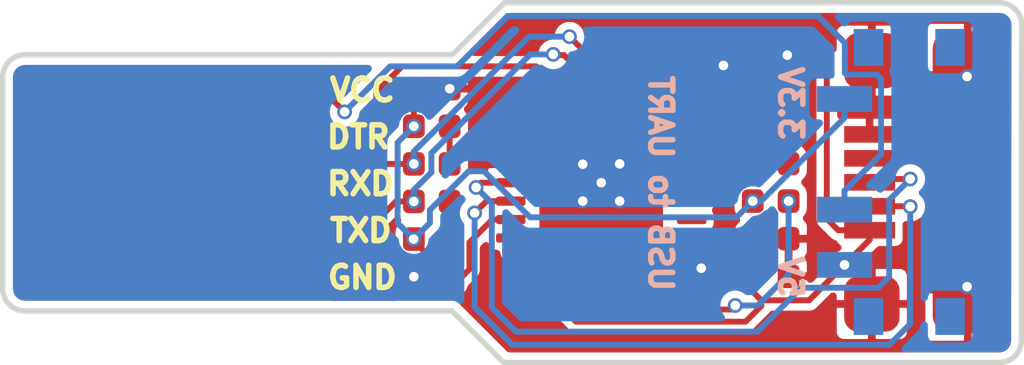
<source format=kicad_pcb>
(kicad_pcb (version 20171130) (host pcbnew "(5.0.0-3-g5ebb6b6)")

  (general
    (thickness 1.6)
    (drawings 27)
    (tracks 199)
    (zones 0)
    (modules 17)
    (nets 33)
  )

  (page A4)
  (layers
    (0 F.Cu signal)
    (31 B.Cu signal)
    (32 B.Adhes user)
    (33 F.Adhes user)
    (34 B.Paste user)
    (35 F.Paste user)
    (36 B.SilkS user)
    (37 F.SilkS user)
    (38 B.Mask user)
    (39 F.Mask user)
    (40 Dwgs.User user)
    (41 Cmts.User user)
    (42 Eco1.User user)
    (43 Eco2.User user)
    (44 Edge.Cuts user)
    (45 Margin user)
    (46 B.CrtYd user)
    (47 F.CrtYd user)
    (48 B.Fab user)
    (49 F.Fab user)
  )

  (setup
    (last_trace_width 0.16)
    (trace_clearance 0.16)
    (zone_clearance 0.508)
    (zone_45_only no)
    (trace_min 0.16)
    (segment_width 0.2)
    (edge_width 0.15)
    (via_size 0.4)
    (via_drill 0.26)
    (via_min_size 0.4)
    (via_min_drill 0.26)
    (uvia_size 0.3)
    (uvia_drill 0.1)
    (uvias_allowed no)
    (uvia_min_size 0.2)
    (uvia_min_drill 0.1)
    (pcb_text_width 0.3)
    (pcb_text_size 1.5 1.5)
    (mod_edge_width 0.15)
    (mod_text_size 1 1)
    (mod_text_width 0.15)
    (pad_size 1.524 1.524)
    (pad_drill 0.762)
    (pad_to_mask_clearance 0)
    (aux_axis_origin 0 0)
    (visible_elements FFFFFF7F)
    (pcbplotparams
      (layerselection 0x010fc_ffffffff)
      (usegerberextensions false)
      (usegerberattributes false)
      (usegerberadvancedattributes false)
      (creategerberjobfile false)
      (excludeedgelayer true)
      (linewidth 0.100000)
      (plotframeref false)
      (viasonmask false)
      (mode 1)
      (useauxorigin false)
      (hpglpennumber 1)
      (hpglpenspeed 20)
      (hpglpendiameter 15.000000)
      (psnegative false)
      (psa4output false)
      (plotreference true)
      (plotvalue true)
      (plotinvisibletext false)
      (padsonsilk false)
      (subtractmaskfromsilk false)
      (outputformat 1)
      (mirror false)
      (drillshape 1)
      (scaleselection 1)
      (outputdirectory ""))
  )

  (net 0 "")
  (net 1 +5V)
  (net 2 GND)
  (net 3 +3V3)
  (net 4 "Net-(D1-Pad2)")
  (net 5 /RXD)
  (net 6 "Net-(D2-Pad2)")
  (net 7 "Net-(D3-Pad2)")
  (net 8 /TXD)
  (net 9 /DM)
  (net 10 /DP)
  (net 11 "Net-(J1-Pad4)")
  (net 12 /DTR)
  (net 13 /POWER)
  (net 14 "Net-(R1-Pad2)")
  (net 15 "Net-(R2-Pad1)")
  (net 16 "Net-(U1-Pad1)")
  (net 17 "Net-(U1-Pad2)")
  (net 18 "Net-(U1-Pad10)")
  (net 19 "Net-(U1-Pad12)")
  (net 20 "Net-(U1-Pad13)")
  (net 21 "Net-(U1-Pad14)")
  (net 22 "Net-(U1-Pad15)")
  (net 23 "Net-(U1-Pad16)")
  (net 24 "Net-(U1-Pad17)")
  (net 25 "Net-(U1-Pad18)")
  (net 26 "Net-(U1-Pad19)")
  (net 27 "Net-(U1-Pad20)")
  (net 28 "Net-(U1-Pad21)")
  (net 29 "Net-(U1-Pad22)")
  (net 30 "Net-(U1-Pad23)")
  (net 31 "Net-(U1-Pad24)")
  (net 32 "Net-(U1-Pad27)")

  (net_class Default "This is the default net class."
    (clearance 0.16)
    (trace_width 0.16)
    (via_dia 0.4)
    (via_drill 0.26)
    (uvia_dia 0.3)
    (uvia_drill 0.1)
    (add_net +3V3)
    (add_net +5V)
    (add_net /DM)
    (add_net /DP)
    (add_net /DTR)
    (add_net /POWER)
    (add_net /RXD)
    (add_net /TXD)
    (add_net GND)
    (add_net "Net-(D1-Pad2)")
    (add_net "Net-(D2-Pad2)")
    (add_net "Net-(D3-Pad2)")
    (add_net "Net-(J1-Pad4)")
    (add_net "Net-(R1-Pad2)")
    (add_net "Net-(R2-Pad1)")
    (add_net "Net-(U1-Pad1)")
    (add_net "Net-(U1-Pad10)")
    (add_net "Net-(U1-Pad12)")
    (add_net "Net-(U1-Pad13)")
    (add_net "Net-(U1-Pad14)")
    (add_net "Net-(U1-Pad15)")
    (add_net "Net-(U1-Pad16)")
    (add_net "Net-(U1-Pad17)")
    (add_net "Net-(U1-Pad18)")
    (add_net "Net-(U1-Pad19)")
    (add_net "Net-(U1-Pad2)")
    (add_net "Net-(U1-Pad20)")
    (add_net "Net-(U1-Pad21)")
    (add_net "Net-(U1-Pad22)")
    (add_net "Net-(U1-Pad23)")
    (add_net "Net-(U1-Pad24)")
    (add_net "Net-(U1-Pad27)")
  )

  (module HD:USB_Micro (layer F.Cu) (tedit 5BBE4F85) (tstamp 5BCA68CB)
    (at 153.62 62.17 90)
    (descr "Micro USB B receptable with flange, bottom-mount, SMD, right-angle (http://www.molex.com/pdm_docs/sd/473460001_sd.pdf)")
    (tags "Micro B USB SMD")
    (path /5BBE3916)
    (attr smd)
    (fp_text reference J1 (at 0 -3.3 270) (layer F.SilkS) hide
      (effects (font (size 1 1) (thickness 0.15)))
    )
    (fp_text value USB (at 0 4.6 270) (layer F.Fab) hide
      (effects (font (size 1 1) (thickness 0.15)))
    )
    (pad 1 smd rect (at -1.3 -1.46 90) (size 0.45 1.38) (layers F.Cu F.Paste F.Mask)
      (net 1 +5V))
    (pad 2 smd rect (at -0.65 -1.46 90) (size 0.45 1.38) (layers F.Cu F.Paste F.Mask)
      (net 9 /DM))
    (pad 3 smd rect (at 0 -1.46 90) (size 0.45 1.38) (layers F.Cu F.Paste F.Mask)
      (net 10 /DP))
    (pad 4 smd rect (at 0.65 -1.46 90) (size 0.45 1.38) (layers F.Cu F.Paste F.Mask)
      (net 11 "Net-(J1-Pad4)"))
    (pad 5 smd rect (at 1.3 -1.46 90) (size 0.45 1.38) (layers F.Cu F.Paste F.Mask)
      (net 2 GND))
    (pad 6 smd roundrect (at -3.3 -1.4 90) (size 1.5 1.5) (layers F.Cu F.Paste F.Mask) (roundrect_rratio 0.25)
      (net 2 GND))
    (pad 6 smd roundrect (at 3.3 -1.4 90) (size 1.5 1.5) (layers F.Cu F.Paste F.Mask) (roundrect_rratio 0.25)
      (net 2 GND))
    (pad 6 smd roundrect (at -2.91 1.2 90) (size 2.375 1.9) (layers F.Cu F.Paste F.Mask) (roundrect_rratio 0.25)
      (net 2 GND))
    (pad 6 smd roundrect (at 2.91 1.2 90) (size 2.375 1.9) (layers F.Cu F.Paste F.Mask) (roundrect_rratio 0.25)
      (net 2 GND))
    (pad 6 smd roundrect (at -0.84 1.2 90) (size 1.175 1.9) (layers F.Cu F.Paste F.Mask) (roundrect_rratio 0.25)
      (net 2 GND))
    (pad 6 smd roundrect (at 0.84 1.2 90) (size 1.175 1.9) (layers F.Cu F.Paste F.Mask) (roundrect_rratio 0.25)
      (net 2 GND))
    (model ${KISYS3DMOD}/Connector_USB.3dshapes/USB_Micro-B_Molex_47346-0001.wrl
      (at (xyz 0 0 0))
      (scale (xyz 1 1 1))
      (rotate (xyz 0 0 0))
    )
  )

  (module Button_Switch_SMD:SW_SPDT_PCM12 (layer B.Cu) (tedit 5BBE4FA3) (tstamp 5BCA6953)
    (at 152.91 62.16 270)
    (descr "Ultraminiature Surface Mount Slide Switch")
    (path /5BBF37AB)
    (attr smd)
    (fp_text reference S1 (at 0 3.2 270) (layer B.SilkS) hide
      (effects (font (size 1 1) (thickness 0.15)) (justify mirror))
    )
    (fp_text value POWER (at 0.06 2.87 270) (layer B.Fab) hide
      (effects (font (size 1 1) (thickness 0.15)) (justify mirror))
    )
    (fp_text user %R (at 0 3.2 270) (layer B.Fab) hide
      (effects (font (size 1 1) (thickness 0.15)) (justify mirror))
    )
    (pad 1 smd rect (at -2.25 1.43 270) (size 0.7 1.5) (layers B.Cu B.Paste B.Mask)
      (net 3 +3V3))
    (pad 2 smd rect (at 0.75 1.43 270) (size 0.7 1.5) (layers B.Cu B.Paste B.Mask)
      (net 13 /POWER))
    (pad 3 smd rect (at 2.25 1.43 270) (size 0.7 1.5) (layers B.Cu B.Paste B.Mask)
      (net 1 +5V))
    (pad "" smd rect (at -3.65 -1.43 270) (size 1 0.8) (layers B.Cu B.Paste B.Mask))
    (pad "" smd rect (at 3.65 -1.43 270) (size 1 0.8) (layers B.Cu B.Paste B.Mask))
    (pad "" smd rect (at 3.65 0.78 270) (size 1 0.8) (layers B.Cu B.Paste B.Mask))
    (pad "" smd rect (at -3.65 0.78 270) (size 1 0.8) (layers B.Cu B.Paste B.Mask))
    (model ${KISYS3DMOD}/Button_Switch_SMD.3dshapes/SW_SPDT_PCM12.wrl
      (at (xyz 0 0 0))
      (scale (xyz 1 1 1))
      (rotate (xyz 0 0 0))
    )
  )

  (module Capacitor_SMD:C_0402_1005Metric (layer F.Cu) (tedit 5BBE4C83) (tstamp 5BCA6857)
    (at 149.48 64.72)
    (descr "Capacitor SMD 0402 (1005 Metric), square (rectangular) end terminal, IPC_7351 nominal, (Body size source: http://www.tortai-tech.com/upload/download/2011102023233369053.pdf), generated with kicad-footprint-generator")
    (tags capacitor)
    (path /5BBE4B72)
    (attr smd)
    (fp_text reference C1 (at 0 -1.17) (layer F.SilkS) hide
      (effects (font (size 1 1) (thickness 0.15)))
    )
    (fp_text value 100nF (at 0 1.17) (layer F.Fab) hide
      (effects (font (size 1 1) (thickness 0.15)))
    )
    (pad 1 smd roundrect (at -0.485 0) (size 0.59 0.64) (layers F.Cu F.Paste F.Mask) (roundrect_rratio 0.25)
      (net 1 +5V))
    (pad 2 smd roundrect (at 0.485 0) (size 0.59 0.64) (layers F.Cu F.Paste F.Mask) (roundrect_rratio 0.25)
      (net 2 GND))
    (model ${KISYS3DMOD}/Capacitor_SMD.3dshapes/C_0402_1005Metric.wrl
      (at (xyz 0 0 0))
      (scale (xyz 1 1 1))
      (rotate (xyz 0 0 0))
    )
  )

  (module Resistor_SMD:R_0402_1005Metric (layer F.Cu) (tedit 5BBE4C5C) (tstamp 5BCA68FC)
    (at 149.48 63.7)
    (descr "Resistor SMD 0402 (1005 Metric), square (rectangular) end terminal, IPC_7351 nominal, (Body size source: http://www.tortai-tech.com/upload/download/2011102023233369053.pdf), generated with kicad-footprint-generator")
    (tags resistor)
    (path /5BBE710A)
    (attr smd)
    (fp_text reference R2 (at 0 -1.17) (layer F.SilkS) hide
      (effects (font (size 1 1) (thickness 0.15)))
    )
    (fp_text value 10K (at 0 1.17) (layer F.Fab) hide
      (effects (font (size 1 1) (thickness 0.15)))
    )
    (pad 2 smd roundrect (at 0.485 0) (size 0.59 0.64) (layers F.Cu F.Paste F.Mask) (roundrect_rratio 0.25)
      (net 2 GND))
    (pad 1 smd roundrect (at -0.485 0) (size 0.59 0.64) (layers F.Cu F.Paste F.Mask) (roundrect_rratio 0.25)
      (net 15 "Net-(R2-Pad1)"))
    (model ${KISYS3DMOD}/Resistor_SMD.3dshapes/R_0402_1005Metric.wrl
      (at (xyz 0 0 0))
      (scale (xyz 1 1 1))
      (rotate (xyz 0 0 0))
    )
  )

  (module LED_SMD:LED_0402_1005Metric (layer F.Cu) (tedit 5BBE4C46) (tstamp 5BCA6896)
    (at 149.48 61.66)
    (descr "LED SMD 0402 (1005 Metric), square (rectangular) end terminal, IPC_7351 nominal, (Body size source: http://www.tortai-tech.com/upload/download/2011102023233369053.pdf), generated with kicad-footprint-generator")
    (tags LED)
    (path /5BBF8356)
    (attr smd)
    (fp_text reference D1 (at 0 -1.17) (layer F.SilkS) hide
      (effects (font (size 1 1) (thickness 0.15)))
    )
    (fp_text value PWR (at 0 1.17) (layer F.Fab) hide
      (effects (font (size 1 1) (thickness 0.15)))
    )
    (fp_line (start -0.4 0.25) (end -0.4 -0.25) (layer F.Fab) (width 0.1))
    (pad 1 smd roundrect (at -0.485 0) (size 0.59 0.64) (layers F.Cu F.Paste F.Mask) (roundrect_rratio 0.25)
      (net 2 GND))
    (pad 2 smd roundrect (at 0.485 0) (size 0.59 0.64) (layers F.Cu F.Paste F.Mask) (roundrect_rratio 0.25)
      (net 4 "Net-(D1-Pad2)"))
    (model ${KISYS3DMOD}/LED_SMD.3dshapes/LED_0402_1005Metric.wrl
      (at (xyz 0 0 0))
      (scale (xyz 1 1 1))
      (rotate (xyz 0 0 0))
    )
  )

  (module Resistor_SMD:R_0402_1005Metric (layer F.Cu) (tedit 5BBE4C2F) (tstamp 5BCA6929)
    (at 149.48 60.64)
    (descr "Resistor SMD 0402 (1005 Metric), square (rectangular) end terminal, IPC_7351 nominal, (Body size source: http://www.tortai-tech.com/upload/download/2011102023233369053.pdf), generated with kicad-footprint-generator")
    (tags resistor)
    (path /5BBF835D)
    (attr smd)
    (fp_text reference R5 (at 0 -1.17) (layer F.SilkS) hide
      (effects (font (size 1 1) (thickness 0.15)))
    )
    (fp_text value 2K (at 0 1.17) (layer F.Fab) hide
      (effects (font (size 1 1) (thickness 0.15)))
    )
    (pad 1 smd roundrect (at -0.485 0) (size 0.59 0.64) (layers F.Cu F.Paste F.Mask) (roundrect_rratio 0.25)
      (net 1 +5V))
    (pad 2 smd roundrect (at 0.485 0) (size 0.59 0.64) (layers F.Cu F.Paste F.Mask) (roundrect_rratio 0.25)
      (net 4 "Net-(D1-Pad2)"))
    (model ${KISYS3DMOD}/Resistor_SMD.3dshapes/R_0402_1005Metric.wrl
      (at (xyz 0 0 0))
      (scale (xyz 1 1 1))
      (rotate (xyz 0 0 0))
    )
  )

  (module Capacitor_SMD:C_0402_1005Metric (layer F.Cu) (tedit 5BBE4C1E) (tstamp 5BCA70E2)
    (at 149.485 59.62)
    (descr "Capacitor SMD 0402 (1005 Metric), square (rectangular) end terminal, IPC_7351 nominal, (Body size source: http://www.tortai-tech.com/upload/download/2011102023233369053.pdf), generated with kicad-footprint-generator")
    (tags capacitor)
    (path /5BBE4EDC)
    (attr smd)
    (fp_text reference C2 (at 0 -1.17) (layer F.SilkS) hide
      (effects (font (size 1 1) (thickness 0.15)))
    )
    (fp_text value 1uF (at 0 1.17) (layer F.Fab) hide
      (effects (font (size 1 1) (thickness 0.15)))
    )
    (pad 2 smd roundrect (at 0.485 0) (size 0.59 0.64) (layers F.Cu F.Paste F.Mask) (roundrect_rratio 0.25)
      (net 2 GND))
    (pad 1 smd roundrect (at -0.485 0) (size 0.59 0.64) (layers F.Cu F.Paste F.Mask) (roundrect_rratio 0.25)
      (net 1 +5V))
    (model ${KISYS3DMOD}/Capacitor_SMD.3dshapes/C_0402_1005Metric.wrl
      (at (xyz 0 0 0))
      (scale (xyz 1 1 1))
      (rotate (xyz 0 0 0))
    )
  )

  (module Resistor_SMD:R_0402_1005Metric (layer F.Cu) (tedit 5BBE4B9B) (tstamp 5BCA68ED)
    (at 149.48 62.68)
    (descr "Resistor SMD 0402 (1005 Metric), square (rectangular) end terminal, IPC_7351 nominal, (Body size source: http://www.tortai-tech.com/upload/download/2011102023233369053.pdf), generated with kicad-footprint-generator")
    (tags resistor)
    (path /5BBE64C3)
    (attr smd)
    (fp_text reference R1 (at 0 -1.17) (layer F.SilkS) hide
      (effects (font (size 1 1) (thickness 0.15)))
    )
    (fp_text value 4.7K (at 0 1.17) (layer F.Fab) hide
      (effects (font (size 1 1) (thickness 0.15)))
    )
    (pad 1 smd roundrect (at -0.485 0) (size 0.59 0.64) (layers F.Cu F.Paste F.Mask) (roundrect_rratio 0.25)
      (net 3 +3V3))
    (pad 2 smd roundrect (at 0.485 0) (size 0.59 0.64) (layers F.Cu F.Paste F.Mask) (roundrect_rratio 0.25)
      (net 14 "Net-(R1-Pad2)"))
    (model ${KISYS3DMOD}/Resistor_SMD.3dshapes/R_0402_1005Metric.wrl
      (at (xyz 0 0 0))
      (scale (xyz 1 1 1))
      (rotate (xyz 0 0 0))
    )
  )

  (module Package_DFN_QFN:QFN-28-1EP_5x5mm_P0.5mm_EP3.35x3.35mm (layer F.Cu) (tedit 5BBE4ACF) (tstamp 5BCA698E)
    (at 144.89 62.18)
    (descr "QFN, 28 Pin (http://ww1.microchip.com/downloads/en/PackagingSpec/00000049BQ.pdf (Page 283)), generated with kicad-footprint-generator ipc_dfn_qfn_generator.py")
    (tags "QFN DFN_QFN")
    (path /5BBE369D)
    (attr smd)
    (fp_text reference U1 (at 0 -3.8) (layer F.SilkS) hide
      (effects (font (size 1 1) (thickness 0.15)))
    )
    (fp_text value CP2102 (at 0 3.8) (layer F.Fab) hide
      (effects (font (size 1 1) (thickness 0.15)))
    )
    (fp_text user %R (at 0 0) (layer F.Fab)
      (effects (font (size 1 1) (thickness 0.15)))
    )
    (pad 29 smd roundrect (at 0 0) (size 3.35 3.35) (layers F.Cu F.Mask) (roundrect_rratio 0.074627)
      (net 2 GND))
    (pad "" smd roundrect (at -1.12 -1.12) (size 0.9 0.9) (layers F.Paste) (roundrect_rratio 0.25))
    (pad "" smd roundrect (at -1.12 0) (size 0.9 0.9) (layers F.Paste) (roundrect_rratio 0.25))
    (pad "" smd roundrect (at -1.12 1.12) (size 0.9 0.9) (layers F.Paste) (roundrect_rratio 0.25))
    (pad "" smd roundrect (at 0 -1.12) (size 0.9 0.9) (layers F.Paste) (roundrect_rratio 0.25))
    (pad "" smd roundrect (at 0 0) (size 0.9 0.9) (layers F.Paste) (roundrect_rratio 0.25))
    (pad "" smd roundrect (at 0 1.12) (size 0.9 0.9) (layers F.Paste) (roundrect_rratio 0.25))
    (pad "" smd roundrect (at 1.12 -1.12) (size 0.9 0.9) (layers F.Paste) (roundrect_rratio 0.25))
    (pad "" smd roundrect (at 1.12 0) (size 0.9 0.9) (layers F.Paste) (roundrect_rratio 0.25))
    (pad "" smd roundrect (at 1.12 1.12) (size 0.9 0.9) (layers F.Paste) (roundrect_rratio 0.25))
    (pad 1 smd roundrect (at -2.45 -1.5) (size 0.8 0.25) (layers F.Cu F.Paste F.Mask) (roundrect_rratio 0.25)
      (net 16 "Net-(U1-Pad1)"))
    (pad 2 smd roundrect (at -2.45 -1) (size 0.8 0.25) (layers F.Cu F.Paste F.Mask) (roundrect_rratio 0.25)
      (net 17 "Net-(U1-Pad2)"))
    (pad 3 smd roundrect (at -2.45 -0.5) (size 0.8 0.25) (layers F.Cu F.Paste F.Mask) (roundrect_rratio 0.25)
      (net 2 GND))
    (pad 4 smd roundrect (at -2.45 0) (size 0.8 0.25) (layers F.Cu F.Paste F.Mask) (roundrect_rratio 0.25)
      (net 10 /DP))
    (pad 5 smd roundrect (at -2.45 0.5) (size 0.8 0.25) (layers F.Cu F.Paste F.Mask) (roundrect_rratio 0.25)
      (net 9 /DM))
    (pad 6 smd roundrect (at -2.45 1) (size 0.8 0.25) (layers F.Cu F.Paste F.Mask) (roundrect_rratio 0.25)
      (net 3 +3V3))
    (pad 7 smd roundrect (at -2.45 1.5) (size 0.8 0.25) (layers F.Cu F.Paste F.Mask) (roundrect_rratio 0.25)
      (net 1 +5V))
    (pad 8 smd roundrect (at -1.5 2.45) (size 0.25 0.8) (layers F.Cu F.Paste F.Mask) (roundrect_rratio 0.25)
      (net 1 +5V))
    (pad 9 smd roundrect (at -1 2.45) (size 0.25 0.8) (layers F.Cu F.Paste F.Mask) (roundrect_rratio 0.25)
      (net 14 "Net-(R1-Pad2)"))
    (pad 10 smd roundrect (at -0.5 2.45) (size 0.25 0.8) (layers F.Cu F.Paste F.Mask) (roundrect_rratio 0.25)
      (net 18 "Net-(U1-Pad10)"))
    (pad 11 smd roundrect (at 0 2.45) (size 0.25 0.8) (layers F.Cu F.Paste F.Mask) (roundrect_rratio 0.25)
      (net 15 "Net-(R2-Pad1)"))
    (pad 12 smd roundrect (at 0.5 2.45) (size 0.25 0.8) (layers F.Cu F.Paste F.Mask) (roundrect_rratio 0.25)
      (net 19 "Net-(U1-Pad12)"))
    (pad 13 smd roundrect (at 1 2.45) (size 0.25 0.8) (layers F.Cu F.Paste F.Mask) (roundrect_rratio 0.25)
      (net 20 "Net-(U1-Pad13)"))
    (pad 14 smd roundrect (at 1.5 2.45) (size 0.25 0.8) (layers F.Cu F.Paste F.Mask) (roundrect_rratio 0.25)
      (net 21 "Net-(U1-Pad14)"))
    (pad 15 smd roundrect (at 2.45 1.5) (size 0.8 0.25) (layers F.Cu F.Paste F.Mask) (roundrect_rratio 0.25)
      (net 22 "Net-(U1-Pad15)"))
    (pad 16 smd roundrect (at 2.45 1) (size 0.8 0.25) (layers F.Cu F.Paste F.Mask) (roundrect_rratio 0.25)
      (net 23 "Net-(U1-Pad16)"))
    (pad 17 smd roundrect (at 2.45 0.5) (size 0.8 0.25) (layers F.Cu F.Paste F.Mask) (roundrect_rratio 0.25)
      (net 24 "Net-(U1-Pad17)"))
    (pad 18 smd roundrect (at 2.45 0) (size 0.8 0.25) (layers F.Cu F.Paste F.Mask) (roundrect_rratio 0.25)
      (net 25 "Net-(U1-Pad18)"))
    (pad 19 smd roundrect (at 2.45 -0.5) (size 0.8 0.25) (layers F.Cu F.Paste F.Mask) (roundrect_rratio 0.25)
      (net 26 "Net-(U1-Pad19)"))
    (pad 20 smd roundrect (at 2.45 -1) (size 0.8 0.25) (layers F.Cu F.Paste F.Mask) (roundrect_rratio 0.25)
      (net 27 "Net-(U1-Pad20)"))
    (pad 21 smd roundrect (at 2.45 -1.5) (size 0.8 0.25) (layers F.Cu F.Paste F.Mask) (roundrect_rratio 0.25)
      (net 28 "Net-(U1-Pad21)"))
    (pad 22 smd roundrect (at 1.5 -2.45) (size 0.25 0.8) (layers F.Cu F.Paste F.Mask) (roundrect_rratio 0.25)
      (net 29 "Net-(U1-Pad22)"))
    (pad 23 smd roundrect (at 1 -2.45) (size 0.25 0.8) (layers F.Cu F.Paste F.Mask) (roundrect_rratio 0.25)
      (net 30 "Net-(U1-Pad23)"))
    (pad 24 smd roundrect (at 0.5 -2.45) (size 0.25 0.8) (layers F.Cu F.Paste F.Mask) (roundrect_rratio 0.25)
      (net 31 "Net-(U1-Pad24)"))
    (pad 25 smd roundrect (at 0 -2.45) (size 0.25 0.8) (layers F.Cu F.Paste F.Mask) (roundrect_rratio 0.25)
      (net 5 /RXD))
    (pad 26 smd roundrect (at -0.5 -2.45) (size 0.25 0.8) (layers F.Cu F.Paste F.Mask) (roundrect_rratio 0.25)
      (net 8 /TXD))
    (pad 27 smd roundrect (at -1 -2.45) (size 0.25 0.8) (layers F.Cu F.Paste F.Mask) (roundrect_rratio 0.25)
      (net 32 "Net-(U1-Pad27)"))
    (pad 28 smd roundrect (at -1.5 -2.45) (size 0.25 0.8) (layers F.Cu F.Paste F.Mask) (roundrect_rratio 0.25)
      (net 12 /DTR))
    (model ${KISYS3DMOD}/Package_DFN_QFN.3dshapes/QFN-28-1EP_5x5mm_P0.5mm_EP3.35x3.35mm.wrl
      (at (xyz 0 0 0))
      (scale (xyz 1 1 1))
      (rotate (xyz 0 0 0))
    )
  )

  (module Capacitor_SMD:C_0402_1005Metric (layer F.Cu) (tedit 5BBE49AB) (tstamp 5BCA6884)
    (at 140.3 64.73 180)
    (descr "Capacitor SMD 0402 (1005 Metric), square (rectangular) end terminal, IPC_7351 nominal, (Body size source: http://www.tortai-tech.com/upload/download/2011102023233369053.pdf), generated with kicad-footprint-generator")
    (tags capacitor)
    (path /5BBE556F)
    (attr smd)
    (fp_text reference C4 (at 0 -1.17 180) (layer F.SilkS) hide
      (effects (font (size 1 1) (thickness 0.15)))
    )
    (fp_text value 4.7uF (at 0 1.17 180) (layer F.Fab) hide
      (effects (font (size 1 1) (thickness 0.15)))
    )
    (pad 2 smd roundrect (at 0.485 0 180) (size 0.59 0.64) (layers F.Cu F.Paste F.Mask) (roundrect_rratio 0.25)
      (net 2 GND))
    (pad 1 smd roundrect (at -0.485 0 180) (size 0.59 0.64) (layers F.Cu F.Paste F.Mask) (roundrect_rratio 0.25)
      (net 3 +3V3))
    (model ${KISYS3DMOD}/Capacitor_SMD.3dshapes/C_0402_1005Metric.wrl
      (at (xyz 0 0 0))
      (scale (xyz 1 1 1))
      (rotate (xyz 0 0 0))
    )
  )

  (module Resistor_SMD:R_0402_1005Metric (layer F.Cu) (tedit 5BBE4998) (tstamp 5BCA690B)
    (at 140.3 60.65)
    (descr "Resistor SMD 0402 (1005 Metric), square (rectangular) end terminal, IPC_7351 nominal, (Body size source: http://www.tortai-tech.com/upload/download/2011102023233369053.pdf), generated with kicad-footprint-generator")
    (tags resistor)
    (path /5BBE8C70)
    (attr smd)
    (fp_text reference R3 (at 0 -1.17) (layer F.SilkS) hide
      (effects (font (size 1 1) (thickness 0.15)))
    )
    (fp_text value 1K (at 0 1.17) (layer F.Fab) hide
      (effects (font (size 1 1) (thickness 0.15)))
    )
    (pad 1 smd roundrect (at -0.485 0) (size 0.59 0.64) (layers F.Cu F.Paste F.Mask) (roundrect_rratio 0.25)
      (net 3 +3V3))
    (pad 2 smd roundrect (at 0.485 0) (size 0.59 0.64) (layers F.Cu F.Paste F.Mask) (roundrect_rratio 0.25)
      (net 6 "Net-(D2-Pad2)"))
    (model ${KISYS3DMOD}/Resistor_SMD.3dshapes/R_0402_1005Metric.wrl
      (at (xyz 0 0 0))
      (scale (xyz 1 1 1))
      (rotate (xyz 0 0 0))
    )
  )

  (module LED_SMD:LED_0402_1005Metric (layer F.Cu) (tedit 5BBE497C) (tstamp 5BCA68A8)
    (at 140.3 61.67)
    (descr "LED SMD 0402 (1005 Metric), square (rectangular) end terminal, IPC_7351 nominal, (Body size source: http://www.tortai-tech.com/upload/download/2011102023233369053.pdf), generated with kicad-footprint-generator")
    (tags LED)
    (path /5BBE3B36)
    (attr smd)
    (fp_text reference D2 (at 0 -1.17) (layer F.SilkS) hide
      (effects (font (size 1 1) (thickness 0.15)))
    )
    (fp_text value RX (at 0 1.17) (layer F.Fab) hide
      (effects (font (size 1 1) (thickness 0.15)))
    )
    (fp_line (start -0.4 0.25) (end -0.4 -0.25) (layer F.Fab) (width 0.1))
    (pad 1 smd roundrect (at -0.485 0) (size 0.59 0.64) (layers F.Cu F.Paste F.Mask) (roundrect_rratio 0.25)
      (net 5 /RXD))
    (pad 2 smd roundrect (at 0.485 0) (size 0.59 0.64) (layers F.Cu F.Paste F.Mask) (roundrect_rratio 0.25)
      (net 6 "Net-(D2-Pad2)"))
    (model ${KISYS3DMOD}/LED_SMD.3dshapes/LED_0402_1005Metric.wrl
      (at (xyz 0 0 0))
      (scale (xyz 1 1 1))
      (rotate (xyz 0 0 0))
    )
  )

  (module LED_SMD:LED_0402_1005Metric (layer F.Cu) (tedit 5BBE495F) (tstamp 5BCA68BA)
    (at 140.3 62.69)
    (descr "LED SMD 0402 (1005 Metric), square (rectangular) end terminal, IPC_7351 nominal, (Body size source: http://www.tortai-tech.com/upload/download/2011102023233369053.pdf), generated with kicad-footprint-generator")
    (tags LED)
    (path /5BBEA338)
    (attr smd)
    (fp_text reference D3 (at 0 -1.17) (layer F.SilkS) hide
      (effects (font (size 1 1) (thickness 0.15)))
    )
    (fp_text value TX (at 0 1.17) (layer F.Fab) hide
      (effects (font (size 1 1) (thickness 0.15)))
    )
    (fp_line (start -0.3 0.25) (end -0.3 -0.25) (layer F.Fab) (width 0.1))
    (fp_line (start -0.4 0.25) (end -0.4 -0.25) (layer F.Fab) (width 0.1))
    (pad 2 smd roundrect (at 0.485 0) (size 0.59 0.64) (layers F.Cu F.Paste F.Mask) (roundrect_rratio 0.25)
      (net 7 "Net-(D3-Pad2)"))
    (pad 1 smd roundrect (at -0.485 0) (size 0.59 0.64) (layers F.Cu F.Paste F.Mask) (roundrect_rratio 0.25)
      (net 8 /TXD))
    (model ${KISYS3DMOD}/LED_SMD.3dshapes/LED_0402_1005Metric.wrl
      (at (xyz 0 0 0))
      (scale (xyz 1 1 1))
      (rotate (xyz 0 0 0))
    )
  )

  (module Resistor_SMD:R_0402_1005Metric (layer F.Cu) (tedit 5BBE4949) (tstamp 5BCA691A)
    (at 140.3 63.71)
    (descr "Resistor SMD 0402 (1005 Metric), square (rectangular) end terminal, IPC_7351 nominal, (Body size source: http://www.tortai-tech.com/upload/download/2011102023233369053.pdf), generated with kicad-footprint-generator")
    (tags resistor)
    (path /5BBEA33F)
    (attr smd)
    (fp_text reference R4 (at 0 -1.17) (layer F.SilkS) hide
      (effects (font (size 1 1) (thickness 0.15)))
    )
    (fp_text value 1K (at 0 1.17) (layer F.Fab) hide
      (effects (font (size 1 1) (thickness 0.15)))
    )
    (pad 2 smd roundrect (at 0.485 0) (size 0.59 0.64) (layers F.Cu F.Paste F.Mask) (roundrect_rratio 0.25)
      (net 7 "Net-(D3-Pad2)"))
    (pad 1 smd roundrect (at -0.485 0) (size 0.59 0.64) (layers F.Cu F.Paste F.Mask) (roundrect_rratio 0.25)
      (net 3 +3V3))
    (model ${KISYS3DMOD}/Resistor_SMD.3dshapes/R_0402_1005Metric.wrl
      (at (xyz 0 0 0))
      (scale (xyz 1 1 1))
      (rotate (xyz 0 0 0))
    )
  )

  (module Capacitor_SMD:C_0402_1005Metric (layer F.Cu) (tedit 5BBE4770) (tstamp 5BCA6875)
    (at 140.3 59.63)
    (descr "Capacitor SMD 0402 (1005 Metric), square (rectangular) end terminal, IPC_7351 nominal, (Body size source: http://www.tortai-tech.com/upload/download/2011102023233369053.pdf), generated with kicad-footprint-generator")
    (tags capacitor)
    (path /5BBE5539)
    (attr smd)
    (fp_text reference C3 (at 0 -1.17) (layer F.SilkS) hide
      (effects (font (size 1 1) (thickness 0.15)))
    )
    (fp_text value 100nF (at 0 1.17) (layer F.Fab) hide
      (effects (font (size 1 1) (thickness 0.15)))
    )
    (pad 1 smd roundrect (at -0.485 0) (size 0.59 0.64) (layers F.Cu F.Paste F.Mask) (roundrect_rratio 0.25)
      (net 3 +3V3))
    (pad 2 smd roundrect (at 0.485 0) (size 0.59 0.64) (layers F.Cu F.Paste F.Mask) (roundrect_rratio 0.25)
      (net 2 GND))
    (model ${KISYS3DMOD}/Capacitor_SMD.3dshapes/C_0402_1005Metric.wrl
      (at (xyz 0 0 0))
      (scale (xyz 1 1 1))
      (rotate (xyz 0 0 0))
    )
  )

  (module HD:UART-POGO (layer F.Cu) (tedit 5BBE441A) (tstamp 5BCA68DE)
    (at 133.2 61.168)
    (path /5BBE39D8)
    (fp_text reference J2 (at 0 6.9) (layer F.SilkS) hide
      (effects (font (size 1 1) (thickness 0.15)))
    )
    (fp_text value UART (at 0 5.6) (layer F.Fab) hide
      (effects (font (size 1 1) (thickness 0.15)))
    )
    (pad 4 smd roundrect (at 4 2.286) (size 0.33 0.838) (layers F.Cu F.Paste F.Mask) (roundrect_rratio 0.25)
      (net 8 /TXD) (zone_connect 0))
    (pad 3 smd roundrect (at 4 1.016) (size 0.33 0.838) (layers F.Cu F.Paste F.Mask) (roundrect_rratio 0.25)
      (net 5 /RXD) (zone_connect 0))
    (pad 1 smd roundrect (at 4 -1.524) (size 0.33 0.838) (layers F.Cu F.Paste F.Mask) (roundrect_rratio 0.25)
      (net 13 /POWER) (zone_connect 0))
    (pad 2 smd roundrect (at 4 -0.254) (size 0.33 0.838) (layers F.Cu F.Paste F.Mask) (roundrect_rratio 0.25)
      (net 12 /DTR) (zone_connect 0))
    (pad 4 smd roundrect (at 0 2.032) (size 8 0.33) (layers F.Cu F.Paste F.Mask) (roundrect_rratio 0.25)
      (net 8 /TXD))
    (pad 4 smd roundrect (at 0 2.54) (size 8 0.33) (layers F.Cu F.Paste F.Mask) (roundrect_rratio 0.25)
      (net 8 /TXD))
    (pad 3 smd roundrect (at 0 0.762) (size 8 0.33) (layers F.Cu F.Paste F.Mask) (roundrect_rratio 0.25)
      (net 5 /RXD))
    (pad 2 smd roundrect (at 0 -0.508) (size 8 0.33) (layers F.Cu F.Paste F.Mask) (roundrect_rratio 0.25)
      (net 12 /DTR) (zone_connect 0))
    (pad 1 smd roundrect (at 0 -1.778) (size 8 0.33) (layers F.Cu F.Paste F.Mask) (roundrect_rratio 0.25)
      (net 13 /POWER))
    (pad 3 smd roundrect (at 0 1.27) (size 8 0.33) (layers F.Cu F.Paste F.Mask) (roundrect_rratio 0.25)
      (net 5 /RXD))
    (pad 2 smd roundrect (at 0 0) (size 8 0.33) (layers F.Cu F.Paste F.Mask) (roundrect_rratio 0.25)
      (net 12 /DTR) (zone_connect 0))
    (pad 1 smd roundrect (at 0 -1.27) (size 8 0.33) (layers F.Cu F.Paste F.Mask) (roundrect_rratio 0.25)
      (net 13 /POWER))
    (pad 5 smd roundrect (at 4 3.556) (size 0.33 0.838) (layers F.Cu F.Paste F.Mask) (roundrect_rratio 0.25)
      (net 2 GND) (zone_connect 0))
    (pad 5 smd roundrect (at 0 3.302) (size 8 0.33) (layers F.Cu F.Paste F.Mask) (roundrect_rratio 0.25)
      (net 2 GND))
    (pad 5 smd roundrect (at 0 3.81) (size 8 0.33) (layers F.Cu F.Paste F.Mask) (roundrect_rratio 0.25)
      (net 2 GND))
  )

  (module LOGO:logo (layer B.Cu) (tedit 0) (tstamp 5BD67078)
    (at 133.6 62.4)
    (fp_text reference G*** (at 0 0) (layer B.SilkS) hide
      (effects (font (size 1.524 1.524) (thickness 0.3)) (justify mirror))
    )
    (fp_text value LOGO (at 0.75 0) (layer B.SilkS) hide
      (effects (font (size 1.524 1.524) (thickness 0.3)) (justify mirror))
    )
    (fp_poly (pts (xy 0.355117 1.824963) (xy 0.355994 1.823375) (xy 0.355901 1.822146) (xy 0.354859 1.820518)
      (xy 0.354185 1.819814) (xy 0.352341 1.81794) (xy 0.349353 1.814923) (xy 0.345248 1.810791)
      (xy 0.340054 1.80557) (xy 0.333798 1.799287) (xy 0.326506 1.791971) (xy 0.318207 1.783646)
      (xy 0.308926 1.774342) (xy 0.298691 1.764084) (xy 0.287529 1.752901) (xy 0.275467 1.740818)
      (xy 0.262533 1.727864) (xy 0.248752 1.714065) (xy 0.234153 1.699448) (xy 0.218763 1.684041)
      (xy 0.202608 1.66787) (xy 0.185715 1.650963) (xy 0.168112 1.633347) (xy 0.149826 1.615048)
      (xy 0.130883 1.596095) (xy 0.111312 1.576514) (xy 0.091138 1.556331) (xy 0.07039 1.535576)
      (xy 0.049093 1.514273) (xy 0.027276 1.492451) (xy 0.004965 1.470136) (xy -0.017813 1.447356)
      (xy -0.041031 1.424138) (xy -0.064661 1.400509) (xy -0.088676 1.376496) (xy -0.11305 1.352125)
      (xy -0.137755 1.327425) (xy -0.162764 1.302422) (xy -0.176352 1.288839) (xy -0.705899 0.75946)
      (xy -0.824331 0.759505) (xy -0.840977 0.759513) (xy -0.856012 0.759523) (xy -0.869518 0.759537)
      (xy -0.881578 0.759556) (xy -0.892273 0.75958) (xy -0.901687 0.759611) (xy -0.9099 0.75965)
      (xy -0.916997 0.759697) (xy -0.923058 0.759753) (xy -0.928166 0.759819) (xy -0.932404 0.759897)
      (xy -0.935853 0.759987) (xy -0.938596 0.76009) (xy -0.940715 0.760207) (xy -0.942293 0.760339)
      (xy -0.943412 0.760487) (xy -0.944153 0.760652) (xy -0.9446 0.760835) (xy -0.944668 0.760878)
      (xy -0.946227 0.762809) (xy -0.946573 0.764367) (xy -0.946386 0.764682) (xy -0.945809 0.76538)
      (xy -0.944824 0.766483) (xy -0.943409 0.768011) (xy -0.941544 0.769985) (xy -0.939208 0.772425)
      (xy -0.936381 0.775351) (xy -0.933043 0.778785) (xy -0.929173 0.782746) (xy -0.92475 0.787256)
      (xy -0.919755 0.792335) (xy -0.914166 0.798003) (xy -0.907963 0.804281) (xy -0.901127 0.81119)
      (xy -0.893635 0.81875) (xy -0.885468 0.826982) (xy -0.876606 0.835905) (xy -0.867027 0.845542)
      (xy -0.856712 0.855911) (xy -0.84564 0.867035) (xy -0.833791 0.878932) (xy -0.821143 0.891625)
      (xy -0.807677 0.905133) (xy -0.793372 0.919478) (xy -0.778208 0.934679) (xy -0.762164 0.950756)
      (xy -0.745219 0.967732) (xy -0.727354 0.985626) (xy -0.708548 1.004458) (xy -0.68878 1.02425)
      (xy -0.66803 1.045022) (xy -0.646278 1.066794) (xy -0.623502 1.089587) (xy -0.599683 1.113422)
      (xy -0.5748 1.138318) (xy -0.548832 1.164298) (xy -0.52176 1.19138) (xy -0.493562 1.219586)
      (xy -0.464218 1.248936) (xy -0.433708 1.279452) (xy -0.416348 1.296814) (xy 0.113877 1.8271)
      (xy 0.233794 1.827104) (xy 0.353712 1.827107) (xy 0.355117 1.824963)) (layer B.Mask) (width 0.01))
    (fp_poly (pts (xy -0.101849 1.827106) (xy -0.086729 1.827102) (xy -0.07314 1.827093) (xy -0.061002 1.82708)
      (xy -0.050233 1.827061) (xy -0.040753 1.827035) (xy -0.03248 1.827002) (xy -0.025335 1.82696)
      (xy -0.019235 1.826909) (xy -0.014101 1.826847) (xy -0.00985 1.826774) (xy -0.006402 1.82669)
      (xy -0.003677 1.826592) (xy -0.001593 1.82648) (xy -0.000069 1.826354) (xy 0.000976 1.826211)
      (xy 0.001622 1.826053) (xy 0.00195 1.825876) (xy 0.002026 1.825768) (xy 0.002447 1.823835)
      (xy 0.00254 1.822465) (xy 0.002255 1.822061) (xy 0.001389 1.82108) (xy -0.000076 1.819506)
      (xy -0.002156 1.81732) (xy -0.00487 1.814505) (xy -0.008233 1.811045) (xy -0.012264 1.806921)
      (xy -0.016979 1.802117) (xy -0.022396 1.796615) (xy -0.028531 1.790399) (xy -0.035403 1.78345)
      (xy -0.043027 1.775752) (xy -0.051422 1.767288) (xy -0.060605 1.75804) (xy -0.070592 1.74799)
      (xy -0.081401 1.737122) (xy -0.093049 1.725419) (xy -0.105554 1.712863) (xy -0.118931 1.699437)
      (xy -0.1332 1.685124) (xy -0.148376 1.669906) (xy -0.164477 1.653766) (xy -0.181521 1.636687)
      (xy -0.199523 1.618652) (xy -0.218502 1.599644) (xy -0.238475 1.579644) (xy -0.259459 1.558637)
      (xy -0.281471 1.536605) (xy -0.304528 1.51353) (xy -0.328647 1.489395) (xy -0.353847 1.464183)
      (xy -0.380142 1.437877) (xy -0.407552 1.41046) (xy -0.436093 1.381913) (xy -0.465783 1.352221)
      (xy -0.496638 1.321366) (xy -0.525991 1.292014) (xy -0.55113 1.266878) (xy -0.57598 1.242031)
      (xy -0.600515 1.2175) (xy -0.624708 1.193312) (xy -0.648531 1.169494) (xy -0.671958 1.146074)
      (xy -0.694961 1.123078) (xy -0.717513 1.100533) (xy -0.739587 1.078467) (xy -0.761156 1.056907)
      (xy -0.782193 1.03588) (xy -0.80267 1.015412) (xy -0.822561 0.995532) (xy -0.841838 0.976266)
      (xy -0.860474 0.957641) (xy -0.878442 0.939685) (xy -0.895715 0.922425) (xy -0.912266 0.905887)
      (xy -0.928067 0.890099) (xy -0.943092 0.875088) (xy -0.957313 0.860881) (xy -0.970703 0.847505)
      (xy -0.983236 0.834987) (xy -0.994883 0.823355) (xy -1.005618 0.812635) (xy -1.015414 0.802855)
      (xy -1.024243 0.794042) (xy -1.032079 0.786222) (xy -1.038893 0.779424) (xy -1.04466 0.773674)
      (xy -1.049352 0.768999) (xy -1.052942 0.765426) (xy -1.055402 0.762982) (xy -1.056706 0.761696)
      (xy -1.056916 0.761494) (xy -1.05931 0.75946) (xy -1.177618 0.75946) (xy -1.194121 0.759461)
      (xy -1.209015 0.759462) (xy -1.222383 0.759466) (xy -1.23431 0.759474) (xy -1.24488 0.759487)
      (xy -1.254177 0.759506) (xy -1.262284 0.759532) (xy -1.269285 0.759566) (xy -1.275266 0.759611)
      (xy -1.280309 0.759666) (xy -1.284499 0.759734) (xy -1.28792 0.759814) (xy -1.290655 0.75991)
      (xy -1.292789 0.760021) (xy -1.294406 0.760149) (xy -1.29559 0.760296) (xy -1.296424 0.760461)
      (xy -1.296993 0.760648) (xy -1.297381 0.760856) (xy -1.297672 0.761087) (xy -1.29778 0.761187)
      (xy -1.299132 0.762955) (xy -1.299633 0.764515) (xy -1.299036 0.765207) (xy -1.297252 0.767083)
      (xy -1.294294 0.770131) (xy -1.290173 0.774339) (xy -1.284901 0.779695) (xy -1.278491 0.786187)
      (xy -1.270955 0.793803) (xy -1.262304 0.80253) (xy -1.252551 0.812357) (xy -1.241707 0.823272)
      (xy -1.229785 0.835262) (xy -1.216796 0.848316) (xy -1.202753 0.862422) (xy -1.187668 0.877566)
      (xy -1.171553 0.893739) (xy -1.154419 0.910926) (xy -1.136279 0.929117) (xy -1.117144 0.948299)
      (xy -1.097028 0.96846) (xy -1.075941 0.989588) (xy -1.053896 1.011671) (xy -1.030904 1.034698)
      (xy -1.006979 1.058655) (xy -0.982131 1.083531) (xy -0.956373 1.109314) (xy -0.929717 1.135991)
      (xy -0.902175 1.163552) (xy -0.873759 1.191983) (xy -0.844481 1.221272) (xy -0.814353 1.251409)
      (xy -0.783387 1.282379) (xy -0.769155 1.296612) (xy -0.238676 1.827107) (xy -0.118582 1.827107)
      (xy -0.101849 1.827106)) (layer B.Mask) (width 0.01))
    (fp_poly (pts (xy -0.350565 1.825074) (xy -0.349872 1.82318) (xy -0.349838 1.821955) (xy -0.35045 1.821309)
      (xy -0.352232 1.819494) (xy -0.355158 1.816535) (xy -0.359201 1.81246) (xy -0.364334 1.807295)
      (xy -0.37053 1.801069) (xy -0.377761 1.793808) (xy -0.386002 1.785538) (xy -0.395225 1.776287)
      (xy -0.405403 1.766082) (xy -0.416509 1.75495) (xy -0.428516 1.742917) (xy -0.441397 1.730012)
      (xy -0.455126 1.71626) (xy -0.469675 1.701688) (xy -0.485017 1.686325) (xy -0.501126 1.670196)
      (xy -0.517974 1.653329) (xy -0.535535 1.63575) (xy -0.553782 1.617487) (xy -0.572687 1.598567)
      (xy -0.592223 1.579016) (xy -0.612365 1.558862) (xy -0.633084 1.538132) (xy -0.654354 1.516852)
      (xy -0.676148 1.495049) (xy -0.698438 1.472751) (xy -0.721199 1.449985) (xy -0.744402 1.426777)
      (xy -0.768022 1.403155) (xy -0.792031 1.379145) (xy -0.816402 1.354774) (xy -0.841108 1.33007)
      (xy -0.866122 1.30506) (xy -0.881008 1.290176) (xy -1.411816 0.759483) (xy -1.53043 0.759472)
      (xy -1.546975 0.759471) (xy -1.561909 0.759472) (xy -1.575317 0.759477) (xy -1.587282 0.759486)
      (xy -1.597887 0.7595) (xy -1.607216 0.759521) (xy -1.615352 0.759549) (xy -1.622378 0.759586)
      (xy -1.628378 0.759632) (xy -1.633436 0.75969) (xy -1.637634 0.759759) (xy -1.641057 0.759841)
      (xy -1.643787 0.759937) (xy -1.645908 0.760048) (xy -1.647503 0.760175) (xy -1.648656 0.760319)
      (xy -1.64945 0.760481) (xy -1.649969 0.760663) (xy -1.650296 0.760865) (xy -1.650445 0.761009)
      (xy -1.651568 0.763075) (xy -1.651846 0.764607) (xy -1.651611 0.764965) (xy -1.650892 0.765801)
      (xy -1.649671 0.767135) (xy -1.647929 0.768986) (xy -1.645646 0.771373) (xy -1.642803 0.774316)
      (xy -1.639383 0.777832) (xy -1.635365 0.781941) (xy -1.630731 0.786663) (xy -1.625462 0.792016)
      (xy -1.619538 0.798019) (xy -1.612942 0.804692) (xy -1.605653 0.812052) (xy -1.597653 0.820121)
      (xy -1.588923 0.828916) (xy -1.579444 0.838456) (xy -1.569197 0.848761) (xy -1.558163 0.859849)
      (xy -1.546323 0.871741) (xy -1.533658 0.884454) (xy -1.520149 0.898007) (xy -1.505777 0.912421)
      (xy -1.490523 0.927714) (xy -1.474368 0.943904) (xy -1.457294 0.961011) (xy -1.43928 0.979055)
      (xy -1.420309 0.998053) (xy -1.400361 1.018026) (xy -1.379417 1.038992) (xy -1.357459 1.06097)
      (xy -1.334467 1.083979) (xy -1.310422 1.108038) (xy -1.285306 1.133167) (xy -1.259098 1.159384)
      (xy -1.231782 1.186709) (xy -1.203337 1.215161) (xy -1.173744 1.244757) (xy -1.142984 1.275519)
      (xy -0.591396 1.827107) (xy -0.351653 1.827107) (xy -0.350565 1.825074)) (layer B.Mask) (width 0.01))
    (fp_poly (pts (xy 0.469482 1.474536) (xy 0.471197 1.473684) (xy 0.473287 1.472315) (xy 0.473287 1.23317)
      (xy -0.11598 0.64389) (xy -0.142522 0.61735) (xy -0.168775 0.5911) (xy -0.194713 0.565167)
      (xy -0.220312 0.539577) (xy -0.245545 0.514354) (xy -0.270387 0.489525) (xy -0.294812 0.465116)
      (xy -0.318795 0.44115) (xy -0.34231 0.417656) (xy -0.365331 0.394656) (xy -0.387832 0.372179)
      (xy -0.409789 0.350248) (xy -0.431175 0.32889) (xy -0.451965 0.30813) (xy -0.472133 0.287993)
      (xy -0.491654 0.268506) (xy -0.510502 0.249694) (xy -0.528651 0.231582) (xy -0.546075 0.214196)
      (xy -0.56275 0.197561) (xy -0.578649 0.181704) (xy -0.593747 0.166649) (xy -0.608018 0.152423)
      (xy -0.621437 0.13905) (xy -0.633977 0.126557) (xy -0.645614 0.114969) (xy -0.656321 0.104311)
      (xy -0.666074 0.094609) (xy -0.674845 0.08589) (xy -0.682611 0.078177) (xy -0.689345 0.071497)
      (xy -0.695021 0.065876) (xy -0.699614 0.061338) (xy -0.703098 0.05791) (xy -0.705448 0.055618)
      (xy -0.706638 0.054485) (xy -0.706788 0.054362) (xy -0.708505 0.054751) (xy -0.709765 0.055698)
      (xy -0.709965 0.056002) (xy -0.710146 0.056504) (xy -0.710308 0.057286) (xy -0.710453 0.058433)
      (xy -0.710581 0.060026) (xy -0.710694 0.062149) (xy -0.710792 0.064883) (xy -0.710877 0.068313)
      (xy -0.710949 0.07252) (xy -0.71101 0.077588) (xy -0.71106 0.083599) (xy -0.711101 0.090636)
      (xy -0.711133 0.098782) (xy -0.711157 0.10812) (xy -0.711175 0.118733) (xy -0.711187 0.130702)
      (xy -0.711195 0.144112) (xy -0.711199 0.159044) (xy -0.7112 0.175582) (xy -0.7112 0.295945)
      (xy -0.12204 0.885168) (xy -0.095503 0.911707) (xy -0.069256 0.937955) (xy -0.043324 0.963886)
      (xy -0.017733 0.989475) (xy 0.007491 1.014697) (xy 0.032324 1.039524) (xy 0.056738 1.063933)
      (xy 0.080709 1.087898) (xy 0.104212 1.111392) (xy 0.12722 1.134391) (xy 0.149707 1.156869)
      (xy 0.171649 1.178799) (xy 0.19302 1.200158) (xy 0.213793 1.220918) (xy 0.233945 1.241055)
      (xy 0.253448 1.260543) (xy 0.272277 1.279356) (xy 0.290407 1.297468) (xy 0.307812 1.314855)
      (xy 0.324467 1.331491) (xy 0.340345 1.347349) (xy 0.355422 1.362405) (xy 0.369671 1.376633)
      (xy 0.383067 1.390007) (xy 0.395585 1.402502) (xy 0.407199 1.414092) (xy 0.417883 1.424751)
      (xy 0.427611 1.434455) (xy 0.436359 1.443176) (xy 0.4441 1.450891) (xy 0.450809 1.457573)
      (xy 0.45646 1.463197) (xy 0.461028 1.467737) (xy 0.464487 1.471167) (xy 0.466811 1.473462)
      (xy 0.467976 1.474597) (xy 0.468114 1.474722) (xy 0.469482 1.474536)) (layer B.Mask) (width 0.01))
    (fp_poly (pts (xy 0.470639 1.121857) (xy 0.471062 1.121659) (xy 0.471438 1.121222) (xy 0.471769 1.120467)
      (xy 0.472058 1.11931) (xy 0.472308 1.117672) (xy 0.472522 1.115472) (xy 0.472703 1.112627)
      (xy 0.472852 1.109058) (xy 0.472975 1.104682) (xy 0.473072 1.099419) (xy 0.473147 1.093188)
      (xy 0.473202 1.085907) (xy 0.473241 1.077495) (xy 0.473267 1.067872) (xy 0.473281 1.056956)
      (xy 0.473288 1.044665) (xy 0.473289 1.03092) (xy 0.473288 1.015638) (xy 0.473287 0.999884)
      (xy 0.473287 0.880352) (xy -0.115769 0.291163) (xy -0.148611 0.258315) (xy -0.180276 0.226645)
      (xy -0.210783 0.196134) (xy -0.240153 0.166763) (xy -0.268404 0.138512) (xy -0.295557 0.111361)
      (xy -0.321631 0.085292) (xy -0.346645 0.060284) (xy -0.37062 0.036318) (xy -0.393574 0.013374)
      (xy -0.415528 -0.008567) (xy -0.436501 -0.029525) (xy -0.456512 -0.049518) (xy -0.475582 -0.068568)
      (xy -0.493729 -0.086693) (xy -0.510974 -0.103912) (xy -0.527336 -0.120246) (xy -0.542834 -0.135714)
      (xy -0.557489 -0.150335) (xy -0.571319 -0.164128) (xy -0.584345 -0.177115) (xy -0.596586 -0.189313)
      (xy -0.608061 -0.200743) (xy -0.61879 -0.211424) (xy -0.628793 -0.221375) (xy -0.63809 -0.230616)
      (xy -0.646699 -0.239167) (xy -0.654641 -0.247047) (xy -0.661935 -0.254276) (xy -0.668601 -0.260873)
      (xy -0.674659 -0.266858) (xy -0.680127 -0.27225) (xy -0.685025 -0.277069) (xy -0.689374 -0.281334)
      (xy -0.693193 -0.285065) (xy -0.696501 -0.288281) (xy -0.699318 -0.291002) (xy -0.701663 -0.293248)
      (xy -0.703557 -0.295037) (xy -0.705018 -0.29639) (xy -0.706066 -0.297326) (xy -0.706722 -0.297865)
      (xy -0.706997 -0.298026) (xy -0.709053 -0.297651) (xy -0.710184 -0.29701) (xy -0.710332 -0.296484)
      (xy -0.710467 -0.295175) (xy -0.710588 -0.293016) (xy -0.710696 -0.289945) (xy -0.710792 -0.285895)
      (xy -0.710877 -0.280803) (xy -0.71095 -0.274604) (xy -0.711013 -0.267232) (xy -0.711065 -0.258624)
      (xy -0.711108 -0.248715) (xy -0.711142 -0.237439) (xy -0.711168 -0.224733) (xy -0.711186 -0.210531)
      (xy -0.711196 -0.194769) (xy -0.7112 -0.177382) (xy -0.7112 -0.056647) (xy -0.121978 0.532593)
      (xy -0.086888 0.567683) (xy -0.052984 0.601583) (xy -0.020256 0.634306) (xy 0.011308 0.665862)
      (xy 0.041717 0.696261) (xy 0.070983 0.725513) (xy 0.099115 0.753628) (xy 0.126124 0.780618)
      (xy 0.152021 0.806493) (xy 0.176816 0.831262) (xy 0.200518 0.854937) (xy 0.22314 0.877528)
      (xy 0.244691 0.899045) (xy 0.265182 0.919499) (xy 0.284622 0.9389) (xy 0.303023 0.957258)
      (xy 0.320396 0.974584) (xy 0.336749 0.990888) (xy 0.352095 1.006181) (xy 0.366442 1.020474)
      (xy 0.379803 1.033775) (xy 0.392187 1.046097) (xy 0.403604 1.057449) (xy 0.414065 1.067842)
      (xy 0.423581 1.077285) (xy 0.432162 1.085791) (xy 0.439818 1.093368) (xy 0.44656 1.100028)
      (xy 0.452399 1.10578) (xy 0.457344 1.110636) (xy 0.461406 1.114605) (xy 0.464596 1.117699)
      (xy 0.466923 1.119926) (xy 0.4684 1.121299) (xy 0.469035 1.121827) (xy 0.469056 1.121834)
      (xy 0.469639 1.121863) (xy 0.470165 1.121898) (xy 0.470639 1.121857)) (layer B.Mask) (width 0.01))
    (fp_poly (pts (xy -0.998893 1.826941) (xy -0.975302 1.826938) (xy -0.952957 1.826933) (xy -0.931827 1.826926)
      (xy -0.911879 1.826917) (xy -0.893084 1.826907) (xy -0.875407 1.826895) (xy -0.858817 1.826881)
      (xy -0.843283 1.826865) (xy -0.828773 1.826847) (xy -0.815254 1.826826) (xy -0.802695 1.826804)
      (xy -0.791064 1.82678) (xy -0.780329 1.826753) (xy -0.770458 1.826725) (xy -0.761419 1.826694)
      (xy -0.753181 1.826661) (xy -0.745711 1.826625) (xy -0.738977 1.826587) (xy -0.732948 1.826547)
      (xy -0.727591 1.826504) (xy -0.722876 1.826459) (xy -0.718769 1.826411) (xy -0.71524 1.826361)
      (xy -0.712255 1.826308) (xy -0.709784 1.826252) (xy -0.707794 1.826193) (xy -0.706254 1.826132)
      (xy -0.705131 1.826068) (xy -0.704394 1.826002) (xy -0.704011 1.825932) (xy -0.703944 1.825899)
      (xy -0.702969 1.824102) (xy -0.702748 1.822723) (xy -0.703043 1.82231) (xy -0.703936 1.821303)
      (xy -0.705446 1.819684) (xy -0.707588 1.817438) (xy -0.710379 1.814546) (xy -0.713836 1.810993)
      (xy -0.717976 1.806761) (xy -0.722816 1.801833) (xy -0.728372 1.796193) (xy -0.734662 1.789824)
      (xy -0.741701 1.782708) (xy -0.749507 1.77483) (xy -0.758097 1.766171) (xy -0.767488 1.756717)
      (xy -0.777695 1.746448) (xy -0.788737 1.735349) (xy -0.800629 1.723404) (xy -0.813389 1.710594)
      (xy -0.827033 1.696903) (xy -0.841579 1.682314) (xy -0.857042 1.666811) (xy -0.87344 1.650376)
      (xy -0.89079 1.632993) (xy -0.909108 1.614645) (xy -0.928411 1.595315) (xy -0.948716 1.574986)
      (xy -0.97004 1.553641) (xy -0.992399 1.531264) (xy -1.01581 1.507837) (xy -1.040291 1.483344)
      (xy -1.065857 1.457768) (xy -1.092526 1.431092) (xy -1.120315 1.4033) (xy -1.149239 1.374373)
      (xy -1.179317 1.344296) (xy -1.210564 1.313052) (xy -1.233511 1.290109) (xy -1.76426 0.75946)
      (xy -1.833148 0.759393) (xy -1.846276 0.759377) (xy -1.857838 0.759352) (xy -1.867962 0.759315)
      (xy -1.876775 0.759261) (xy -1.884405 0.759187) (xy -1.890978 0.759088) (xy -1.896624 0.758961)
      (xy -1.901468 0.7588) (xy -1.905639 0.758603) (xy -1.909264 0.758364) (xy -1.91247 0.75808)
      (xy -1.915386 0.757747) (xy -1.918138 0.757361) (xy -1.920855 0.756917) (xy -1.923203 0.756496)
      (xy -1.926999 0.755807) (xy -1.930513 0.755186) (xy -1.933158 0.754736) (xy -1.933786 0.754636)
      (xy -1.936019 0.754154) (xy -1.937514 0.753586) (xy -1.937596 0.753529) (xy -1.9389 0.753003)
      (xy -1.941183 0.752445) (xy -1.942221 0.752255) (xy -1.944829 0.751737) (xy -1.946858 0.751183)
      (xy -1.947301 0.751008) (xy -1.948802 0.75042) (xy -1.951286 0.749565) (xy -1.95326 0.74893)
      (xy -1.959284 0.746922) (xy -1.965919 0.744505) (xy -1.972487 0.741937) (xy -1.978313 0.739476)
      (xy -1.979887 0.738764) (xy -1.982942 0.737389) (xy -1.985416 0.736344) (xy -1.986905 0.735797)
      (xy -1.987118 0.735754) (xy -1.988099 0.73515) (xy -1.988114 0.735119) (xy -1.989067 0.734279)
      (xy -1.991234 0.732944) (xy -1.994283 0.731304) (xy -1.997075 0.729931) (xy -1.99889 0.728904)
      (xy -1.999801 0.72806) (xy -1.999826 0.727957) (xy -2.000491 0.727324) (xy -2.000811 0.727287)
      (xy -2.00199 0.726822) (xy -2.004228 0.725564) (xy -2.007215 0.723721) (xy -2.010643 0.721499)
      (xy -2.014203 0.719105) (xy -2.017588 0.716747) (xy -2.020487 0.714631) (xy -2.022592 0.712964)
      (xy -2.023533 0.712048) (xy -2.024568 0.711176) (xy -2.025315 0.710705) (xy -2.02734 0.709278)
      (xy -2.030298 0.706833) (xy -2.033964 0.703587) (xy -2.038112 0.699755) (xy -2.042517 0.695554)
      (xy -2.046952 0.691201) (xy -2.051191 0.686911) (xy -2.05501 0.682902) (xy -2.058183 0.679389)
      (xy -2.059108 0.678306) (xy -2.06244 0.674192) (xy -2.065954 0.66962) (xy -2.069496 0.664813)
      (xy -2.072913 0.659995) (xy -2.076055 0.65539) (xy -2.078767 0.651221) (xy -2.080896 0.647713)
      (xy -2.082292 0.645089) (xy -2.0828 0.643573) (xy -2.0828 0.643561) (xy -2.083352 0.642664)
      (xy -2.083589 0.64262) (xy -2.084422 0.641915) (xy -2.084974 0.640715) (xy -2.08567 0.639053)
      (xy -2.086162 0.638387) (xy -2.086719 0.637521) (xy -2.087786 0.635528) (xy -2.089164 0.63282)
      (xy -2.09065 0.629806) (xy -2.092044 0.626897) (xy -2.093143 0.624503) (xy -2.093748 0.623035)
      (xy -2.093806 0.6228) (xy -2.094135 0.621898) (xy -2.094998 0.619888) (xy -2.096211 0.617198)
      (xy -2.096271 0.617068) (xy -2.097827 0.613439) (xy -2.099308 0.609578) (xy -2.100157 0.60706)
      (xy -2.101066 0.604173) (xy -2.10188 0.601738) (xy -2.102257 0.60071) (xy -2.103082 0.598403)
      (xy -2.103994 0.595487) (xy -2.104834 0.592525) (xy -2.105442 0.590078) (xy -2.10566 0.588748)
      (xy -2.106051 0.587024) (xy -2.106468 0.586094) (xy -2.107052 0.58449) (xy -2.107729 0.58186)
      (xy -2.108205 0.579544) (xy -2.108878 0.575871) (xy -2.109575 0.572074) (xy -2.109913 0.57023)
      (xy -2.110363 0.567429) (xy -2.11089 0.563615) (xy -2.111403 0.559458) (xy -2.111572 0.557954)
      (xy -2.112091 0.55326) (xy -2.112668 0.548096) (xy -2.113196 0.543439) (xy -2.11329 0.542618)
      (xy -2.113435 0.540491) (xy -2.113571 0.536807) (xy -2.113696 0.531704) (xy -2.113809 0.525317)
      (xy -2.113907 0.517784) (xy -2.11399 0.509241) (xy -2.114055 0.499826) (xy -2.114101 0.489674)
      (xy -2.114126 0.478923) (xy -2.114131 0.472345) (xy -2.114135 0.409364) (xy -2.180806 0.342698)
      (xy -2.243835 0.279669) (xy -2.256219 0.267284) (xy -2.283612 0.239891) (xy -2.29855 0.224952)
      (xy -2.314271 0.20923) (xy -2.33074 0.192761) (xy -2.347921 0.175579) (xy -2.365782 0.157718)
      (xy -2.384285 0.139213) (xy -2.423087 0.100411) (xy -2.443314 0.080182) (xy -2.464048 0.059447)
      (xy -2.485252 0.038242) (xy -2.506893 0.016601) (xy -2.528935 -0.005443) (xy -2.551345 -0.027853)
      (xy -2.574087 -0.050597) (xy -2.597127 -0.073638) (xy -2.62043 -0.096942) (xy -2.643962 -0.120475)
      (xy -2.667688 -0.144203) (xy -2.691574 -0.16809) (xy -2.71101 -0.187527) (xy -2.741605 -0.218122)
      (xy -2.771019 -0.247533) (xy -2.799265 -0.275774) (xy -2.82636 -0.302859) (xy -2.852317 -0.328804)
      (xy -2.877151 -0.353622) (xy -2.900876 -0.377328) (xy -2.923508 -0.399937) (xy -2.945059 -0.421463)
      (xy -2.965547 -0.441921) (xy -2.984983 -0.461325) (xy -3.003384 -0.47969) (xy -3.020764 -0.497029)
      (xy -3.037138 -0.513359) (xy -3.052519 -0.528692) (xy -3.066923 -0.543044) (xy -3.080363 -0.556429)
      (xy -3.092856 -0.568862) (xy -3.104414 -0.580357) (xy -3.115053 -0.590929) (xy -3.124788 -0.600591)
      (xy -3.133632 -0.60936) (xy -3.141601 -0.617248) (xy -3.148708 -0.624271) (xy -3.15497 -0.630444)
      (xy -3.160399 -0.635779) (xy -3.165011 -0.640293) (xy -3.16882 -0.644) (xy -3.17184 -0.646914)
      (xy -3.174087 -0.649049) (xy -3.175575 -0.650421) (xy -3.176318 -0.651043) (xy -3.176405 -0.651086)
      (xy -3.178528 -0.650502) (xy -3.179596 -0.649756) (xy -3.179674 -0.649576) (xy -3.179749 -0.649175)
      (xy -3.179821 -0.648518) (xy -3.17989 -0.647574) (xy -3.179956 -0.646309) (xy -3.180019 -0.644689)
      (xy -3.180079 -0.642683) (xy -3.180137 -0.640256) (xy -3.180191 -0.637376) (xy -3.180244 -0.63401)
      (xy -3.180293 -0.630124) (xy -3.180341 -0.625687) (xy -3.180385 -0.620664) (xy -3.180428 -0.615022)
      (xy -3.180468 -0.60873) (xy -3.180505 -0.601752) (xy -3.180541 -0.594058) (xy -3.180574 -0.585613)
      (xy -3.180606 -0.576384) (xy -3.180635 -0.566339) (xy -3.180662 -0.555444) (xy -3.180688 -0.543666)
      (xy -3.180711 -0.530973) (xy -3.180733 -0.517331) (xy -3.180753 -0.502707) (xy -3.180771 -0.487068)
      (xy -3.180788 -0.470382) (xy -3.180803 -0.452615) (xy -3.180816 -0.433733) (xy -3.180828 -0.413705)
      (xy -3.180839 -0.392497) (xy -3.180849 -0.370076) (xy -3.180857 -0.346409) (xy -3.180864 -0.321462)
      (xy -3.180869 -0.295204) (xy -3.180874 -0.2676) (xy -3.180878 -0.238618) (xy -3.18088 -0.208225)
      (xy -3.180882 -0.176388) (xy -3.180883 -0.143073) (xy -3.180883 -0.108248) (xy -3.180882 -0.07188)
      (xy -3.180881 -0.033935) (xy -3.180879 0.005619) (xy -3.180876 0.046816) (xy -3.180875 0.069699)
      (xy -3.180871 0.108247) (xy -3.180866 0.146112) (xy -3.180858 0.183262) (xy -3.18085 0.219665)
      (xy -3.180839 0.255288) (xy -3.180827 0.290099) (xy -3.180813 0.324066) (xy -3.180798 0.357156)
      (xy -3.180781 0.389338) (xy -3.180763 0.42058) (xy -3.180743 0.450849) (xy -3.180722 0.480112)
      (xy -3.1807 0.508339) (xy -3.180676 0.535495) (xy -3.180651 0.561551) (xy -3.180625 0.586472)
      (xy -3.180598 0.610227) (xy -3.180569 0.632784) (xy -3.180539 0.65411) (xy -3.180508 0.674173)
      (xy -3.180476 0.692942) (xy -3.180443 0.710383) (xy -3.180409 0.726465) (xy -3.180374 0.741156)
      (xy -3.180339 0.754422) (xy -3.180302 0.766233) (xy -3.180264 0.776556) (xy -3.180226 0.785358)
      (xy -3.180187 0.792607) (xy -3.180147 0.798272) (xy -3.180106 0.80232) (xy -3.180065 0.804718)
      (xy -3.180049 0.80518) (xy -3.17867 0.830451) (xy -3.176807 0.855474) (xy -3.174492 0.879935)
      (xy -3.171757 0.903521) (xy -3.168632 0.925917) (xy -3.16696 0.936414) (xy -3.165712 0.943855)
      (xy -3.164648 0.950059) (xy -3.163688 0.95546) (xy -3.162751 0.960492) (xy -3.161759 0.965592)
      (xy -3.160632 0.971193) (xy -3.160256 0.973032) (xy -3.159379 0.977321) (xy -3.15842 0.982019)
      (xy -3.157662 0.985732) (xy -3.156563 0.99096) (xy -3.155257 0.996906) (xy -3.153798 1.003345)
      (xy -3.152241 1.010055) (xy -3.150639 1.016813) (xy -3.149048 1.023393) (xy -3.147522 1.029573)
      (xy -3.146114 1.03513) (xy -3.144881 1.039839) (xy -3.143875 1.043477) (xy -3.143151 1.045821)
      (xy -3.142875 1.046513) (xy -3.142314 1.048128) (xy -3.141731 1.050613) (xy -3.141556 1.051561)
      (xy -3.141022 1.05416) (xy -3.14044 1.056179) (xy -3.14026 1.056608) (xy -3.13949 1.058521)
      (xy -3.138593 1.061305) (xy -3.137745 1.064332) (xy -3.137122 1.066976) (xy -3.1369 1.068541)
      (xy -3.136525 1.070096) (xy -3.136127 1.070565) (xy -3.135523 1.071631) (xy -3.134932 1.073733)
      (xy -3.134761 1.074637) (xy -3.134266 1.07706) (xy -3.133744 1.078781) (xy -3.133594 1.079077)
      (xy -3.133088 1.080084) (xy -3.132397 1.081961) (xy -3.131449 1.084924) (xy -3.130176 1.089187)
      (xy -3.1293 1.0922) (xy -3.128325 1.09548) (xy -3.127437 1.098293) (xy -3.126809 1.100098)
      (xy -3.12675 1.100244) (xy -3.126181 1.101753) (xy -3.125239 1.104428) (xy -3.124076 1.107826)
      (xy -3.123353 1.10998) (xy -3.122137 1.113596) (xy -3.121056 1.116749) (xy -3.120261 1.118997)
      (xy -3.11999 1.119717) (xy -3.119411 1.121236) (xy -3.118429 1.123895) (xy -3.117213 1.127237)
      (xy -3.116566 1.12903) (xy -3.115225 1.132701) (xy -3.113958 1.136065) (xy -3.112966 1.138596)
      (xy -3.112663 1.139318) (xy -3.111861 1.141486) (xy -3.111501 1.143107) (xy -3.1115 1.143171)
      (xy -3.111034 1.144818) (xy -3.110798 1.145159) (xy -3.110213 1.146264) (xy -3.109221 1.148567)
      (xy -3.107988 1.151674) (xy -3.107266 1.153584) (xy -3.105972 1.156964) (xy -3.104827 1.159758)
      (xy -3.103997 1.161572) (xy -3.103735 1.162008) (xy -3.10307 1.163555) (xy -3.103033 1.163967)
      (xy -3.102698 1.165309) (xy -3.101826 1.167628) (xy -3.100826 1.169936) (xy -3.099322 1.173306)
      (xy -3.097846 1.176754) (xy -3.097106 1.17856) (xy -3.095495 1.182457) (xy -3.09328 1.187564)
      (xy -3.090599 1.19357) (xy -3.089919 1.19507) (xy -3.088812 1.197554) (xy -3.08755 1.200444)
      (xy -3.087312 1.200997) (xy -3.085499 1.205079) (xy -3.083104 1.210248) (xy -3.080242 1.216277)
      (xy -3.077027 1.222937) (xy -3.073571 1.230001) (xy -3.069989 1.237241) (xy -3.066395 1.244428)
      (xy -3.062901 1.251335) (xy -3.059623 1.257733) (xy -3.056673 1.263396) (xy -3.054166 1.268093)
      (xy -3.052214 1.271599) (xy -3.051504 1.272798) (xy -3.050317 1.274844) (xy -3.048669 1.277822)
      (xy -3.046878 1.281156) (xy -3.04651 1.281854) (xy -3.044356 1.285823) (xy -3.041904 1.290148)
      (xy -3.03968 1.293901) (xy -3.03966 1.293934) (xy -3.038005 1.296731) (xy -3.03677 1.299008)
      (xy -3.036171 1.300357) (xy -3.036146 1.300495) (xy -3.035535 1.301306) (xy -3.035357 1.301327)
      (xy -3.034495 1.302025) (xy -3.034035 1.303005) (xy -3.033484 1.30409) (xy -3.03219 1.306363)
      (xy -3.030306 1.309572) (xy -3.027983 1.313467) (xy -3.025374 1.317798) (xy -3.022628 1.322314)
      (xy -3.019899 1.326765) (xy -3.017339 1.330899) (xy -3.015098 1.334466) (xy -3.013328 1.337215)
      (xy -3.013286 1.337279) (xy -3.01233 1.338752) (xy -3.0107 1.341281) (xy -3.008637 1.344493)
      (xy -3.006665 1.347573) (xy -3.003998 1.351684) (xy -3.001076 1.356097) (xy -2.998109 1.360502)
      (xy -2.995307 1.364591) (xy -2.992882 1.368055) (xy -2.991043 1.370587) (xy -2.990322 1.371514)
      (xy -2.989335 1.372841) (xy -2.987703 1.375161) (xy -2.98572 1.378056) (xy -2.984923 1.379238)
      (xy -2.982855 1.382265) (xy -2.980991 1.384893) (xy -2.979639 1.386696) (xy -2.979326 1.387072)
      (xy -2.978156 1.388549) (xy -2.976437 1.390908) (xy -2.974681 1.393435) (xy -2.972968 1.395917)
      (xy -2.971614 1.397803) (xy -2.970907 1.39869) (xy -2.970903 1.398694) (xy -2.970216 1.399516)
      (xy -2.968768 1.401388) (xy -2.966799 1.403995) (xy -2.965388 1.40589) (xy -2.96301 1.409054)
      (xy -2.960792 1.411923) (xy -2.959065 1.414073) (xy -2.958465 1.414772) (xy -2.957168 1.416345)
      (xy -2.956565 1.417349) (xy -2.95656 1.417394) (xy -2.956063 1.418332) (xy -2.954863 1.419887)
      (xy -2.954815 1.419943) (xy -2.952316 1.422877) (xy -2.95038 1.425215) (xy -2.948453 1.427631)
      (xy -2.947246 1.429174) (xy -2.945411 1.43152) (xy -2.943846 1.433485) (xy -2.942189 1.435512)
      (xy -2.940078 1.438048) (xy -2.937933 1.440604) (xy -2.935837 1.443105) (xy -2.933994 1.445316)
      (xy -2.93298 1.446543) (xy -2.931147 1.448756) (xy -2.928765 1.451596) (xy -2.926073 1.454782)
      (xy -2.923312 1.458033) (xy -2.920721 1.461065) (xy -2.91854 1.463599) (xy -2.917009 1.465352)
      (xy -2.916402 1.466014) (xy -2.915417 1.467041) (xy -2.913674 1.468943) (xy -2.911536 1.471321)
      (xy -2.911362 1.471517) (xy -2.904825 1.478789) (xy -2.898152 1.486077) (xy -2.891728 1.492962)
      (xy -2.885943 1.499026) (xy -2.885174 1.499819) (xy -2.881845 1.503245) (xy -2.878499 1.506696)
      (xy -2.875553 1.50974) (xy -2.873639 1.511724) (xy -2.869919 1.515508) (xy -2.865226 1.520158)
      (xy -2.859833 1.525412) (xy -2.854013 1.531012) (xy -2.848039 1.536696) (xy -2.842185 1.542206)
      (xy -2.836723 1.54728) (xy -2.831927 1.551659) (xy -2.828275 1.554904) (xy -2.825366 1.557455)
      (xy -2.822683 1.559842) (xy -2.820674 1.561665) (xy -2.820208 1.5621) (xy -2.815152 1.566736)
      (xy -2.809676 1.571484) (xy -2.807539 1.573261) (xy -2.80489 1.575458) (xy -2.80233 1.577623)
      (xy -2.801196 1.578602) (xy -2.79804 1.581351) (xy -2.795649 1.583379) (xy -2.793529 1.585096)
      (xy -2.791183 1.586912) (xy -2.790719 1.587266) (xy -2.788529 1.588966) (xy -2.786931 1.590269)
      (xy -2.78638 1.590778) (xy -2.785524 1.591553) (xy -2.783758 1.592996) (xy -2.782146 1.594262)
      (xy -2.778934 1.596764) (xy -2.776649 1.598583) (xy -2.774869 1.600064) (xy -2.773173 1.601548)
      (xy -2.773023 1.601682) (xy -2.771433 1.602976) (xy -2.770407 1.603581) (xy -2.770358 1.603587)
      (xy -2.769448 1.604101) (xy -2.767821 1.605385) (xy -2.767212 1.605915) (xy -2.765537 1.607297)
      (xy -2.762844 1.609395) (xy -2.759486 1.611937) (xy -2.75582 1.614651) (xy -2.755382 1.614971)
      (xy -2.751961 1.617479) (xy -2.749049 1.619635) (xy -2.746913 1.62124) (xy -2.745818 1.622096)
      (xy -2.74574 1.622168) (xy -2.744865 1.622866) (xy -2.743023 1.6242) (xy -2.741083 1.625557)
      (xy -2.73877 1.627181) (xy -2.737066 1.62843) (xy -2.736426 1.628955) (xy -2.735558 1.629629)
      (xy -2.733667 1.630956) (xy -2.731149 1.632659) (xy -2.730923 1.632809) (xy -2.728371 1.634529)
      (xy -2.726413 1.635893) (xy -2.725444 1.636627) (xy -2.72542 1.636651) (xy -2.724538 1.637339)
      (xy -2.722683 1.638648) (xy -2.720763 1.639953) (xy -2.718205 1.641672) (xy -2.714786 1.643978)
      (xy -2.711044 1.646508) (xy -2.708913 1.647952) (xy -2.705649 1.650154) (xy -2.702793 1.65206)
      (xy -2.700706 1.65343) (xy -2.69986 1.653964) (xy -2.698131 1.655022) (xy -2.695272 1.656815)
      (xy -2.691576 1.659155) (xy -2.687334 1.661859) (xy -2.682839 1.664739) (xy -2.678383 1.66761)
      (xy -2.67716 1.668402) (xy -2.673271 1.670873) (xy -2.669283 1.673329) (xy -2.665768 1.67542)
      (xy -2.664036 1.676402) (xy -2.661443 1.677904) (xy -2.659518 1.679165) (xy -2.658675 1.679912)
      (xy -2.658674 1.679914) (xy -2.657706 1.68062) (xy -2.657533 1.680634) (xy -2.656494 1.681056)
      (xy -2.654367 1.682196) (xy -2.651494 1.683864) (xy -2.649146 1.68529) (xy -2.646013 1.687212)
      (xy -2.643457 1.688747) (xy -2.641791 1.689711) (xy -2.641315 1.689947) (xy -2.640507 1.690334)
      (xy -2.638489 1.6914) (xy -2.635531 1.692998) (xy -2.631904 1.694983) (xy -2.630289 1.695874)
      (xy -2.626422 1.697983) (xy -2.623066 1.699762) (xy -2.620505 1.701062) (xy -2.619024 1.701738)
      (xy -2.6188 1.7018) (xy -2.617786 1.702372) (xy -2.617752 1.70244) (xy -2.616912 1.703087)
      (xy -2.614921 1.704253) (xy -2.612156 1.705722) (xy -2.61112 1.706245) (xy -2.607379 1.708132)
      (xy -2.603507 1.710121) (xy -2.6003 1.711801) (xy -2.600113 1.7119) (xy -2.597448 1.713275)
      (xy -2.593535 1.715229) (xy -2.588661 1.717624) (xy -2.583113 1.720323) (xy -2.577178 1.723188)
      (xy -2.571142 1.726081) (xy -2.565292 1.728864) (xy -2.559915 1.731401) (xy -2.555298 1.733553)
      (xy -2.551727 1.735184) (xy -2.55016 1.735874) (xy -2.547815 1.736877) (xy -2.544643 1.73823)
      (xy -2.541693 1.739488) (xy -2.538205 1.740981) (xy -2.534704 1.742492) (xy -2.53238 1.743505)
      (xy -2.529363 1.744813) (xy -2.52641 1.74607) (xy -2.525606 1.746406) (xy -2.52315 1.747441)
      (xy -2.521106 1.748329) (xy -2.52095 1.748399) (xy -2.519394 1.749048) (xy -2.516749 1.7501)
      (xy -2.513507 1.751361) (xy -2.512483 1.751754) (xy -2.509159 1.753033) (xy -2.506281 1.754155)
      (xy -2.504344 1.754925) (xy -2.504016 1.755061) (xy -2.499996 1.756705) (xy -2.496185 1.758117)
      (xy -2.492298 1.759435) (xy -2.489066 1.760556) (xy -2.486079 1.761683) (xy -2.484415 1.762381)
      (xy -2.482249 1.763223) (xy -2.480608 1.763605) (xy -2.480535 1.763607) (xy -2.47905 1.763969)
      (xy -2.478742 1.764187) (xy -2.477571 1.764865) (xy -2.475022 1.765898) (xy -2.471002 1.767319)
      (xy -2.466763 1.768729) (xy -2.463785 1.769733) (xy -2.461258 1.770641) (xy -2.45999 1.771146)
      (xy -2.458506 1.771699) (xy -2.455818 1.772604) (xy -2.452341 1.773722) (xy -2.449406 1.774636)
      (xy -2.445608 1.775822) (xy -2.442278 1.776893) (xy -2.439835 1.777715) (xy -2.438823 1.77809)
      (xy -2.437095 1.778707) (xy -2.4341 1.779657) (xy -2.430204 1.780833) (xy -2.425776 1.782128)
      (xy -2.421181 1.783434) (xy -2.416788 1.784644) (xy -2.413 1.785642) (xy -2.410291 1.786385)
      (xy -2.408042 1.787091) (xy -2.407496 1.787293) (xy -2.405817 1.787858) (xy -2.403113 1.788659)
      (xy -2.4003 1.789432) (xy -2.397112 1.790298) (xy -2.394304 1.791095) (xy -2.39268 1.79159)
      (xy -2.390321 1.792236) (xy -2.387611 1.792812) (xy -2.3876 1.792814) (xy -2.385061 1.793373)
      (xy -2.383001 1.794004) (xy -2.382943 1.794027) (xy -2.381098 1.794627) (xy -2.378037 1.795468)
      (xy -2.374202 1.796444) (xy -2.370034 1.797445) (xy -2.365975 1.798364) (xy -2.362466 1.799094)
      (xy -2.361353 1.799302) (xy -2.358528 1.799856) (xy -2.356276 1.800388) (xy -2.355426 1.800653)
      (xy -2.353969 1.801075) (xy -2.351422 1.801659) (xy -2.348653 1.802219) (xy -2.344861 1.802964)
      (xy -2.340443 1.803869) (xy -2.3368 1.804643) (xy -2.313845 1.809272) (xy -2.294043 1.812639)
      (xy -2.290472 1.813229) (xy -2.287241 1.813831) (xy -2.284967 1.81433) (xy -2.28473 1.814393)
      (xy -2.282572 1.814836) (xy -2.279433 1.815293) (xy -2.276263 1.815637) (xy -2.272564 1.816035)
      (xy -2.26892 1.816533) (xy -2.266526 1.816946) (xy -2.264207 1.817348) (xy -2.260678 1.817873)
      (xy -2.256411 1.818455) (xy -2.25188 1.819026) (xy -2.25171 1.819047) (xy -2.246842 1.819636)
      (xy -2.241892 1.820243) (xy -2.237463 1.820792) (xy -2.234353 1.821184) (xy -2.230336 1.821636)
      (xy -2.225567 1.822079) (xy -2.220988 1.822428) (xy -2.220383 1.822467) (xy -2.215821 1.822801)
      (xy -2.210845 1.823247) (xy -2.206447 1.823716) (xy -2.20599 1.823771) (xy -2.204664 1.823932)
      (xy -2.203311 1.824086) (xy -2.201895 1.824233) (xy -2.200385 1.824376) (xy -2.198745 1.824512)
      (xy -2.196942 1.824642) (xy -2.194943 1.824767) (xy -2.192712 1.824887) (xy -2.190216 1.825002)
      (xy -2.187422 1.825111) (xy -2.184296 1.825215) (xy -2.180803 1.825315) (xy -2.176911 1.82541)
      (xy -2.172584 1.8255) (xy -2.16779 1.825586) (xy -2.162493 1.825667) (xy -2.156662 1.825745)
      (xy -2.15026 1.825818) (xy -2.143256 1.825887) (xy -2.135615 1.825953) (xy -2.127302 1.826015)
      (xy -2.118285 1.826074) (xy -2.108529 1.826129) (xy -2.098001 1.826181) (xy -2.086666 1.82623)
      (xy -2.074491 1.826276) (xy -2.061442 1.826319) (xy -2.047485 1.826359) (xy -2.032586 1.826397)
      (xy -2.016711 1.826433) (xy -1.999827 1.826466) (xy -1.9819 1.826497) (xy -1.962895 1.826526)
      (xy -1.94278 1.826553) (xy -1.921519 1.826579) (xy -1.89908 1.826603) (xy -1.875428 1.826625)
      (xy -1.850529 1.826646) (xy -1.82435 1.826666) (xy -1.796857 1.826685) (xy -1.768016 1.826702)
      (xy -1.737793 1.826719) (xy -1.706154 1.826736) (xy -1.673066 1.826752) (xy -1.638494 1.826767)
      (xy -1.602404 1.826782) (xy -1.564764 1.826797) (xy -1.525538 1.826813) (xy -1.484694 1.826828)
      (xy -1.442197 1.826843) (xy -1.433559 1.826846) (xy -1.390856 1.826862) (xy -1.349815 1.826876)
      (xy -1.310403 1.826889) (xy -1.272589 1.8269) (xy -1.236341 1.82691) (xy -1.201626 1.826919)
      (xy -1.168414 1.826927) (xy -1.136671 1.826933) (xy -1.106367 1.826938) (xy -1.077469 1.826941)
      (xy -1.049945 1.826942) (xy -1.023764 1.826942) (xy -0.998893 1.826941)) (layer B.Mask) (width 0.01))
    (fp_poly (pts (xy -2.117148 0.298499) (xy -2.115852 0.298044) (xy -2.115613 0.297902) (xy -2.115397 0.297688)
      (xy -2.115204 0.29732) (xy -2.115031 0.296716) (xy -2.114877 0.295792) (xy -2.114742 0.294466)
      (xy -2.114625 0.292656) (xy -2.114523 0.290278) (xy -2.114436 0.28725) (xy -2.114363 0.28349)
      (xy -2.114302 0.278914) (xy -2.114253 0.27344) (xy -2.114214 0.266986) (xy -2.114184 0.259469)
      (xy -2.114162 0.250805) (xy -2.114146 0.240913) (xy -2.114136 0.22971) (xy -2.11413 0.217113)
      (xy -2.114127 0.203039) (xy -2.114127 0.187407) (xy -2.114126 0.17684) (xy -2.114126 0.05656)
      (xy -2.643922 -0.47337) (xy -2.674299 -0.503754) (xy -2.703502 -0.532963) (xy -2.731554 -0.56102)
      (xy -2.758478 -0.587949) (xy -2.784298 -0.613771) (xy -2.809036 -0.63851) (xy -2.832715 -0.662189)
      (xy -2.855359 -0.68483) (xy -2.87699 -0.706457) (xy -2.897632 -0.727093) (xy -2.917307 -0.746761)
      (xy -2.936039 -0.765483) (xy -2.95385 -0.783282) (xy -2.970765 -0.800182) (xy -2.986805 -0.816205)
      (xy -3.001994 -0.831374) (xy -3.016354 -0.845712) (xy -3.02991 -0.859243) (xy -3.042684 -0.871988)
      (xy -3.054699 -0.883972) (xy -3.065977 -0.895216) (xy -3.076543 -0.905745) (xy -3.086419 -0.91558)
      (xy -3.095629 -0.924745) (xy -3.104194 -0.933262) (xy -3.112139 -0.941155) (xy -3.119486 -0.948447)
      (xy -3.126259 -0.95516) (xy -3.13248 -0.961318) (xy -3.138173 -0.966943) (xy -3.14336 -0.972058)
      (xy -3.148065 -0.976686) (xy -3.15231 -0.980851) (xy -3.156119 -0.984575) (xy -3.159515 -0.987881)
      (xy -3.162521 -0.990791) (xy -3.16516 -0.99333) (xy -3.167454 -0.99552) (xy -3.169428 -0.997383)
      (xy -3.171103 -0.998943) (xy -3.172504 -1.000223) (xy -3.173652 -1.001245) (xy -3.174572 -1.002033)
      (xy -3.175286 -1.002609) (xy -3.175817 -1.002997) (xy -3.176189 -1.003219) (xy -3.176424 -1.003298)
      (xy -3.176446 -1.0033) (xy -3.178988 -1.002752) (xy -3.18005 -1.001662) (xy -3.180191 -1.000606)
      (xy -3.180319 -0.997979) (xy -3.180435 -0.993771) (xy -3.180538 -0.987971) (xy -3.180629 -0.980567)
      (xy -3.180707 -0.971548) (xy -3.180774 -0.960903) (xy -3.180828 -0.948622) (xy -3.180871 -0.934692)
      (xy -3.180901 -0.919103) (xy -3.18092 -0.901845) (xy -3.180926 -0.882905) (xy -3.180926 -0.762426)
      (xy -2.650701 -0.232193) (xy -2.625531 -0.207023) (xy -2.60065 -0.182145) (xy -2.576087 -0.157587)
      (xy -2.551867 -0.133374) (xy -2.528019 -0.109535) (xy -2.504568 -0.086095) (xy -2.481542 -0.063083)
      (xy -2.458969 -0.040524) (xy -2.436875 -0.018446) (xy -2.415286 0.003123) (xy -2.394231 0.024158)
      (xy -2.373736 0.044631) (xy -2.353828 0.064515) (xy -2.334535 0.083784) (xy -2.315882 0.102409)
      (xy -2.297898 0.120365) (xy -2.28061 0.137624) (xy -2.264043 0.15416) (xy -2.248226 0.169945)
      (xy -2.233185 0.184952) (xy -2.218947 0.199155) (xy -2.20554 0.212526) (xy -2.19299 0.225038)
      (xy -2.181325 0.236665) (xy -2.170571 0.24738) (xy -2.160756 0.257155) (xy -2.151906 0.265963)
      (xy -2.144049 0.273778) (xy -2.137211 0.280573) (xy -2.13142 0.286321) (xy -2.126702 0.290994)
      (xy -2.123085 0.294565) (xy -2.120595 0.297009) (xy -2.119261 0.298297) (xy -2.119027 0.298504)
      (xy -2.117148 0.298499)) (layer B.Mask) (width 0.01))
    (fp_poly (pts (xy 2.939817 0.18062) (xy 2.94132 0.179494) (xy 2.941556 0.179236) (xy 2.941769 0.178903)
      (xy 2.94196 0.178409) (xy 2.94213 0.177673) (xy 2.942281 0.176609) (xy 2.942414 0.175134)
      (xy 2.942529 0.173165) (xy 2.942629 0.170618) (xy 2.942714 0.167409) (xy 2.942785 0.163455)
      (xy 2.942845 0.158671) (xy 2.942892 0.152974) (xy 2.94293 0.146281) (xy 2.942959 0.138507)
      (xy 2.942981 0.129569) (xy 2.942995 0.119384) (xy 2.943005 0.107867) (xy 2.94301 0.094935)
      (xy 2.943013 0.080504) (xy 2.943013 0.06449) (xy 2.943014 0.058954) (xy 2.943014 -0.059893)
      (xy 2.412285 -0.590863) (xy 2.387107 -0.616051) (xy 2.36222 -0.640945) (xy 2.33765 -0.66552)
      (xy 2.313424 -0.689747) (xy 2.289569 -0.713601) (xy 2.266112 -0.737054) (xy 2.243081 -0.760079)
      (xy 2.220502 -0.782649) (xy 2.198402 -0.804737) (xy 2.176808 -0.826317) (xy 2.155747 -0.847362)
      (xy 2.135247 -0.867844) (xy 2.115333 -0.887736) (xy 2.096034 -0.907012) (xy 2.077376 -0.925645)
      (xy 2.059385 -0.943608) (xy 2.04209 -0.960873) (xy 2.025517 -0.977414) (xy 2.009693 -0.993205)
      (xy 1.994644 -1.008217) (xy 1.980399 -1.022425) (xy 1.966984 -1.0358) (xy 1.954425 -1.048317)
      (xy 1.942751 -1.059949) (xy 1.931988 -1.070667) (xy 1.922162 -1.080446) (xy 1.913301 -1.089259)
      (xy 1.905433 -1.097078) (xy 1.898583 -1.103877) (xy 1.892778 -1.109628) (xy 1.888047 -1.114305)
      (xy 1.884416 -1.117882) (xy 1.881911 -1.12033) (xy 1.88056 -1.121623) (xy 1.880315 -1.121833)
      (xy 1.878833 -1.121292) (xy 1.87722 -1.120107) (xy 1.875367 -1.11838) (xy 1.875367 -0.880109)
      (xy 2.406015 -0.349461) (xy 2.432677 -0.322801) (xy 2.458926 -0.296557) (xy 2.48474 -0.270751)
      (xy 2.510093 -0.245409) (xy 2.534963 -0.220554) (xy 2.559324 -0.19621) (xy 2.583154 -0.1724)
      (xy 2.606428 -0.149149) (xy 2.629123 -0.126481) (xy 2.651214 -0.104419) (xy 2.672678 -0.082986)
      (xy 2.69349 -0.062208) (xy 2.713627 -0.042108) (xy 2.733065 -0.022709) (xy 2.751779 -0.004036)
      (xy 2.769747 0.013888) (xy 2.786943 0.031038) (xy 2.803345 0.047391) (xy 2.818928 0.062924)
      (xy 2.833668 0.077611) (xy 2.847541 0.09143) (xy 2.860524 0.104356) (xy 2.872592 0.116365)
      (xy 2.883721 0.127435) (xy 2.893888 0.13754) (xy 2.903069 0.146657) (xy 2.91124 0.154762)
      (xy 2.918376 0.161832) (xy 2.924454 0.167842) (xy 2.92945 0.172768) (xy 2.93334 0.176587)
      (xy 2.936101 0.179275) (xy 2.937707 0.180808) (xy 2.938145 0.181187) (xy 2.939817 0.18062)) (layer B.Mask) (width 0.01))
    (fp_poly (pts (xy -2.116065 -0.05462) (xy -2.115142 -0.055202) (xy -2.114994 -0.055728) (xy -2.11486 -0.057037)
      (xy -2.114739 -0.059195) (xy -2.114631 -0.062265) (xy -2.114534 -0.066313) (xy -2.11445 -0.071403)
      (xy -2.114377 -0.0776) (xy -2.114314 -0.084968) (xy -2.114262 -0.093572) (xy -2.114218 -0.103477)
      (xy -2.114184 -0.114747) (xy -2.114159 -0.127447) (xy -2.114141 -0.141641) (xy -2.11413 -0.157394)
      (xy -2.114127 -0.174771) (xy -2.114126 -0.1762) (xy -2.114126 -0.296181) (xy -2.633199 -0.815264)
      (xy -2.663576 -0.845641) (xy -2.692779 -0.874843) (xy -2.72083 -0.902891) (xy -2.747751 -0.929808)
      (xy -2.773565 -0.955617) (xy -2.798293 -0.980338) (xy -2.821959 -1.003995) (xy -2.844585 -1.02661)
      (xy -2.866192 -1.048205) (xy -2.886804 -1.068802) (xy -2.906442 -1.088423) (xy -2.925129 -1.107091)
      (xy -2.942888 -1.124829) (xy -2.95974 -1.141657) (xy -2.975708 -1.157599) (xy -2.990815 -1.172677)
      (xy -3.005082 -1.186912) (xy -3.018532 -1.200328) (xy -3.031188 -1.212946) (xy -3.043071 -1.224789)
      (xy -3.054205 -1.235879) (xy -3.064611 -1.246238) (xy -3.074311 -1.255889) (xy -3.083329 -1.264853)
      (xy -3.091686 -1.273153) (xy -3.099405 -1.280811) (xy -3.106508 -1.287849) (xy -3.113018 -1.29429)
      (xy -3.118956 -1.300156) (xy -3.124346 -1.305469) (xy -3.129209 -1.310251) (xy -3.133568 -1.314525)
      (xy -3.137445 -1.318313) (xy -3.140863 -1.321637) (xy -3.143843 -1.324519) (xy -3.146409 -1.326982)
      (xy -3.148582 -1.329047) (xy -3.150385 -1.330738) (xy -3.151841 -1.332076) (xy -3.152971 -1.333083)
      (xy -3.153798 -1.333782) (xy -3.154344 -1.334195) (xy -3.154632 -1.334345) (xy -3.154648 -1.334346)
      (xy -3.157146 -1.333592) (xy -3.158392 -1.332259) (xy -3.159416 -1.330039) (xy -3.15976 -1.328232)
      (xy -3.16 -1.326075) (xy -3.160584 -1.323487) (xy -3.160628 -1.323334) (xy -3.16126 -1.320817)
      (xy -3.161956 -1.317513) (xy -3.162362 -1.315296) (xy -3.162957 -1.31184) (xy -3.163691 -1.307618)
      (xy -3.164409 -1.30353) (xy -3.164424 -1.303443) (xy -3.167151 -1.287475) (xy -3.16944 -1.272932)
      (xy -3.171228 -1.260263) (xy -3.171773 -1.256199) (xy -3.172286 -1.252516) (xy -3.172699 -1.249688)
      (xy -3.172904 -1.24841) (xy -3.173168 -1.2465) (xy -3.173517 -1.243396) (xy -3.173897 -1.239592)
      (xy -3.174136 -1.23698) (xy -3.17451 -1.232829) (xy -3.174995 -1.227583) (xy -3.175537 -1.221832)
      (xy -3.176079 -1.216168) (xy -3.176237 -1.214543) (xy -3.177164 -1.204153) (xy -3.178035 -1.192751)
      (xy -3.178828 -1.180735) (xy -3.179522 -1.168505) (xy -3.180095 -1.15646) (xy -3.180526 -1.145002)
      (xy -3.180794 -1.134528) (xy -3.180875 -1.127632) (xy -3.180926 -1.115227) (xy -2.65042 -0.584707)
      (xy -2.617801 -0.552088) (xy -2.586364 -0.520654) (xy -2.556095 -0.49039) (xy -2.526978 -0.461282)
      (xy -2.499 -0.433315) (xy -2.472147 -0.406475) (xy -2.446404 -0.380748) (xy -2.421756 -0.35612)
      (xy -2.39819 -0.332576) (xy -2.375691 -0.310102) (xy -2.354244 -0.288684) (xy -2.333836 -0.268307)
      (xy -2.314452 -0.248957) (xy -2.296077 -0.23062) (xy -2.278698 -0.213281) (xy -2.2623 -0.196927)
      (xy -2.246868 -0.181542) (xy -2.232389 -0.167114) (xy -2.218847 -0.153626) (xy -2.206229 -0.141066)
      (xy -2.194521 -0.129418) (xy -2.183707 -0.118669) (xy -2.173774 -0.108804) (xy -2.164707 -0.099809)
      (xy -2.156492 -0.091669) (xy -2.149115 -0.084371) (xy -2.14256 -0.0779) (xy -2.136815 -0.072241)
      (xy -2.131864 -0.067381) (xy -2.127693 -0.063305) (xy -2.124288 -0.059999) (xy -2.121634 -0.057448)
      (xy -2.119718 -0.055639) (xy -2.118524 -0.054556) (xy -2.118039 -0.054186) (xy -2.118036 -0.054186)
      (xy -2.116065 -0.05462)) (layer B.Mask) (width 0.01))
    (fp_poly (pts (xy 2.938939 -0.171505) (xy 2.940638 -0.172668) (xy 2.940783 -0.172781) (xy 2.943014 -0.174536)
      (xy 2.943014 -0.412923) (xy 2.412479 -0.943485) (xy 2.381507 -0.974457) (xy 2.35171 -1.004253)
      (xy 2.323068 -1.032893) (xy 2.295559 -1.060399) (xy 2.269161 -1.086791) (xy 2.243854 -1.112091)
      (xy 2.219616 -1.13632) (xy 2.196425 -1.159498) (xy 2.174262 -1.181649) (xy 2.153103 -1.202791)
      (xy 2.132929 -1.222948) (xy 2.113718 -1.242139) (xy 2.095448 -1.260386) (xy 2.078099 -1.27771)
      (xy 2.061649 -1.294132) (xy 2.046076 -1.309674) (xy 2.031361 -1.324357) (xy 2.01748 -1.338201)
      (xy 2.004414 -1.351228) (xy 1.99214 -1.36346) (xy 1.980638 -1.374916) (xy 1.969886 -1.385619)
      (xy 1.959864 -1.39559) (xy 1.950549 -1.40485) (xy 1.94192 -1.413419) (xy 1.933957 -1.42132)
      (xy 1.926638 -1.428573) (xy 1.919942 -1.435199) (xy 1.913847 -1.44122) (xy 1.908333 -1.446657)
      (xy 1.903377 -1.451531) (xy 1.898959 -1.455863) (xy 1.895058 -1.459674) (xy 1.891652 -1.462985)
      (xy 1.88872 -1.465819) (xy 1.886241 -1.468195) (xy 1.884193 -1.470135) (xy 1.882555 -1.47166)
      (xy 1.881306 -1.472792) (xy 1.880425 -1.473551) (xy 1.879891 -1.473958) (xy 1.879706 -1.474046)
      (xy 1.877475 -1.473392) (xy 1.876417 -1.472364) (xy 1.876264 -1.471784) (xy 1.876126 -1.470508)
      (xy 1.876002 -1.468469) (xy 1.87589 -1.465596) (xy 1.875792 -1.46182) (xy 1.875705 -1.457073)
      (xy 1.87563 -1.451285) (xy 1.875566 -1.444386) (xy 1.875512 -1.436308) (xy 1.875467 -1.426981)
      (xy 1.875431 -1.416336) (xy 1.875404 -1.404303) (xy 1.875385 -1.390814) (xy 1.875373 -1.3758)
      (xy 1.875367 -1.359189) (xy 1.875367 -1.232832) (xy 2.406257 -0.701929) (xy 2.43144 -0.676747)
      (xy 2.45633 -0.651858) (xy 2.480903 -0.627289) (xy 2.50513 -0.603067) (xy 2.528984 -0.579218)
      (xy 2.55244 -0.555771) (xy 2.575469 -0.532751) (xy 2.598044 -0.510185) (xy 2.62014 -0.488101)
      (xy 2.641728 -0.466526) (xy 2.662783 -0.445486) (xy 2.683276 -0.425008) (xy 2.703181 -0.405119)
      (xy 2.722471 -0.385847) (xy 2.74112 -0.367217) (xy 2.759099 -0.349257) (xy 2.776383 -0.331995)
      (xy 2.792943 -0.315456) (xy 2.808754 -0.299668) (xy 2.823789 -0.284657) (xy 2.838019 -0.270451)
      (xy 2.851419 -0.257077) (xy 2.863962 -0.244561) (xy 2.87562 -0.23293) (xy 2.886366 -0.222211)
      (xy 2.896174 -0.212432) (xy 2.905016 -0.203619) (xy 2.912866 -0.195799) (xy 2.919697 -0.188998)
      (xy 2.925481 -0.183245) (xy 2.930193 -0.178566) (xy 2.933804 -0.174987) (xy 2.936287 -0.172535)
      (xy 2.937617 -0.171239) (xy 2.93785 -0.171026) (xy 2.938939 -0.171505)) (layer B.Mask) (width 0.01))
    (fp_poly (pts (xy -2.11666 -0.40693) (xy -2.115608 -0.407578) (xy -2.115403 -0.407801) (xy -2.115217 -0.408197)
      (xy -2.11505 -0.408849) (xy -2.114901 -0.409839) (xy -2.114769 -0.411249) (xy -2.114653 -0.413162)
      (xy -2.114551 -0.415661) (xy -2.114464 -0.418828) (xy -2.114389 -0.422744) (xy -2.114326 -0.427494)
      (xy -2.114274 -0.433159) (xy -2.114232 -0.439821) (xy -2.114199 -0.447563) (xy -2.114173 -0.456468)
      (xy -2.114154 -0.466618) (xy -2.114141 -0.478095) (xy -2.114133 -0.490982) (xy -2.114129 -0.505361)
      (xy -2.114127 -0.521315) (xy -2.114127 -0.528836) (xy -2.114128 -0.64897) (xy -2.587424 -1.12227)
      (xy -2.611199 -1.146045) (xy -2.634684 -1.169528) (xy -2.657849 -1.19269) (xy -2.680665 -1.215502)
      (xy -2.703105 -1.237935) (xy -2.725139 -1.259962) (xy -2.746739 -1.281554) (xy -2.767876 -1.302682)
      (xy -2.788522 -1.323317) (xy -2.808648 -1.343431) (xy -2.828225 -1.362995) (xy -2.847225 -1.381981)
      (xy -2.865619 -1.40036) (xy -2.883379 -1.418103) (xy -2.900476 -1.435183) (xy -2.91688 -1.45157)
      (xy -2.932565 -1.467235) (xy -2.9475 -1.482151) (xy -2.961658 -1.496288) (xy -2.975009 -1.509618)
      (xy -2.987526 -1.522113) (xy -2.999179 -1.533743) (xy -3.009941 -1.544481) (xy -3.019781 -1.554297)
      (xy -3.028672 -1.563163) (xy -3.036585 -1.571051) (xy -3.043492 -1.577931) (xy -3.049363 -1.583776)
      (xy -3.054171 -1.588556) (xy -3.057886 -1.592244) (xy -3.06048 -1.59481) (xy -3.061924 -1.596226)
      (xy -3.062233 -1.596516) (xy -3.06388 -1.597001) (xy -3.065936 -1.596314) (xy -3.066033 -1.596263)
      (xy -3.067653 -1.595124) (xy -3.06832 -1.594083) (xy -3.068676 -1.593007) (xy -3.069656 -1.590714)
      (xy -3.071125 -1.587501) (xy -3.072949 -1.583668) (xy -3.073739 -1.582045) (xy -3.077973 -1.573333)
      (xy -3.081773 -1.565364) (xy -3.085057 -1.558312) (xy -3.087744 -1.552352) (xy -3.089754 -1.547661)
      (xy -3.090249 -1.546436) (xy -3.090971 -1.544766) (xy -3.092141 -1.542211) (xy -3.093143 -1.540086)
      (xy -3.09472 -1.536633) (xy -3.096284 -1.53297) (xy -3.096993 -1.531196) (xy -3.098308 -1.527938)
      (xy -3.099901 -1.524214) (xy -3.100826 -1.522149) (xy -3.101994 -1.519406) (xy -3.102794 -1.517156)
      (xy -3.103033 -1.51606) (xy -3.10347 -1.514634) (xy -3.103786 -1.514321) (xy -3.104532 -1.513225)
      (xy -3.105111 -1.511576) (xy -3.10586 -1.509316) (xy -3.10699 -1.506606) (xy -3.107262 -1.506029)
      (xy -3.108423 -1.503295) (xy -3.109283 -1.500701) (xy -3.109389 -1.500266) (xy -3.110019 -1.498332)
      (xy -3.110718 -1.497289) (xy -3.111407 -1.496119) (xy -3.111505 -1.495375) (xy -3.111888 -1.493629)
      (xy -3.112775 -1.491518) (xy -3.11366 -1.489582) (xy -3.11404 -1.488277) (xy -3.11404 -1.488259)
      (xy -3.114361 -1.486972) (xy -3.115141 -1.484958) (xy -3.11523 -1.484757) (xy -3.116224 -1.48233)
      (xy -3.117372 -1.479252) (xy -3.11786 -1.477856) (xy -3.118824 -1.475082) (xy -3.11967 -1.472748)
      (xy -3.119986 -1.47193) (xy -3.120541 -1.47042) (xy -3.12147 -1.467744) (xy -3.122621 -1.464345)
      (xy -3.123338 -1.462193) (xy -3.124542 -1.458632) (xy -3.125615 -1.455592) (xy -3.126407 -1.453491)
      (xy -3.126687 -1.452852) (xy -3.127336 -1.451148) (xy -3.127978 -1.448789) (xy -3.12801 -1.448646)
      (xy -3.128634 -1.44628) (xy -3.129275 -1.444508) (xy -3.129308 -1.444441) (xy -3.129862 -1.442985)
      (xy -3.13066 -1.440457) (xy -3.131466 -1.43764) (xy -3.132317 -1.434713) (xy -3.133084 -1.432419)
      (xy -3.133583 -1.43129) (xy -3.134069 -1.429995) (xy -3.134588 -1.427694) (xy -3.134792 -1.426474)
      (xy -3.135383 -1.422505) (xy -2.627367 -0.914452) (xy -2.602735 -0.88982) (xy -2.578394 -0.865481)
      (xy -2.554372 -0.841463) (xy -2.530695 -0.817795) (xy -2.507393 -0.794502) (xy -2.484492 -0.771614)
      (xy -2.46202 -0.749156) (xy -2.440005 -0.727158) (xy -2.418473 -0.705646) (xy -2.397454 -0.684648)
      (xy -2.376973 -0.664192) (xy -2.35706 -0.644304) (xy -2.337741 -0.625013) (xy -2.319045 -0.606346)
      (xy -2.300997 -0.588331) (xy -2.283628 -0.570994) (xy -2.266963 -0.554364) (xy -2.25103 -0.538469)
      (xy -2.235857 -0.523335) (xy -2.221472 -0.50899) (xy -2.207903 -0.495462) (xy -2.195176 -0.482778)
      (xy -2.183319 -0.470966) (xy -2.17236 -0.460053) (xy -2.162327 -0.450067) (xy -2.153247 -0.441036)
      (xy -2.145147 -0.432986) (xy -2.138056 -0.425946) (xy -2.132 -0.419942) (xy -2.127008 -0.415003)
      (xy -2.123108 -0.411156) (xy -2.120325 -0.408428) (xy -2.118689 -0.406848) (xy -2.118221 -0.406426)
      (xy -2.11666 -0.40693)) (layer B.Mask) (width 0.01))
    (fp_poly (pts (xy -2.045779 -1.04531) (xy -2.044464 -1.046438) (xy -2.04313 -1.047906) (xy -2.040508 -1.050375)
      (xy -2.036583 -1.053861) (xy -2.032 -1.057812) (xy -2.030309 -1.059198) (xy -2.02777 -1.061212)
      (xy -2.024882 -1.063458) (xy -2.02438 -1.063845) (xy -2.021781 -1.065851) (xy -2.019729 -1.067456)
      (xy -2.018572 -1.068387) (xy -2.018453 -1.068493) (xy -2.017176 -1.069492) (xy -2.01474 -1.071165)
      (xy -2.011444 -1.073326) (xy -2.007587 -1.075785) (xy -2.003466 -1.078354) (xy -1.99938 -1.080845)
      (xy -1.995628 -1.083071) (xy -1.99263 -1.084776) (xy -1.990384 -1.085942) (xy -1.987031 -1.0876)
      (xy -1.983008 -1.089542) (xy -1.978749 -1.091561) (xy -1.974691 -1.09345) (xy -1.97127 -1.095001)
      (xy -1.96977 -1.095655) (xy -1.967572 -1.096511) (xy -1.964274 -1.097703) (xy -1.960389 -1.099055)
      (xy -1.95643 -1.100391) (xy -1.95291 -1.101532) (xy -1.951143 -1.102074) (xy -1.946829 -1.103342)
      (xy -1.943722 -1.104235) (xy -1.941406 -1.104863) (xy -1.939467 -1.105339) (xy -1.93749 -1.105772)
      (xy -1.93675 -1.105927) (xy -1.934042 -1.106529) (xy -1.931906 -1.107074) (xy -1.931246 -1.107281)
      (xy -1.928871 -1.107924) (xy -1.925115 -1.108638) (xy -1.920289 -1.109386) (xy -1.914701 -1.110128)
      (xy -1.90866 -1.110825) (xy -1.902477 -1.111438) (xy -1.89646 -1.111928) (xy -1.8923 -1.112188)
      (xy -1.888118 -1.112462) (xy -1.884463 -1.1128) (xy -1.881717 -1.113158) (xy -1.880264 -1.113496)
      (xy -1.880235 -1.11351) (xy -1.879929 -1.113636) (xy -1.87961 -1.11373) (xy -1.879303 -1.113819)
      (xy -1.879035 -1.113929) (xy -1.87883 -1.114084) (xy -1.878714 -1.114311) (xy -1.878712 -1.114636)
      (xy -1.87885 -1.115084) (xy -1.879153 -1.115682) (xy -1.879646 -1.116455) (xy -1.880355 -1.117428)
      (xy -1.881305 -1.118629) (xy -1.882521 -1.120081) (xy -1.884029 -1.121812) (xy -1.885855 -1.123847)
      (xy -1.888023 -1.126212) (xy -1.89056 -1.128932) (xy -1.893489 -1.132034) (xy -1.896838 -1.135543)
      (xy -1.900631 -1.139485) (xy -1.904893 -1.143886) (xy -1.90965 -1.148771) (xy -1.914928 -1.154166)
      (xy -1.920751 -1.160098) (xy -1.927146 -1.166592) (xy -1.934137 -1.173673) (xy -1.94175 -1.181368)
      (xy -1.95001 -1.189702) (xy -1.958943 -1.198701) (xy -1.968574 -1.208392) (xy -1.978928 -1.218798)
      (xy -1.990032 -1.229948) (xy -2.001909 -1.241865) (xy -2.014586 -1.254577) (xy -2.028088 -1.268108)
      (xy -2.04244 -1.282485) (xy -2.057669 -1.297734) (xy -2.073798 -1.313879) (xy -2.090854 -1.330948)
      (xy -2.108861 -1.348966) (xy -2.127846 -1.367958) (xy -2.147834 -1.38795) (xy -2.168849 -1.408969)
      (xy -2.190919 -1.431039) (xy -2.214067 -1.454188) (xy -2.2637 -1.503821) (xy -2.290237 -1.530357)
      (xy -2.308221 -1.548341) (xy -2.336189 -1.576308) (xy -2.362983 -1.6031) (xy -2.388627 -1.628739)
      (xy -2.413143 -1.653248) (xy -2.436555 -1.676651) (xy -2.458885 -1.698969) (xy -2.480156 -1.720226)
      (xy -2.500391 -1.740444) (xy -2.519614 -1.759647) (xy -2.537847 -1.777858) (xy -2.555112 -1.795098)
      (xy -2.571434 -1.811391) (xy -2.586835 -1.82676) (xy -2.601338 -1.841228) (xy -2.614966 -1.854817)
      (xy -2.627741 -1.867551) (xy -2.639688 -1.879452) (xy -2.650828 -1.890542) (xy -2.661185 -1.900846)
      (xy -2.670781 -1.910385) (xy -2.679641 -1.919182) (xy -2.687785 -1.927261) (xy -2.695239 -1.934644)
      (xy -2.702024 -1.941354) (xy -2.708163 -1.947414) (xy -2.71368 -1.952847) (xy -2.718597 -1.957675)
      (xy -2.722937 -1.961922) (xy -2.726724 -1.965609) (xy -2.72998 -1.968761) (xy -2.732728 -1.9714)
      (xy -2.734991 -1.973548) (xy -2.736792 -1.975229) (xy -2.738155 -1.976466) (xy -2.739101 -1.97728)
      (xy -2.739655 -1.977696) (xy -2.73981 -1.977764) (xy -2.741496 -1.977231) (xy -2.744013 -1.975857)
      (xy -2.746903 -1.973898) (xy -2.747433 -1.973498) (xy -2.750175 -1.971392) (xy -2.752509 -1.969586)
      (xy -2.754017 -1.968408) (xy -2.754207 -1.968256) (xy -2.755852 -1.967044) (xy -2.757686 -1.965806)
      (xy -2.759684 -1.964404) (xy -2.761073 -1.963266) (xy -2.762308 -1.962225) (xy -2.76446 -1.960529)
      (xy -2.767084 -1.958526) (xy -2.76733 -1.958342) (xy -2.769834 -1.95645) (xy -2.771777 -1.954956)
      (xy -2.772786 -1.954146) (xy -2.772833 -1.954101) (xy -2.773609 -1.953447) (xy -2.775469 -1.95193)
      (xy -2.778175 -1.949743) (xy -2.781488 -1.947078) (xy -2.783416 -1.945532) (xy -2.787096 -1.942575)
      (xy -2.79043 -1.939878) (xy -2.793137 -1.937671) (xy -2.794934 -1.936183) (xy -2.795377 -1.935802)
      (xy -2.79706 -1.934349) (xy -2.799401 -1.93237) (xy -2.80088 -1.931134) (xy -2.803817 -1.928696)
      (xy -2.807031 -1.926026) (xy -2.808393 -1.924895) (xy -2.811165 -1.922538) (xy -2.814355 -1.919748)
      (xy -2.816517 -1.917811) (xy -2.819374 -1.915248) (xy -2.822804 -1.912222) (xy -2.826087 -1.909366)
      (xy -2.826242 -1.909233) (xy -2.829392 -1.906467) (xy -2.833122 -1.903112) (xy -2.836788 -1.899747)
      (xy -2.838014 -1.898603) (xy -2.841427 -1.895407) (xy -2.845069 -1.892011) (xy -2.848328 -1.888983)
      (xy -2.849369 -1.88802) (xy -2.855833 -1.881941) (xy -2.861225 -1.876638) (xy -2.865493 -1.872167)
      (xy -2.868587 -1.868584) (xy -2.870455 -1.865944) (xy -2.871046 -1.864361) (xy -2.870454 -1.863282)
      (xy -2.868783 -1.861223) (xy -2.866194 -1.858362) (xy -2.862846 -1.854875) (xy -2.858899 -1.850936)
      (xy -2.858624 -1.850667) (xy -2.857343 -1.849403) (xy -2.854896 -1.846973) (xy -2.851317 -1.843412)
      (xy -2.846638 -1.838751) (xy -2.84089 -1.833022) (xy -2.834107 -1.826259) (xy -2.826322 -1.818493)
      (xy -2.817565 -1.809756) (xy -2.807871 -1.800082) (xy -2.797271 -1.789503) (xy -2.785798 -1.77805)
      (xy -2.773484 -1.765757) (xy -2.760361 -1.752656) (xy -2.746463 -1.73878) (xy -2.731822 -1.724159)
      (xy -2.71647 -1.708828) (xy -2.700439 -1.692819) (xy -2.683762 -1.676163) (xy -2.666472 -1.658894)
      (xy -2.648601 -1.641043) (xy -2.630181 -1.622644) (xy -2.611245 -1.603728) (xy -2.591825 -1.584328)
      (xy -2.571953 -1.564477) (xy -2.551663 -1.544206) (xy -2.530987 -1.523548) (xy -2.509957 -1.502536)
      (xy -2.488605 -1.481202) (xy -2.466964 -1.459578) (xy -2.449255 -1.441882) (xy -2.42749 -1.420134)
      (xy -2.406017 -1.398682) (xy -2.38487 -1.377556) (xy -2.364078 -1.356789) (xy -2.343674 -1.336412)
      (xy -2.323688 -1.316454) (xy -2.304151 -1.296949) (xy -2.285096 -1.277926) (xy -2.266553 -1.259418)
      (xy -2.248554 -1.241455) (xy -2.231129 -1.224068) (xy -2.214311 -1.207289) (xy -2.19813 -1.191149)
      (xy -2.182617 -1.175679) (xy -2.167805 -1.160911) (xy -2.153724 -1.146874) (xy -2.140405 -1.133601)
      (xy -2.127881 -1.121123) (xy -2.116181 -1.109471) (xy -2.105338 -1.098677) (xy -2.095382 -1.08877)
      (xy -2.086346 -1.079783) (xy -2.078259 -1.071747) (xy -2.071155 -1.064693) (xy -2.065063 -1.058651)
      (xy -2.060015 -1.053655) (xy -2.056042 -1.049733) (xy -2.053176 -1.046918) (xy -2.051448 -1.045241)
      (xy -2.050891 -1.04473) (xy -2.0483 -1.044503) (xy -2.045779 -1.04531)) (layer B.Mask) (width 0.01))
    (fp_poly (pts (xy -1.630998 -1.112521) (xy -1.61591 -1.112525) (xy -1.602353 -1.112534) (xy -1.590244 -1.112548)
      (xy -1.579502 -1.112568) (xy -1.570045 -1.112595) (xy -1.561792 -1.112629) (xy -1.554661 -1.112672)
      (xy -1.548571 -1.112725) (xy -1.543439 -1.112788) (xy -1.539184 -1.112863) (xy -1.535726 -1.11295)
      (xy -1.532981 -1.11305) (xy -1.530868 -1.113164) (xy -1.529307 -1.113293) (xy -1.528214 -1.113438)
      (xy -1.527509 -1.113599) (xy -1.52711 -1.113779) (xy -1.527024 -1.11385) (xy -1.525925 -1.115741)
      (xy -1.525693 -1.11699) (xy -1.526287 -1.117678) (xy -1.528045 -1.119527) (xy -1.530933 -1.122505)
      (xy -1.534917 -1.126576) (xy -1.539963 -1.131708) (xy -1.546037 -1.137864) (xy -1.553105 -1.145013)
      (xy -1.561133 -1.153118) (xy -1.570086 -1.162147) (xy -1.579931 -1.172065) (xy -1.590632 -1.182838)
      (xy -1.602157 -1.194432) (xy -1.614471 -1.206812) (xy -1.62754 -1.219945) (xy -1.64133 -1.233796)
      (xy -1.655807 -1.248332) (xy -1.670936 -1.263518) (xy -1.686684 -1.27932) (xy -1.703016 -1.295703)
      (xy -1.719898 -1.312635) (xy -1.737296 -1.33008) (xy -1.755177 -1.348005) (xy -1.773505 -1.366375)
      (xy -1.792247 -1.385156) (xy -1.811369 -1.404314) (xy -1.830836 -1.423815) (xy -1.850615 -1.443626)
      (xy -1.870671 -1.46371) (xy -1.89097 -1.484036) (xy -1.911478 -1.504568) (xy -1.932161 -1.525272)
      (xy -1.952985 -1.546114) (xy -1.973916 -1.567061) (xy -1.994919 -1.588077) (xy -2.015961 -1.60913)
      (xy -2.037007 -1.630183) (xy -2.058024 -1.651205) (xy -2.078976 -1.67216) (xy -2.099831 -1.693014)
      (xy -2.120554 -1.713733) (xy -2.14111 -1.734283) (xy -2.161466 -1.75463) (xy -2.181587 -1.77474)
      (xy -2.20144 -1.794578) (xy -2.220991 -1.814111) (xy -2.240204 -1.833304) (xy -2.259047 -1.852124)
      (xy -2.277484 -1.870535) (xy -2.295482 -1.888505) (xy -2.313007 -1.905998) (xy -2.330025 -1.922981)
      (xy -2.346501 -1.93942) (xy -2.362402 -1.95528) (xy -2.377693 -1.970527) (xy -2.39234 -1.985127)
      (xy -2.406309 -1.999047) (xy -2.419565 -2.012251) (xy -2.432076 -2.024706) (xy -2.443806 -2.036378)
      (xy -2.454722 -2.047232) (xy -2.46479 -2.057235) (xy -2.473974 -2.066352) (xy -2.482242 -2.074549)
      (xy -2.489559 -2.081792) (xy -2.495891 -2.088047) (xy -2.501204 -2.093279) (xy -2.505463 -2.097455)
      (xy -2.508635 -2.100541) (xy -2.510686 -2.102502) (xy -2.511581 -2.103304) (xy -2.511615 -2.103323)
      (xy -2.513662 -2.103427) (xy -2.514632 -2.103266) (xy -2.516163 -2.102673) (xy -2.518917 -2.10151)
      (xy -2.522578 -2.099911) (xy -2.526831 -2.098013) (xy -2.527851 -2.097553) (xy -2.529775 -2.09674)
      (xy -2.530943 -2.096352) (xy -2.531001 -2.096346) (xy -2.53197 -2.09602) (xy -2.533995 -2.095174)
      (xy -2.53611 -2.09423) (xy -2.538632 -2.093106) (xy -2.540477 -2.092338) (xy -2.541157 -2.092113)
      (xy -2.542133 -2.091772) (xy -2.544338 -2.09084) (xy -2.547472 -2.089452) (xy -2.551235 -2.087741)
      (xy -2.555325 -2.085845) (xy -2.55905 -2.084083) (xy -2.564585 -2.081469) (xy -2.569354 -2.079277)
      (xy -2.573176 -2.077586) (xy -2.575867 -2.076477) (xy -2.577245 -2.076031) (xy -2.577312 -2.076026)
      (xy -2.578077 -2.07538) (xy -2.5781 -2.07518) (xy -2.578769 -2.07439) (xy -2.579158 -2.074329)
      (xy -2.580229 -2.073961) (xy -2.582538 -2.072943) (xy -2.585816 -2.071401) (xy -2.589795 -2.069459)
      (xy -2.59334 -2.067685) (xy -2.599129 -2.064745) (xy -2.604295 -2.062091) (xy -2.609292 -2.059488)
      (xy -2.614571 -2.056698) (xy -2.620588 -2.053483) (xy -2.62509 -2.051064) (xy -2.628238 -2.049378)
      (xy -2.631924 -2.047418) (xy -2.634403 -2.046107) (xy -2.637026 -2.044697) (xy -2.639005 -2.043582)
      (xy -2.639906 -2.043006) (xy -2.641063 -2.042227) (xy -2.643624 -2.040768) (xy -2.647471 -2.038694)
      (xy -2.648373 -2.038217) (xy -2.650368 -2.0371) (xy -2.651627 -2.036272) (xy -2.651759 -2.036149)
      (xy -2.652682 -2.035492) (xy -2.654619 -2.034327) (xy -2.656416 -2.033313) (xy -2.661882 -2.030266)
      (xy -2.666015 -2.027847) (xy -2.668994 -2.025915) (xy -2.670997 -2.024332) (xy -2.672201 -2.022958)
      (xy -2.672785 -2.021655) (xy -2.672926 -2.020394) (xy -2.672644 -2.019983) (xy -2.671783 -2.018999)
      (xy -2.670325 -2.017423) (xy -2.668252 -2.015237) (xy -2.665545 -2.012422) (xy -2.662185 -2.008959)
      (xy -2.658154 -2.004829) (xy -2.653433 -2.000013) (xy -2.648003 -1.994494) (xy -2.641846 -1.988252)
      (xy -2.634943 -1.981268) (xy -2.627275 -1.973523) (xy -2.618823 -1.965) (xy -2.60957 -1.955678)
      (xy -2.599496 -1.94554) (xy -2.588582 -1.934566) (xy -2.576811 -1.922739) (xy -2.564163 -1.910038)
      (xy -2.550619 -1.896446) (xy -2.536162 -1.881943) (xy -2.520771 -1.866512) (xy -2.50443 -1.850132)
      (xy -2.487118 -1.832786) (xy -2.468818 -1.814455) (xy -2.44951 -1.795119) (xy -2.429177 -1.77476)
      (xy -2.407798 -1.75336) (xy -2.385357 -1.7309) (xy -2.361833 -1.707361) (xy -2.337209 -1.682723)
      (xy -2.311465 -1.656969) (xy -2.284583 -1.63008) (xy -2.256545 -1.602037) (xy -2.227331 -1.572821)
      (xy -2.219983 -1.565473) (xy -1.76704 -1.11252) (xy -1.647697 -1.11252) (xy -1.630998 -1.112521)) (layer B.Mask) (width 0.01))
    (fp_poly (pts (xy 2.939654 -1.936007) (xy 2.941268 -1.937121) (xy 2.943014 -1.938866) (xy 2.943014 -2.057692)
      (xy 2.943013 -2.074252) (xy 2.94301 -2.089201) (xy 2.943004 -2.102625) (xy 2.942994 -2.114604)
      (xy 2.942979 -2.125224) (xy 2.942957 -2.134567) (xy 2.942928 -2.142717) (xy 2.942891 -2.149757)
      (xy 2.942844 -2.15577) (xy 2.942786 -2.16084) (xy 2.942717 -2.165049) (xy 2.942635 -2.168482)
      (xy 2.942539 -2.171222) (xy 2.942428 -2.173351) (xy 2.942301 -2.174954) (xy 2.942157 -2.176113)
      (xy 2.941995 -2.176913) (xy 2.941814 -2.177435) (xy 2.941612 -2.177764) (xy 2.941465 -2.177918)
      (xy 2.941156 -2.178113) (xy 2.940626 -2.17829) (xy 2.939793 -2.178448) (xy 2.938576 -2.17859)
      (xy 2.93689 -2.178715) (xy 2.934654 -2.178825) (xy 2.931787 -2.178921) (xy 2.928204 -2.179004)
      (xy 2.923824 -2.179075) (xy 2.918565 -2.179135) (xy 2.912344 -2.179184) (xy 2.905079 -2.179224)
      (xy 2.896687 -2.179255) (xy 2.887086 -2.179279) (xy 2.876194 -2.179296) (xy 2.863928 -2.179308)
      (xy 2.850206 -2.179315) (xy 2.834946 -2.179319) (xy 2.820172 -2.17932) (xy 2.803563 -2.179319)
      (xy 2.788565 -2.179317) (xy 2.775094 -2.179313) (xy 2.763068 -2.179305) (xy 2.752403 -2.179292)
      (xy 2.743017 -2.179274) (xy 2.734827 -2.179248) (xy 2.72775 -2.179213) (xy 2.721702 -2.179169)
      (xy 2.716602 -2.179115) (xy 2.712365 -2.179049) (xy 2.70891 -2.17897) (xy 2.706153 -2.178876)
      (xy 2.704011 -2.178768) (xy 2.702402 -2.178643) (xy 2.701242 -2.1785) (xy 2.700449 -2.178339)
      (xy 2.699939 -2.178158) (xy 2.69963 -2.177956) (xy 2.699438 -2.177732) (xy 2.699377 -2.177638)
      (xy 2.69853 -2.175738) (xy 2.698327 -2.174634) (xy 2.698917 -2.173899) (xy 2.700641 -2.172041)
      (xy 2.703428 -2.16913) (xy 2.70721 -2.165237) (xy 2.711917 -2.16043) (xy 2.717479 -2.154778)
      (xy 2.723826 -2.148352) (xy 2.73089 -2.141221) (xy 2.738599 -2.133453) (xy 2.746886 -2.12512)
      (xy 2.755679 -2.116289) (xy 2.76491 -2.107031) (xy 2.774508 -2.097414) (xy 2.784405 -2.08751)
      (xy 2.79453 -2.077385) (xy 2.804814 -2.067112) (xy 2.815188 -2.056758) (xy 2.825581 -2.046393)
      (xy 2.835924 -2.036086) (xy 2.846148 -2.025908) (xy 2.856183 -2.015928) (xy 2.865958 -2.006214)
      (xy 2.875406 -1.996837) (xy 2.884455 -1.987865) (xy 2.893036 -1.979369) (xy 2.901081 -1.971418)
      (xy 2.908518 -1.964081) (xy 2.915279 -1.957427) (xy 2.921294 -1.951527) (xy 2.926493 -1.946449)
      (xy 2.930806 -1.942264) (xy 2.934165 -1.939039) (xy 2.936499 -1.936846) (xy 2.937738 -1.935753)
      (xy 2.937915 -1.935639) (xy 2.939654 -1.936007)) (layer B.Mask) (width 0.01))
    (fp_poly (pts (xy 2.939508 -1.582976) (xy 2.941109 -1.584065) (xy 2.943014 -1.585654) (xy 2.943014 -1.823883)
      (xy 2.765309 -2.001601) (xy 2.587604 -2.17932) (xy 2.467875 -2.17932) (xy 2.450387 -2.179316)
      (xy 2.434528 -2.179306) (xy 2.420234 -2.179289) (xy 2.407438 -2.179264) (xy 2.396077 -2.17923)
      (xy 2.386086 -2.179188) (xy 2.3774 -2.179136) (xy 2.369955 -2.179074) (xy 2.363685 -2.179001)
      (xy 2.358527 -2.178918) (xy 2.354415 -2.178822) (xy 2.351286 -2.178715) (xy 2.349073 -2.178594)
      (xy 2.347713 -2.178461) (xy 2.34714 -2.178313) (xy 2.34713 -2.178304) (xy 2.346318 -2.17669)
      (xy 2.346114 -2.175287) (xy 2.346379 -2.174862) (xy 2.347192 -2.173897) (xy 2.348576 -2.172369)
      (xy 2.350555 -2.170253) (xy 2.353154 -2.167526) (xy 2.356396 -2.164162) (xy 2.360305 -2.160138)
      (xy 2.364906 -2.155429) (xy 2.370223 -2.150011) (xy 2.376279 -2.14386) (xy 2.383099 -2.136953)
      (xy 2.390706 -2.129263) (xy 2.399126 -2.120768) (xy 2.408381 -2.111443) (xy 2.418496 -2.101264)
      (xy 2.429496 -2.090206) (xy 2.441403 -2.078246) (xy 2.454243 -2.065359) (xy 2.468038 -2.05152)
      (xy 2.482814 -2.036707) (xy 2.498594 -2.020894) (xy 2.515403 -2.004057) (xy 2.533264 -1.986173)
      (xy 2.552201 -1.967216) (xy 2.572239 -1.947163) (xy 2.593402 -1.925989) (xy 2.615713 -1.90367)
      (xy 2.639197 -1.880182) (xy 2.641526 -1.877853) (xy 2.660278 -1.859102) (xy 2.678733 -1.840653)
      (xy 2.696853 -1.822543) (xy 2.714603 -1.804807) (xy 2.731947 -1.787482) (xy 2.748847 -1.770604)
      (xy 2.765269 -1.754208) (xy 2.781175 -1.738332) (xy 2.79653 -1.723011) (xy 2.811297 -1.708281)
      (xy 2.825441 -1.694178) (xy 2.838923 -1.680739) (xy 2.85171 -1.668) (xy 2.863764 -1.655996)
      (xy 2.875048 -1.644764) (xy 2.885528 -1.634339) (xy 2.895166 -1.624759) (xy 2.903926 -1.616059)
      (xy 2.911772 -1.608275) (xy 2.918668 -1.601443) (xy 2.924578 -1.595599) (xy 2.929465 -1.59078)
      (xy 2.933293 -1.587022) (xy 2.936026 -1.58436) (xy 2.937628 -1.582831) (xy 2.938071 -1.582448)
      (xy 2.939508 -1.582976)) (layer B.Mask) (width 0.01))
    (fp_poly (pts (xy 2.94037 -1.230812) (xy 2.941612 -1.231755) (xy 2.941808 -1.232065) (xy 2.941985 -1.232596)
      (xy 2.942144 -1.23343) (xy 2.942285 -1.234651) (xy 2.942411 -1.23634) (xy 2.942521 -1.238581)
      (xy 2.942618 -1.241456) (xy 2.942701 -1.245048) (xy 2.942771 -1.24944) (xy 2.942831 -1.254714)
      (xy 2.942879 -1.260952) (xy 2.942919 -1.268238) (xy 2.94295 -1.276655) (xy 2.942974 -1.286284)
      (xy 2.942991 -1.297209) (xy 2.943002 -1.309512) (xy 2.943009 -1.323276) (xy 2.943013 -1.338584)
      (xy 2.943014 -1.352195) (xy 2.943014 -1.471087) (xy 2.588895 -1.825203) (xy 2.234777 -2.179319)
      (xy 2.098163 -2.179319) (xy 2.083144 -2.179317) (xy 2.069654 -2.179312) (xy 2.057609 -2.179304)
      (xy 2.046926 -2.17929) (xy 2.037524 -2.179271) (xy 2.029318 -2.179244) (xy 2.022227 -2.17921)
      (xy 2.016168 -2.179165) (xy 2.011058 -2.17911) (xy 2.006814 -2.179044) (xy 2.003353 -2.178965)
      (xy 2.000594 -2.178872) (xy 1.998453 -2.178763) (xy 1.996848 -2.178639) (xy 1.995695 -2.178498)
      (xy 1.994913 -2.178338) (xy 1.994418 -2.178158) (xy 1.994128 -2.177958) (xy 1.99396 -2.177736)
      (xy 1.99393 -2.177682) (xy 1.993205 -2.175775) (xy 1.993054 -2.174787) (xy 1.993648 -2.174129)
      (xy 1.995411 -2.172304) (xy 1.998315 -2.169338) (xy 2.002331 -2.165262) (xy 2.007431 -2.160103)
      (xy 2.013585 -2.153891) (xy 2.020766 -2.146653) (xy 2.028944 -2.138419) (xy 2.038092 -2.129217)
      (xy 2.048181 -2.119076) (xy 2.059181 -2.108025) (xy 2.071065 -2.096091) (xy 2.083804 -2.083304)
      (xy 2.09737 -2.069693) (xy 2.111733 -2.055286) (xy 2.126866 -2.040111) (xy 2.142739 -2.024198)
      (xy 2.159324 -2.007575) (xy 2.176593 -1.99027) (xy 2.194516 -1.972313) (xy 2.213066 -1.953732)
      (xy 2.232214 -1.934555) (xy 2.251931 -1.914811) (xy 2.272189 -1.894529) (xy 2.292959 -1.873738)
      (xy 2.314213 -1.852465) (xy 2.335921 -1.830741) (xy 2.358056 -1.808593) (xy 2.380589 -1.78605)
      (xy 2.40349 -1.76314) (xy 2.426733 -1.739893) (xy 2.450288 -1.716337) (xy 2.464758 -1.701868)
      (xy 2.495516 -1.671114) (xy 2.525092 -1.641545) (xy 2.553503 -1.613144) (xy 2.580763 -1.585897)
      (xy 2.606887 -1.559788) (xy 2.63189 -1.534804) (xy 2.655788 -1.510928) (xy 2.678594 -1.488145)
      (xy 2.700326 -1.466442) (xy 2.720997 -1.445802) (xy 2.740622 -1.426212) (xy 2.759217 -1.407655)
      (xy 2.776796 -1.390116) (xy 2.793376 -1.373582) (xy 2.80897 -1.358036) (xy 2.823593 -1.343464)
      (xy 2.837262 -1.329851) (xy 2.84999 -1.317182) (xy 2.861794 -1.305442) (xy 2.872687 -1.294615)
      (xy 2.882686 -1.284688) (xy 2.891804 -1.275644) (xy 2.900058 -1.267469) (xy 2.907462 -1.260148)
      (xy 2.914032 -1.253665) (xy 2.919781 -1.248007) (xy 2.924726 -1.243157) (xy 2.928882 -1.239102)
      (xy 2.932263 -1.235825) (xy 2.934885 -1.233312) (xy 2.936762 -1.231549) (xy 2.93791 -1.230519)
      (xy 2.938337 -1.230206) (xy 2.94037 -1.230812)) (layer B.Mask) (width 0.01))
    (fp_poly (pts (xy 2.940373 -0.877752) (xy 2.941612 -0.878695) (xy 2.941808 -0.879004) (xy 2.941985 -0.879535)
      (xy 2.942143 -0.880369) (xy 2.942285 -0.881589) (xy 2.942411 -0.883278) (xy 2.942521 -0.885518)
      (xy 2.942617 -0.888391) (xy 2.9427 -0.891981) (xy 2.942771 -0.89637) (xy 2.94283 -0.901641)
      (xy 2.942879 -0.907876) (xy 2.942919 -0.915158) (xy 2.94295 -0.923569) (xy 2.942974 -0.933192)
      (xy 2.942991 -0.94411) (xy 2.943002 -0.956405) (xy 2.943009 -0.97016) (xy 2.943013 -0.985457)
      (xy 2.943014 -0.999317) (xy 2.943014 -1.11839) (xy 2.412564 -1.648855) (xy 2.381764 -1.679655)
      (xy 2.352139 -1.709279) (xy 2.323667 -1.737749) (xy 2.296326 -1.765086) (xy 2.270095 -1.791311)
      (xy 2.244951 -1.816448) (xy 2.220874 -1.840517) (xy 2.19784 -1.86354) (xy 2.175828 -1.885538)
      (xy 2.154817 -1.906535) (xy 2.134784 -1.926551) (xy 2.115708 -1.945608) (xy 2.097567 -1.963727)
      (xy 2.080339 -1.980932) (xy 2.064002 -1.997242) (xy 2.048534 -2.012681) (xy 2.033914 -2.027269)
      (xy 2.02012 -2.041029) (xy 2.007129 -2.053982) (xy 1.994921 -2.06615) (xy 1.983473 -2.077555)
      (xy 1.972763 -2.088218) (xy 1.96277 -2.098161) (xy 1.953472 -2.107406) (xy 1.944846 -2.115974)
      (xy 1.936872 -2.123888) (xy 1.929527 -2.131169) (xy 1.922789 -2.137839) (xy 1.916637 -2.143919)
      (xy 1.911049 -2.149432) (xy 1.906003 -2.154398) (xy 1.901477 -2.158841) (xy 1.897449 -2.16278)
      (xy 1.893898 -2.166239) (xy 1.890802 -2.169239) (xy 1.888138 -2.171802) (xy 1.885885 -2.173948)
      (xy 1.884022 -2.175701) (xy 1.882526 -2.177082) (xy 1.881375 -2.178112) (xy 1.880548 -2.178814)
      (xy 1.880023 -2.179209) (xy 1.879791 -2.17932) (xy 1.877478 -2.17867) (xy 1.876417 -2.177638)
      (xy 1.876285 -2.176593) (xy 1.876161 -2.173972) (xy 1.876045 -2.169894) (xy 1.875937 -2.164476)
      (xy 1.875837 -2.157836) (xy 1.875745 -2.150091) (xy 1.875663 -2.14136) (xy 1.875588 -2.13176)
      (xy 1.875523 -2.121409) (xy 1.875466 -2.110424) (xy 1.875418 -2.098924) (xy 1.87538 -2.087026)
      (xy 1.87535 -2.074848) (xy 1.87533 -2.062508) (xy 1.875319 -2.050123) (xy 1.875318 -2.037812)
      (xy 1.875326 -2.025691) (xy 1.875344 -2.01388) (xy 1.875372 -2.002495) (xy 1.87541 -1.991654)
      (xy 1.875458 -1.981476) (xy 1.875516 -1.972077) (xy 1.875585 -1.963576) (xy 1.875664 -1.956091)
      (xy 1.875753 -1.949739) (xy 1.875853 -1.944637) (xy 1.875964 -1.940905) (xy 1.876086 -1.938659)
      (xy 1.876185 -1.93802) (xy 1.876818 -1.937365) (xy 1.87862 -1.93554) (xy 1.881566 -1.932571)
      (xy 1.885628 -1.928487) (xy 1.89078 -1.923313) (xy 1.896995 -1.917077) (xy 1.904244 -1.909806)
      (xy 1.912502 -1.901527) (xy 1.921742 -1.892267) (xy 1.931936 -1.882053) (xy 1.943057 -1.870912)
      (xy 1.955079 -1.858871) (xy 1.967974 -1.845956) (xy 1.981716 -1.832196) (xy 1.996277 -1.817617)
      (xy 2.011631 -1.802246) (xy 2.02775 -1.786111) (xy 2.044607 -1.769237) (xy 2.062176 -1.751653)
      (xy 2.080429 -1.733384) (xy 2.09934 -1.71446) (xy 2.118881 -1.694905) (xy 2.139025 -1.674748)
      (xy 2.159746 -1.654015) (xy 2.181017 -1.632733) (xy 2.202809 -1.61093) (xy 2.225098 -1.588632)
      (xy 2.247854 -1.565867) (xy 2.271052 -1.542661) (xy 2.294664 -1.519041) (xy 2.318664 -1.495036)
      (xy 2.343024 -1.47067) (xy 2.367718 -1.445973) (xy 2.392718 -1.420969) (xy 2.406738 -1.406948)
      (xy 2.439522 -1.374163) (xy 2.471124 -1.342563) (xy 2.501556 -1.312135) (xy 2.530832 -1.282866)
      (xy 2.558966 -1.254742) (xy 2.585971 -1.227749) (xy 2.611861 -1.201876) (xy 2.636648 -1.177107)
      (xy 2.660346 -1.15343) (xy 2.68297 -1.130832) (xy 2.704531 -1.109299) (xy 2.725044 -1.088817)
      (xy 2.744522 -1.069373) (xy 2.762978 -1.050955) (xy 2.780426 -1.033548) (xy 2.796879 -1.017139)
      (xy 2.812351 -1.001715) (xy 2.826855 -0.987263) (xy 2.840404 -0.973768) (xy 2.853012 -0.961218)
      (xy 2.864693 -0.9496) (xy 2.875459 -0.9389) (xy 2.885324 -0.929104) (xy 2.894301 -0.920199)
      (xy 2.902405 -0.912172) (xy 2.909648 -0.90501) (xy 2.916043 -0.898699) (xy 2.921605 -0.893226)
      (xy 2.926346 -0.888577) (xy 2.93028 -0.884739) (xy 2.933421 -0.881699) (xy 2.935782 -0.879443)
      (xy 2.937375 -0.877958) (xy 2.938216 -0.87723) (xy 2.938355 -0.877146) (xy 2.940373 -0.877752)) (layer B.Mask) (width 0.01))
    (fp_poly (pts (xy 2.51177 1.827106) (xy 2.542843 1.827105) (xy 2.572378 1.827103) (xy 2.600415 1.8271)
      (xy 2.626993 1.827096) (xy 2.652151 1.827092) (xy 2.675929 1.827086) (xy 2.698365 1.827079)
      (xy 2.719498 1.827071) (xy 2.739367 1.827062) (xy 2.758012 1.827051) (xy 2.775471 1.827038)
      (xy 2.791784 1.827024) (xy 2.80699 1.827007) (xy 2.821127 1.826989) (xy 2.834235 1.826968)
      (xy 2.846353 1.826946) (xy 2.857519 1.826921) (xy 2.867774 1.826893) (xy 2.877156 1.826863)
      (xy 2.885704 1.82683) (xy 2.893456 1.826795) (xy 2.900453 1.826757) (xy 2.906734 1.826715)
      (xy 2.912336 1.826671) (xy 2.917301 1.826623) (xy 2.921665 1.826572) (xy 2.925469 1.826517)
      (xy 2.928752 1.826459) (xy 2.931552 1.826397) (xy 2.933909 1.826331) (xy 2.935862 1.826262)
      (xy 2.937449 1.826188) (xy 2.938711 1.82611) (xy 2.939686 1.826028) (xy 2.940412 1.825942)
      (xy 2.94093 1.825851) (xy 2.941278 1.825755) (xy 2.941495 1.825655) (xy 2.941612 1.825559)
      (xy 2.941692 1.825396) (xy 2.941768 1.825063) (xy 2.941841 1.82453) (xy 2.941912 1.823762)
      (xy 2.94198 1.822729) (xy 2.942044 1.821398) (xy 2.942106 1.819736) (xy 2.942166 1.817712)
      (xy 2.942222 1.815292) (xy 2.942277 1.812446) (xy 2.942328 1.809139) (xy 2.942378 1.805342)
      (xy 2.942424 1.80102) (xy 2.942469 1.796142) (xy 2.942511 1.790675) (xy 2.942551 1.784587)
      (xy 2.942589 1.777847) (xy 2.942625 1.770421) (xy 2.942658 1.762277) (xy 2.94269 1.753383)
      (xy 2.94272 1.743708) (xy 2.942748 1.733218) (xy 2.942774 1.721881) (xy 2.942798 1.709665)
      (xy 2.942821 1.696538) (xy 2.942842 1.682468) (xy 2.942862 1.667421) (xy 2.94288 1.651367)
      (xy 2.942896 1.634272) (xy 2.942911 1.616105) (xy 2.942925 1.596833) (xy 2.942938 1.576424)
      (xy 2.942949 1.554846) (xy 2.942959 1.532066) (xy 2.942968 1.508052) (xy 2.942976 1.482772)
      (xy 2.942983 1.456193) (xy 2.94299 1.428284) (xy 2.942995 1.399011) (xy 2.942999 1.368344)
      (xy 2.943003 1.336249) (xy 2.943006 1.302694) (xy 2.943009 1.267647) (xy 2.94301 1.231076)
      (xy 2.943012 1.192949) (xy 2.943013 1.153232) (xy 2.943013 1.068904) (xy 2.943014 1.058405)
      (xy 2.943014 0.2928) (xy 2.412365 -0.237987) (xy 1.881717 -0.768773) (xy 0.705697 -0.768793)
      (xy 0.473287 -1.001251) (xy 0.473287 -1.589269) (xy 0.473286 -1.62881) (xy 0.473284 -1.666687)
      (xy 0.473281 -1.70293) (xy 0.473277 -1.737568) (xy 0.473271 -1.770633) (xy 0.473264 -1.802153)
      (xy 0.473255 -1.832157) (xy 0.473244 -1.860677) (xy 0.473232 -1.887741) (xy 0.473219 -1.91338)
      (xy 0.473203 -1.937623) (xy 0.473186 -1.960499) (xy 0.473168 -1.982039) (xy 0.473147 -2.002272)
      (xy 0.473124 -2.021228) (xy 0.4731 -2.038937) (xy 0.473073 -2.055428) (xy 0.473044 -2.070731)
      (xy 0.473013 -2.084876) (xy 0.472981 -2.097893) (xy 0.472945 -2.109812) (xy 0.472908 -2.120661)
      (xy 0.472868 -2.130472) (xy 0.472826 -2.139273) (xy 0.472782 -2.147094) (xy 0.472735 -2.153965)
      (xy 0.472685 -2.159916) (xy 0.472633 -2.164977) (xy 0.472578 -2.169177) (xy 0.472521 -2.172546)
      (xy 0.472461 -2.175114) (xy 0.472398 -2.17691) (xy 0.472332 -2.177965) (xy 0.472271 -2.178303)
      (xy 0.471881 -2.178349) (xy 0.47079 -2.178394) (xy 0.46898 -2.178437) (xy 0.466429 -2.178479)
      (xy 0.463118 -2.17852) (xy 0.459027 -2.178559) (xy 0.454137 -2.178597) (xy 0.448426 -2.178633)
      (xy 0.441876 -2.178669) (xy 0.434465 -2.178703) (xy 0.426176 -2.178736) (xy 0.416986 -2.178768)
      (xy 0.406877 -2.178798) (xy 0.395829 -2.178827) (xy 0.383822 -2.178856) (xy 0.370835 -2.178882)
      (xy 0.356849 -2.178908) (xy 0.341843 -2.178933) (xy 0.325799 -2.178956) (xy 0.308696 -2.178979)
      (xy 0.290514 -2.179) (xy 0.271233 -2.17902) (xy 0.250833 -2.179039) (xy 0.229294 -2.179057)
      (xy 0.206597 -2.179074) (xy 0.182722 -2.17909) (xy 0.157647 -2.179105) (xy 0.131355 -2.179119)
      (xy 0.103824 -2.179132) (xy 0.075035 -2.179144) (xy 0.044967 -2.179155) (xy 0.013602 -2.179165)
      (xy -0.019082 -2.179174) (xy -0.053103 -2.179182) (xy -0.088483 -2.179189) (xy -0.12524 -2.179196)
      (xy -0.163395 -2.179201) (xy -0.202968 -2.179206) (xy -0.243978 -2.17921) (xy -0.286446 -2.179212)
      (xy -0.330391 -2.179214) (xy -0.375834 -2.179216) (xy -0.471291 -2.179216) (xy -0.521345 -2.179214)
      (xy -0.572977 -2.179212) (xy -0.626206 -2.17921) (xy -0.681051 -2.179206) (xy -0.737533 -2.179202)
      (xy -0.795673 -2.179197) (xy -0.845354 -2.179193) (xy -0.892584 -2.179188) (xy -0.939412 -2.179183)
      (xy -0.985809 -2.179177) (xy -1.031745 -2.179172) (xy -1.077192 -2.179166) (xy -1.122122 -2.17916)
      (xy -1.166505 -2.179153) (xy -1.210313 -2.179146) (xy -1.253516 -2.179139) (xy -1.296087 -2.179132)
      (xy -1.337996 -2.179124) (xy -1.379214 -2.179117) (xy -1.419713 -2.179109) (xy -1.459464 -2.1791)
      (xy -1.498438 -2.179092) (xy -1.536605 -2.179083) (xy -1.573939 -2.179075) (xy -1.610409 -2.179066)
      (xy -1.645986 -2.179057) (xy -1.680643 -2.179047) (xy -1.71435 -2.179038) (xy -1.747078 -2.179028)
      (xy -1.778798 -2.179018) (xy -1.809483 -2.179009) (xy -1.839102 -2.178999) (xy -1.867628 -2.178989)
      (xy -1.895031 -2.178978) (xy -1.921282 -2.178968) (xy -1.946353 -2.178958) (xy -1.970215 -2.178947)
      (xy -1.992839 -2.178937) (xy -2.014196 -2.178927) (xy -2.034258 -2.178916) (xy -2.052996 -2.178905)
      (xy -2.07038 -2.178895) (xy -2.086383 -2.178884) (xy -2.100974 -2.178874) (xy -2.114127 -2.178863)
      (xy -2.12581 -2.178852) (xy -2.135997 -2.178842) (xy -2.144658 -2.178831) (xy -2.151764 -2.178821)
      (xy -2.157286 -2.17881) (xy -2.161196 -2.1788) (xy -2.163465 -2.178789) (xy -2.16408 -2.178781)
      (xy -2.165479 -2.178655) (xy -2.168317 -2.178449) (xy -2.172344 -2.178178) (xy -2.177308 -2.17786)
      (xy -2.182958 -2.17751) (xy -2.18821 -2.177195) (xy -2.210281 -2.175668) (xy -2.231594 -2.173718)
      (xy -2.252754 -2.171276) (xy -2.274365 -2.168275) (xy -2.292773 -2.165361) (xy -2.296736 -2.164693)
      (xy -2.300655 -2.164017) (xy -2.303783 -2.163463) (xy -2.304203 -2.163387) (xy -2.307259 -2.162844)
      (xy -2.311127 -2.162183) (xy -2.314786 -2.161576) (xy -2.318108 -2.160985) (xy -2.320944 -2.16039)
      (xy -2.322728 -2.159911) (xy -2.32283 -2.159873) (xy -2.324501 -2.159397) (xy -2.327248 -2.158793)
      (xy -2.33045 -2.158196) (xy -2.33615 -2.157189) (xy -2.341804 -2.156123) (xy -2.346906 -2.155097)
      (xy -2.350949 -2.15421) (xy -2.351616 -2.154051) (xy -2.354228 -2.15342) (xy -2.357694 -2.15259)
      (xy -2.36093 -2.15182) (xy -2.366716 -2.150432) (xy -2.372321 -2.14906) (xy -2.377204 -2.147837)
      (xy -2.37998 -2.147121) (xy -2.382553 -2.146459) (xy -2.385819 -2.145638) (xy -2.3876 -2.145197)
      (xy -2.390405 -2.144483) (xy -2.392651 -2.143868) (xy -2.393526 -2.143597) (xy -2.394803 -2.143211)
      (xy -2.397352 -2.142494) (xy -2.400808 -2.141546) (xy -2.404806 -2.14047) (xy -2.404956 -2.140429)
      (xy -2.40898 -2.139328) (xy -2.412485 -2.138317) (xy -2.4151 -2.137507) (xy -2.416457 -2.137008)
      (xy -2.416474 -2.136999) (xy -2.418113 -2.13644) (xy -2.42064 -2.135878) (xy -2.421743 -2.135694)
      (xy -2.424896 -2.134754) (xy -2.427596 -2.133123) (xy -2.429411 -2.131131) (xy -2.429933 -2.129464)
      (xy -2.429339 -2.128804) (xy -2.427574 -2.126974) (xy -2.424667 -2.124002) (xy -2.420645 -2.119916)
      (xy -2.415535 -2.114744) (xy -2.409365 -2.108512) (xy -2.402163 -2.10125) (xy -2.393956 -2.092983)
      (xy -2.384771 -2.08374) (xy -2.374636 -2.073549) (xy -2.363579 -2.062437) (xy -2.351627 -2.050432)
      (xy -2.338808 -2.03756) (xy -2.325149 -2.023851) (xy -2.310677 -2.009331) (xy -2.295421 -1.994029)
      (xy -2.279408 -1.977971) (xy -2.262665 -1.961185) (xy -2.24522 -1.943699) (xy -2.227101 -1.925541)
      (xy -2.208334 -1.906738) (xy -2.188948 -1.887318) (xy -2.16897 -1.867308) (xy -2.148427 -1.846736)
      (xy -2.127348 -1.82563) (xy -2.105759 -1.804016) (xy -2.083688 -1.781924) (xy -2.061163 -1.75938)
      (xy -2.038212 -1.736412) (xy -2.014861 -1.713048) (xy -1.991138 -1.689315) (xy -1.967071 -1.66524)
      (xy -1.942687 -1.640852) (xy -1.922146 -1.62031) (xy -1.414358 -1.11252) (xy -0.7112 -1.11252)
      (xy -0.7112 -0.409363) (xy -0.121921 0.179917) (xy -0.095382 0.206456) (xy -0.069133 0.232703)
      (xy -0.043199 0.258634) (xy -0.017607 0.284223) (xy 0.007619 0.309444) (xy 0.032452 0.334271)
      (xy 0.056867 0.35868) (xy 0.080838 0.382644) (xy 0.10434 0.406137) (xy 0.127347 0.429135)
      (xy 0.149834 0.451612) (xy 0.171775 0.473542) (xy 0.193144 0.4949) (xy 0.213916 0.515659)
      (xy 0.234065 0.535795) (xy 0.253566 0.555282) (xy 0.272393 0.574094) (xy 0.29052 0.592206)
      (xy 0.307922 0.609593) (xy 0.324574 0.626227) (xy 0.340449 0.642085) (xy 0.355522 0.657141)
      (xy 0.369768 0.671368) (xy 0.383161 0.684742) (xy 0.395675 0.697236) (xy 0.407284 0.708826)
      (xy 0.417964 0.719485) (xy 0.427689 0.729189) (xy 0.436432 0.737911) (xy 0.444169 0.745626)
      (xy 0.450873 0.752308) (xy 0.45652 0.757932) (xy 0.461084 0.762473) (xy 0.464538 0.765904)
      (xy 0.466858 0.7682) (xy 0.468017 0.769336) (xy 0.468154 0.769462) (xy 0.469362 0.769228)
      (xy 0.471118 0.768307) (xy 0.473286 0.766886) (xy 0.47371 -0.870482) (xy 1.174539 -0.169609)
      (xy 1.875367 0.531265) (xy 1.875394 1.177705) (xy 1.875396 1.218282) (xy 1.875399 1.257198)
      (xy 1.875402 1.294486) (xy 1.875407 1.330177) (xy 1.875412 1.364305) (xy 1.875419 1.396902)
      (xy 1.875426 1.428) (xy 1.875435 1.457631) (xy 1.875444 1.485828) (xy 1.875455 1.512624)
      (xy 1.875467 1.53805) (xy 1.875481 1.56214) (xy 1.875496 1.584924) (xy 1.875512 1.606437)
      (xy 1.87553 1.626711) (xy 1.875549 1.645777) (xy 1.87557 1.663668) (xy 1.875593 1.680417)
      (xy 1.875617 1.696055) (xy 1.875644 1.710617) (xy 1.875672 1.724133) (xy 1.875702 1.736636)
      (xy 1.875733 1.748159) (xy 1.875767 1.758733) (xy 1.875803 1.768393) (xy 1.875841 1.777169)
      (xy 1.875882 1.785094) (xy 1.875924 1.792201) (xy 1.875969 1.798522) (xy 1.876016 1.80409)
      (xy 1.876066 1.808936) (xy 1.876118 1.813094) (xy 1.876173 1.816595) (xy 1.87623 1.819473)
      (xy 1.87629 1.821758) (xy 1.876353 1.823485) (xy 1.876418 1.824685) (xy 1.876486 1.825391)
      (xy 1.876545 1.825625) (xy 1.876675 1.825726) (xy 1.876932 1.825821) (xy 1.877357 1.825913)
      (xy 1.877988 1.825999) (xy 1.878864 1.826082) (xy 1.880025 1.82616) (xy 1.881508 1.826234)
      (xy 1.883354 1.826304) (xy 1.8856 1.826371) (xy 1.888287 1.826433) (xy 1.891452 1.826492)
      (xy 1.895136 1.826548) (xy 1.899376 1.8266) (xy 1.904212 1.826649) (xy 1.909682 1.826694)
      (xy 1.915826 1.826736) (xy 1.922683 1.826776) (xy 1.930291 1.826812) (xy 1.93869 1.826846)
      (xy 1.947918 1.826877) (xy 1.958015 1.826906) (xy 1.969019 1.826932) (xy 1.980969 1.826956)
      (xy 1.993904 1.826977) (xy 2.007864 1.826997) (xy 2.022886 1.827014) (xy 2.039011 1.82703)
      (xy 2.056277 1.827043) (xy 2.074722 1.827055) (xy 2.094387 1.827066) (xy 2.115309 1.827075)
      (xy 2.137528 1.827082) (xy 2.161083 1.827089) (xy 2.186012 1.827094) (xy 2.212355 1.827098)
      (xy 2.240151 1.827101) (xy 2.269438 1.827104) (xy 2.300256 1.827105) (xy 2.332643 1.827106)
      (xy 2.366639 1.827107) (xy 2.479122 1.827107) (xy 2.51177 1.827106)) (layer B.Mask) (width 0.01))
    (fp_poly (pts (xy 3.64369 0.180753) (xy 3.644347 0.180474) (xy 3.645239 0.17991) (xy 3.646439 0.178993)
      (xy 3.648016 0.177657) (xy 3.650042 0.175833) (xy 3.652587 0.173455) (xy 3.655724 0.170453)
      (xy 3.659521 0.166762) (xy 3.664051 0.162313) (xy 3.669384 0.15704) (xy 3.675591 0.150873)
      (xy 3.682743 0.143746) (xy 3.690912 0.135592) (xy 3.700167 0.126342) (xy 3.705588 0.120922)
      (xy 3.715543 0.110962) (xy 3.724363 0.102126) (xy 3.732114 0.094347) (xy 3.738861 0.087555)
      (xy 3.744671 0.081681) (xy 3.749609 0.076658) (xy 3.753741 0.072415) (xy 3.757134 0.068885)
      (xy 3.759853 0.065999) (xy 3.761964 0.063687) (xy 3.763534 0.061882) (xy 3.764627 0.060515)
      (xy 3.765311 0.059516) (xy 3.76565 0.058817) (xy 3.765712 0.05835) (xy 3.7657 0.058294)
      (xy 3.765087 0.05763) (xy 3.763289 0.055783) (xy 3.760322 0.052767) (xy 3.756199 0.048596)
      (xy 3.750934 0.043283) (xy 3.74454 0.036843) (xy 3.737032 0.029289) (xy 3.728424 0.020636)
      (xy 3.71873 0.010897) (xy 3.707962 0.000086) (xy 3.696136 -0.011782) (xy 3.683266 -0.024695)
      (xy 3.669364 -0.038637) (xy 3.654446 -0.053595) (xy 3.638525 -0.069556) (xy 3.621614 -0.086505)
      (xy 3.603728 -0.104428) (xy 3.584881 -0.123311) (xy 3.565087 -0.143141) (xy 3.544359 -0.163903)
      (xy 3.522711 -0.185584) (xy 3.500158 -0.20817) (xy 3.476713 -0.231647) (xy 3.45239 -0.256)
      (xy 3.427203 -0.281216) (xy 3.401166 -0.307281) (xy 3.374293 -0.334182) (xy 3.346598 -0.361903)
      (xy 3.318094 -0.390432) (xy 3.288796 -0.419754) (xy 3.258717 -0.449855) (xy 3.227872 -0.480722)
      (xy 3.196274 -0.512341) (xy 3.163937 -0.544697) (xy 3.130875 -0.577777) (xy 3.097102 -0.611566)
      (xy 3.062632 -0.646052) (xy 3.027479 -0.681219) (xy 2.991657 -0.717055) (xy 2.955179 -0.753545)
      (xy 2.91806 -0.790675) (xy 2.880313 -0.828431) (xy 2.841952 -0.866799) (xy 2.802992 -0.905766)
      (xy 2.763446 -0.945318) (xy 2.723328 -0.98544) (xy 2.682652 -1.026118) (xy 2.641432 -1.06734)
      (xy 2.599681 -1.10909) (xy 2.557415 -1.151355) (xy 2.514645 -1.194121) (xy 2.475053 -1.23371)
      (xy 2.435703 -1.273055) (xy 2.396632 -1.312122) (xy 2.357859 -1.350892) (xy 2.319399 -1.389348)
      (xy 2.281271 -1.427472) (xy 2.243491 -1.465248) (xy 2.206078 -1.502659) (xy 2.169049 -1.539685)
      (xy 2.13242 -1.576312) (xy 2.09621 -1.61252) (xy 2.060435 -1.648292) (xy 2.025113 -1.683613)
      (xy 1.990261 -1.718463) (xy 1.955897 -1.752825) (xy 1.922038 -1.786683) (xy 1.888701 -1.820019)
      (xy 1.855904 -1.852815) (xy 1.823665 -1.885055) (xy 1.791999 -1.91672) (xy 1.700622 -2.008097)
      (xy 1.671428 -2.037292) (xy 1.642894 -2.065827) (xy 1.615039 -2.093683) (xy 1.58788 -2.120843)
      (xy 1.561434 -2.14729) (xy 1.535719 -2.173008) (xy 1.510751 -2.197977) (xy 1.486549 -2.222181)
      (xy 1.463129 -2.245603) (xy 1.44051 -2.268226) (xy 1.418707 -2.290031) (xy 1.397739 -2.311002)
      (xy 1.377623 -2.331121) (xy 1.358377 -2.350371) (xy 1.340017 -2.368735) (xy 1.322561 -2.386194)
      (xy 1.306026 -2.402733) (xy 1.29043 -2.418333) (xy 1.275791 -2.432977) (xy 1.262124 -2.446648)
      (xy 1.249449 -2.459328) (xy 1.237781 -2.471001) (xy 1.227139 -2.481648) (xy 1.21754 -2.491253)
      (xy 1.209001 -2.499797) (xy 1.201539 -2.507265) (xy 1.195173 -2.513637) (xy 1.189918 -2.518898)
      (xy 1.185793 -2.523029) (xy 1.182815 -2.526014) (xy 1.181002 -2.527834) (xy 1.180377 -2.528465)
      (xy 1.178053 -2.530737) (xy 1.176026 -2.53242) (xy 1.174674 -2.533204) (xy 1.174526 -2.533226)
      (xy 1.173756 -2.532639) (xy 1.171873 -2.530932) (xy 1.168959 -2.528185) (xy 1.165096 -2.524477)
      (xy 1.160366 -2.519889) (xy 1.154851 -2.514501) (xy 1.148631 -2.508393) (xy 1.141789 -2.501644)
      (xy 1.134407 -2.494336) (xy 1.126566 -2.486547) (xy 1.118348 -2.478358) (xy 1.112697 -2.472711)
      (xy 1.102823 -2.462834) (xy 1.094081 -2.454081) (xy 1.086404 -2.446381) (xy 1.079723 -2.439663)
      (xy 1.073971 -2.433858) (xy 1.06908 -2.428892) (xy 1.064984 -2.424697) (xy 1.061613 -2.421201)
      (xy 1.0589 -2.418333) (xy 1.056778 -2.416022) (xy 1.055179 -2.414198) (xy 1.054035 -2.412789)
      (xy 1.053279 -2.411725) (xy 1.052843 -2.410935) (xy 1.05266 -2.410348) (xy 1.052661 -2.409893)
      (xy 1.052669 -2.409846) (xy 1.053047 -2.409394) (xy 1.054147 -2.408222) (xy 1.055978 -2.40632)
      (xy 1.05855 -2.403679) (xy 1.061871 -2.400291) (xy 1.06595 -2.396146) (xy 1.070796 -2.391236)
      (xy 1.076418 -2.385552) (xy 1.082824 -2.379085) (xy 1.090025 -2.371826) (xy 1.098028 -2.363765)
      (xy 1.106842 -2.354895) (xy 1.116477 -2.345206) (xy 1.126942 -2.334689) (xy 1.138244 -2.323335)
      (xy 1.150394 -2.311136) (xy 1.1634 -2.298082) (xy 1.177271 -2.284165) (xy 1.192016 -2.269375)
      (xy 1.207643 -2.253705) (xy 1.224162 -2.237143) (xy 1.241582 -2.219683) (xy 1.259912 -2.201315)
      (xy 1.27916 -2.182029) (xy 1.299335 -2.161818) (xy 1.320446 -2.140672) (xy 1.342503 -2.118582)
      (xy 1.365514 -2.09554) (xy 1.389487 -2.071536) (xy 1.414433 -2.046561) (xy 1.440359 -2.020607)
      (xy 1.467276 -1.993665) (xy 1.49519 -1.965725) (xy 1.524113 -1.936779) (xy 1.554051 -1.906818)
      (xy 1.585016 -1.875833) (xy 1.617014 -1.843815) (xy 1.650055 -1.810755) (xy 1.684149 -1.776645)
      (xy 1.719304 -1.741474) (xy 1.755528 -1.705235) (xy 1.792831 -1.667918) (xy 1.831222 -1.629515)
      (xy 1.87071 -1.590017) (xy 1.911303 -1.549414) (xy 1.953011 -1.507698) (xy 1.995842 -1.464859)
      (xy 2.039805 -1.42089) (xy 2.084909 -1.37578) (xy 2.131164 -1.329522) (xy 2.178577 -1.282105)
      (xy 2.227159 -1.233522) (xy 2.327861 -1.13282) (xy 2.346892 -1.11379) (xy 2.386284 -1.074399)
      (xy 2.425395 -1.035291) (xy 2.464207 -0.996482) (xy 2.502704 -0.957991) (xy 2.540867 -0.919835)
      (xy 2.578679 -0.88203) (xy 2.616124 -0.844594) (xy 2.653183 -0.807544) (xy 2.689841 -0.770898)
      (xy 2.726078 -0.734673) (xy 2.761879 -0.698885) (xy 2.797225 -0.663553) (xy 2.8321 -0.628693)
      (xy 2.866486 -0.594323) (xy 2.900367 -0.56046) (xy 2.933723 -0.527121) (xy 2.96654 -0.494324)
      (xy 2.998798 -0.462086) (xy 3.030481 -0.430424) (xy 3.061572 -0.399355) (xy 3.092053 -0.368896)
      (xy 3.121907 -0.339066) (xy 3.151117 -0.30988) (xy 3.179666 -0.281357) (xy 3.207535 -0.253514)
      (xy 3.234708 -0.226367) (xy 3.261168 -0.199935) (xy 3.286898 -0.174234) (xy 3.311879 -0.149282)
      (xy 3.336096 -0.125095) (xy 3.359529 -0.101692) (xy 3.382163 -0.079089) (xy 3.40398 -0.057304)
      (xy 3.424963 -0.036354) (xy 3.445094 -0.016256) (xy 3.464356 0.002972) (xy 3.482732 0.021314)
      (xy 3.500205 0.038752) (xy 3.516757 0.055268) (xy 3.532371 0.070846) (xy 3.547029 0.085468)
      (xy 3.560715 0.099117) (xy 3.573411 0.111776) (xy 3.585101 0.123428) (xy 3.595765 0.134054)
      (xy 3.605389 0.143638) (xy 3.613953 0.152163) (xy 3.621441 0.159612) (xy 3.627835 0.165967)
      (xy 3.633119 0.17121) (xy 3.637275 0.175325) (xy 3.640285 0.178295) (xy 3.642133 0.180101)
      (xy 3.6428 0.180728) (xy 3.642801 0.180728) (xy 3.643198 0.180815) (xy 3.64369 0.180753)) (layer B.Mask) (width 0.01))
    (fp_poly (pts (xy 1.174922 2.532236) (xy 1.175748 2.531758) (xy 1.176928 2.530883) (xy 1.178532 2.529546)
      (xy 1.180625 2.527681) (xy 1.183277 2.525225) (xy 1.186553 2.522111) (xy 1.190521 2.518275)
      (xy 1.19525 2.513653) (xy 1.200805 2.508179) (xy 1.207255 2.501788) (xy 1.214667 2.494417)
      (xy 1.223109 2.485999) (xy 1.232647 2.47647) (xy 1.23692 2.472197) (xy 1.245306 2.463798)
      (xy 1.253344 2.455725) (xy 1.260956 2.448059) (xy 1.268061 2.440881) (xy 1.274578 2.434274)
      (xy 1.280427 2.42832) (xy 1.285529 2.423099) (xy 1.289803 2.418694) (xy 1.293168 2.415187)
      (xy 1.295545 2.412659) (xy 1.296854 2.411192) (xy 1.297094 2.410848) (xy 1.296497 2.410226)
      (xy 1.294719 2.408421) (xy 1.291773 2.405449) (xy 1.287676 2.401326) (xy 1.282442 2.396067)
      (xy 1.276086 2.389686) (xy 1.268625 2.3822) (xy 1.260072 2.373623) (xy 1.250444 2.36397)
      (xy 1.239755 2.353257) (xy 1.228021 2.341499) (xy 1.215256 2.328711) (xy 1.201477 2.314908)
      (xy 1.186698 2.300107) (xy 1.170935 2.284321) (xy 1.154202 2.267565) (xy 1.136516 2.249857)
      (xy 1.11789 2.231209) (xy 1.098341 2.211639) (xy 1.077884 2.19116) (xy 1.056534 2.169788)
      (xy 1.034305 2.147539) (xy 1.011214 2.124427) (xy 0.987275 2.100469) (xy 0.962504 2.075678)
      (xy 0.936916 2.05007) (xy 0.910527 2.023661) (xy 0.88335 1.996465) (xy 0.855402 1.968498)
      (xy 0.826698 1.939776) (xy 0.797253 1.910313) (xy 0.767082 1.880124) (xy 0.736201 1.849225)
      (xy 0.704624 1.817631) (xy 0.672368 1.785357) (xy 0.639446 1.752418) (xy 0.605875 1.71883)
      (xy 0.571669 1.684608) (xy 0.536844 1.649767) (xy 0.501415 1.614323) (xy 0.465397 1.57829)
      (xy 0.428805 1.541683) (xy 0.391655 1.504519) (xy 0.353962 1.466811) (xy 0.315742 1.428576)
      (xy 0.277008 1.389829) (xy 0.237777 1.350584) (xy 0.198063 1.310857) (xy 0.157883 1.270664)
      (xy 0.117251 1.230019) (xy 0.076182 1.188938) (xy 0.034691 1.147435) (xy -0.007205 1.105527)
      (xy -0.049493 1.063228) (xy -0.092156 1.020554) (xy -0.13518 0.977519) (xy -0.178549 0.93414)
      (xy -0.222248 0.89043) (xy -0.266263 0.846406) (xy -0.310576 0.802083) (xy -0.355175 0.757476)
      (xy -0.400042 0.712599) (xy -0.445164 0.667469) (xy -0.490524 0.622101) (xy -0.536108 0.576509)
      (xy -0.581901 0.530709) (xy -0.627886 0.484716) (xy -0.674049 0.438546) (xy -0.720376 0.392213)
      (xy -0.766849 0.345733) (xy -0.813455 0.299121) (xy -0.860178 0.252393) (xy -0.907003 0.205563)
      (xy -0.953915 0.158646) (xy -1.000897 0.111659) (xy -1.047937 0.064615) (xy -1.095017 0.017531)
      (xy -1.142123 -0.029578) (xy -1.189239 -0.076698) (xy -1.236351 -0.123812) (xy -1.283442 -0.170907)
      (xy -1.330499 -0.217966) (xy -1.377506 -0.264974) (xy -1.424446 -0.311916) (xy -1.471307 -0.358778)
      (xy -1.518071 -0.405543) (xy -1.564724 -0.452196) (xy -1.61125 -0.498723) (xy -1.657635 -0.545107)
      (xy -1.703863 -0.591335) (xy -1.749919 -0.63739) (xy -1.795788 -0.683258) (xy -1.841454 -0.728922)
      (xy -1.886903 -0.774369) (xy -1.932118 -0.819582) (xy -1.977086 -0.864547) (xy -2.02179 -0.909248)
      (xy -2.066215 -0.95367) (xy -2.110347 -0.997798) (xy -2.15417 -1.041617) (xy -2.197668 -1.085111)
      (xy -2.240827 -1.128265) (xy -2.283631 -1.171064) (xy -2.326066 -1.213493) (xy -2.368115 -1.255536)
      (xy -2.409764 -1.297179) (xy -2.450998 -1.338406) (xy -2.4918 -1.379202) (xy -2.532157 -1.419551)
      (xy -2.572053 -1.459439) (xy -2.611472 -1.49885) (xy -2.650399 -1.537769) (xy -2.68882 -1.576181)
      (xy -2.726719 -1.61407) (xy -2.76408 -1.651422) (xy -2.800889 -1.688221) (xy -2.83713 -1.724452)
      (xy -2.872788 -1.760099) (xy -2.907848 -1.795148) (xy -2.942295 -1.829584) (xy -2.976113 -1.86339)
      (xy -3.009288 -1.896552) (xy -3.041803 -1.929055) (xy -3.073644 -1.960883) (xy -3.104796 -1.992021)
      (xy -3.135243 -2.022454) (xy -3.16497 -2.052167) (xy -3.193962 -2.081145) (xy -3.222203 -2.109372)
      (xy -3.249679 -2.136832) (xy -3.276375 -2.163512) (xy -3.302274 -2.189395) (xy -3.327362 -2.214467)
      (xy -3.351624 -2.238712) (xy -3.375044 -2.262115) (xy -3.397608 -2.284661) (xy -3.419299 -2.306334)
      (xy -3.440103 -2.327119) (xy -3.460005 -2.347002) (xy -3.478988 -2.365967) (xy -3.497039 -2.383998)
      (xy -3.514142 -2.401081) (xy -3.530281 -2.417199) (xy -3.545442 -2.432339) (xy -3.559609 -2.446485)
      (xy -3.572767 -2.459621) (xy -3.584901 -2.471733) (xy -3.595995 -2.482805) (xy -3.606035 -2.492822)
      (xy -3.615005 -2.501768) (xy -3.62289 -2.509629) (xy -3.629674 -2.516389) (xy -3.635343 -2.522034)
      (xy -3.639881 -2.526547) (xy -3.643273 -2.529914) (xy -3.645504 -2.532119) (xy -3.646558 -2.533147)
      (xy -3.646647 -2.533226) (xy -3.647368 -2.53264) (xy -3.649203 -2.530934) (xy -3.652071 -2.528188)
      (xy -3.655889 -2.524483) (xy -3.660579 -2.519898) (xy -3.666056 -2.514513) (xy -3.672242 -2.508409)
      (xy -3.679054 -2.501665) (xy -3.686411 -2.494361) (xy -3.694232 -2.486578) (xy -3.702436 -2.478395)
      (xy -3.708064 -2.47277) (xy -3.718476 -2.462348) (xy -3.727734 -2.453059) (xy -3.73589 -2.444851)
      (xy -3.742998 -2.437668) (xy -3.74911 -2.431456) (xy -3.754277 -2.426162) (xy -3.758554 -2.42173)
      (xy -3.761991 -2.418106) (xy -3.764643 -2.415237) (xy -3.76656 -2.413068) (xy -3.767797 -2.411545)
      (xy -3.768404 -2.410613) (xy -3.768489 -2.410328) (xy -3.768202 -2.409934) (xy -3.767333 -2.40896)
      (xy -3.765866 -2.407393) (xy -3.763786 -2.405216) (xy -3.761078 -2.402415) (xy -3.757725 -2.398972)
      (xy -3.753713 -2.394873) (xy -3.749026 -2.390102) (xy -3.743649 -2.384645) (xy -3.737565 -2.378484)
      (xy -3.73076 -2.371605) (xy -3.723218 -2.363991) (xy -3.714923 -2.355629) (xy -3.70586 -2.346501)
      (xy -3.696014 -2.336593) (xy -3.685368 -2.325888) (xy -3.673908 -2.314372) (xy -3.661618 -2.302029)
      (xy -3.648483 -2.288843) (xy -3.634486 -2.274798) (xy -3.619613 -2.25988) (xy -3.603848 -2.244072)
      (xy -3.587175 -2.227359) (xy -3.569579 -2.209726) (xy -3.551045 -2.191157) (xy -3.531557 -2.171636)
      (xy -3.511099 -2.151148) (xy -3.489656 -2.129677) (xy -3.467213 -2.107208) (xy -3.443753 -2.083725)
      (xy -3.419262 -2.059212) (xy -3.393724 -2.033655) (xy -3.367124 -2.007038) (xy -3.339445 -1.979344)
      (xy -3.310673 -1.950559) (xy -3.280792 -1.920667) (xy -3.249786 -1.889652) (xy -3.21764 -1.857499)
      (xy -3.184339 -1.824192) (xy -3.149867 -1.789716) (xy -3.123118 -1.762965) (xy -3.10523 -1.745077)
      (xy -3.086168 -1.726013) (xy -3.065952 -1.705797) (xy -3.044606 -1.684449) (xy -3.022151 -1.661994)
      (xy -2.99861 -1.638452) (xy -2.974006 -1.613846) (xy -2.948359 -1.588198) (xy -2.921692 -1.56153)
      (xy -2.894029 -1.533865) (xy -2.86539 -1.505225) (xy -2.835798 -1.475632) (xy -2.805275 -1.445108)
      (xy -2.773844 -1.413675) (xy -2.741527 -1.381356) (xy -2.708346 -1.348173) (xy -2.674322 -1.314148)
      (xy -2.639479 -1.279304) (xy -2.603839 -1.243662) (xy -2.567423 -1.207244) (xy -2.530255 -1.170074)
      (xy -2.492356 -1.132173) (xy -2.453748 -1.093563) (xy -2.414454 -1.054267) (xy -2.374495 -1.014307)
      (xy -2.333895 -0.973705) (xy -2.292675 -0.932483) (xy -2.250858 -0.890664) (xy -2.208465 -0.848269)
      (xy -2.16552 -0.805322) (xy -2.122043 -0.761843) (xy -2.078058 -0.717856) (xy -2.033587 -0.673383)
      (xy -1.988652 -0.628445) (xy -1.943274 -0.583065) (xy -1.897477 -0.537266) (xy -1.851282 -0.491069)
      (xy -1.804712 -0.444497) (xy -1.757789 -0.397572) (xy -1.710535 -0.350316) (xy -1.662973 -0.302751)
      (xy -1.615124 -0.2549) (xy -1.567011 -0.206784) (xy -1.518656 -0.158427) (xy -1.470081 -0.10985)
      (xy -1.421309 -0.061075) (xy -1.372361 -0.012125) (xy -1.32326 0.036978) (xy -1.274028 0.086212)
      (xy -1.224688 0.135555) (xy -1.175261 0.184984) (xy -1.12577 0.234477) (xy -1.076237 0.284013)
      (xy -1.026684 0.333568) (xy -0.977134 0.383121) (xy -0.927608 0.432649) (xy -0.878129 0.48213)
      (xy -0.828719 0.531543) (xy -0.7794 0.580864) (xy -0.730195 0.630071) (xy -0.681126 0.679143)
      (xy -0.652873 0.707397) (xy -0.595374 0.764898) (xy -0.539061 0.821214) (xy -0.483921 0.876355)
      (xy -0.429943 0.930335) (xy -0.377114 0.983164) (xy -0.325424 1.034855) (xy -0.27486 1.08542)
      (xy -0.22541 1.134869) (xy -0.177062 1.183216) (xy -0.129805 1.230471) (xy -0.083627 1.276648)
      (xy -0.038516 1.321756) (xy 0.005541 1.36581) (xy 0.048554 1.408819) (xy 0.090535 1.450796)
      (xy 0.131497 1.491754) (xy 0.171452 1.531703) (xy 0.21041 1.570655) (xy 0.248385 1.608623)
      (xy 0.285387 1.645618) (xy 0.321429 1.681652) (xy 0.356522 1.716737) (xy 0.390679 1.750884)
      (xy 0.423911 1.784106) (xy 0.45623 1.816414) (xy 0.487648 1.847821) (xy 0.518177 1.878337)
      (xy 0.547828 1.907975) (xy 0.576613 1.936747) (xy 0.604545 1.964664) (xy 0.631635 1.991738)
      (xy 0.657895 2.017982) (xy 0.683336 2.043406) (xy 0.707972 2.068023) (xy 0.731812 2.091845)
      (xy 0.75487 2.114883) (xy 0.777157 2.137149) (xy 0.798685 2.158656) (xy 0.819466 2.179414)
      (xy 0.839512 2.199436) (xy 0.858834 2.218734) (xy 0.877444 2.237319) (xy 0.895355 2.255203)
      (xy 0.912577 2.272398) (xy 0.929124 2.288916) (xy 0.945006 2.304769) (xy 0.960236 2.319968)
      (xy 0.974825 2.334525) (xy 0.988785 2.348453) (xy 1.002129 2.361763) (xy 1.014867 2.374466)
      (xy 1.027012 2.386575) (xy 1.038576 2.398102) (xy 1.04957 2.409058) (xy 1.060007 2.419455)
      (xy 1.069897 2.429305) (xy 1.079254 2.43862) (xy 1.088088 2.447411) (xy 1.096412 2.455691)
      (xy 1.104238 2.463471) (xy 1.111577 2.470763) (xy 1.118441 2.477579) (xy 1.124842 2.483931)
      (xy 1.130792 2.48983) (xy 1.136303 2.495289) (xy 1.141386 2.500319) (xy 1.146054 2.504932)
      (xy 1.150318 2.50914) (xy 1.15419 2.512954) (xy 1.157682 2.516387) (xy 1.160805 2.519451)
      (xy 1.163573 2.522157) (xy 1.165996 2.524516) (xy 1.168086 2.526542) (xy 1.169855 2.528245)
      (xy 1.171315 2.529638) (xy 1.172478 2.530732) (xy 1.173356 2.531539) (xy 1.17396 2.532071)
      (xy 1.174302 2.53234) (xy 1.174385 2.532381) (xy 1.174922 2.532236)) (layer B.Mask) (width 0.01))
  )

  (gr_text "USB to UART" (at 146.5 62.2 270) (layer B.SilkS) (tstamp 5BD6735C)
    (effects (font (size 0.6 0.6) (thickness 0.15)) (justify mirror))
  )
  (gr_text "5V       3.3V" (at 150.02 62.17 270) (layer B.SilkS) (tstamp 5BCA8F34)
    (effects (font (size 0.6 0.6) (thickness 0.15)) (justify mirror))
  )
  (gr_arc (start 155.67 66.46) (end 155.67 67.06) (angle -90) (layer Edge.Cuts) (width 0.15) (tstamp 5BCA89AF))
  (gr_arc (start 155.68 57.9) (end 156.28 57.9) (angle -90) (layer Edge.Cuts) (width 0.15) (tstamp 5BCA89A3))
  (gr_line (start 155.67 57.3) (end 153.84 57.3) (layer Edge.Cuts) (width 0.15) (tstamp 5BCA8998))
  (gr_line (start 156.28 57.91) (end 156.27 66.45) (layer Edge.Cuts) (width 0.15) (tstamp 5BCA898F))
  (gr_line (start 153.82 67.06) (end 155.66 67.06) (layer Edge.Cuts) (width 0.15) (tstamp 5BCA8989))
  (gr_line (start 142.25 67.06) (end 141.55 66.36) (layer Edge.Cuts) (width 0.15) (tstamp 5BCA8935))
  (gr_line (start 141.57 58) (end 142.27 57.3) (layer Edge.Cuts) (width 0.15) (tstamp 5BCA8929))
  (gr_line (start 150.48 57.3) (end 153.82 57.3) (layer Edge.Cuts) (width 0.15) (tstamp 5BCA8188))
  (gr_line (start 150.46 67.06) (end 153.8 67.06) (layer Edge.Cuts) (width 0.15) (tstamp 5BCA8183))
  (gr_line (start 142.27 57.3) (end 150.47 57.3) (layer Edge.Cuts) (width 0.15) (tstamp 5BCA817F))
  (gr_line (start 142.25 67.06) (end 150.45 67.06) (layer Edge.Cuts) (width 0.15) (tstamp 5BCA817A))
  (gr_line (start 141.55 66.36) (end 140.85 65.66) (layer Edge.Cuts) (width 0.15) (tstamp 5BCA8173))
  (gr_line (start 140.86 58.71) (end 141.56 58.01) (layer Edge.Cuts) (width 0.15))
  (gr_text GND (at 138.42 64.75) (layer F.SilkS) (tstamp 5BCA7779)
    (effects (font (size 0.6 0.6) (thickness 0.15)))
  )
  (gr_text TXD (at 138.38 63.48) (layer F.SilkS) (tstamp 5BCA7771)
    (effects (font (size 0.6 0.6) (thickness 0.15)))
  )
  (gr_text RXD (at 138.37 62.21) (layer F.SilkS) (tstamp 5BCA7765)
    (effects (font (size 0.6 0.6) (thickness 0.15)))
  )
  (gr_text DTR (at 138.31 60.94) (layer F.SilkS) (tstamp 5BCA7748)
    (effects (font (size 0.6 0.6) (thickness 0.15)))
  )
  (gr_text VCC (at 138.42 59.67) (layer F.SilkS)
    (effects (font (size 0.6 0.6) (thickness 0.15)))
  )
  (gr_line (start 137.51 65.66) (end 140.85 65.66) (layer Edge.Cuts) (width 0.15) (tstamp 5BCA7691))
  (gr_line (start 137.51 58.71) (end 140.85 58.71) (layer Edge.Cuts) (width 0.15) (tstamp 5BCA7689))
  (gr_arc (start 129.28 65.06) (end 128.68 65.06) (angle -90) (layer Edge.Cuts) (width 0.15) (tstamp 5BCA7337))
  (gr_arc (start 129.28 59.31) (end 129.28 58.71) (angle -90) (layer Edge.Cuts) (width 0.15))
  (gr_line (start 129.28 58.71) (end 137.5 58.71) (layer Edge.Cuts) (width 0.15) (tstamp 5BCA7308))
  (gr_line (start 129.3 65.66) (end 137.5 65.66) (layer Edge.Cuts) (width 0.15))
  (gr_line (start 128.68 59.32) (end 128.68 65.05) (layer Edge.Cuts) (width 0.15))

  (via (at 154.8 59.3) (size 0.4) (drill 0.26) (layers F.Cu B.Cu) (net 2))
  (via (at 154.8 65) (size 0.4) (drill 0.26) (layers F.Cu B.Cu) (net 2))
  (via (at 144.39 62.68) (size 0.4) (drill 0.26) (layers F.Cu B.Cu) (net 2))
  (via (at 145.39 62.68) (size 0.4) (drill 0.26) (layers F.Cu B.Cu) (net 2))
  (via (at 145.39 61.67) (size 0.4) (drill 0.26) (layers F.Cu B.Cu) (net 2))
  (segment (start 148.995 65.14) (end 149.225 65.37) (width 0.16) (layer F.Cu) (net 1))
  (segment (start 148.995 64.72) (end 148.995 65.14) (width 0.16) (layer F.Cu) (net 1))
  (via (at 151.48 64.41) (size 0.4) (drill 0.26) (layers F.Cu B.Cu) (net 1))
  (segment (start 150.52 65.37) (end 151.48 64.41) (width 0.16) (layer F.Cu) (net 1))
  (segment (start 149.225 65.37) (end 150.52 65.37) (width 0.16) (layer F.Cu) (net 1))
  (segment (start 152.16 63.73) (end 151.48 64.41) (width 0.16) (layer F.Cu) (net 1))
  (segment (start 152.16 63.47) (end 152.16 63.73) (width 0.16) (layer F.Cu) (net 1))
  (segment (start 143.01 64.63) (end 143.39 64.63) (width 0.16) (layer F.Cu) (net 1))
  (segment (start 142.44 64.06) (end 143.01 64.63) (width 0.16) (layer F.Cu) (net 1))
  (segment (start 142.44 63.68) (end 142.44 64.06) (width 0.16) (layer F.Cu) (net 1))
  (segment (start 149.225 65.525) (end 149.225 65.37) (width 0.16) (layer F.Cu) (net 1))
  (segment (start 148.8 65.95) (end 149.225 65.525) (width 0.16) (layer F.Cu) (net 1))
  (segment (start 144.21 65.95) (end 148.8 65.95) (width 0.16) (layer F.Cu) (net 1))
  (segment (start 143.39 65.13) (end 144.21 65.95) (width 0.16) (layer F.Cu) (net 1))
  (segment (start 143.39 64.63) (end 143.39 65.13) (width 0.16) (layer F.Cu) (net 1))
  (segment (start 149 60.635) (end 148.995 60.64) (width 0.16) (layer F.Cu) (net 1))
  (segment (start 149 59.62) (end 149 60.635) (width 0.16) (layer F.Cu) (net 1))
  (segment (start 150.36 58.28) (end 149.67 58.28) (width 0.16) (layer F.Cu) (net 1))
  (segment (start 149.05 58.9) (end 149.05 59.57) (width 0.16) (layer F.Cu) (net 1))
  (segment (start 149.67 58.28) (end 149.05 58.9) (width 0.16) (layer F.Cu) (net 1))
  (segment (start 151 58.92) (end 150.36 58.28) (width 0.16) (layer F.Cu) (net 1))
  (segment (start 151.31 63.47) (end 151 63.16) (width 0.16) (layer F.Cu) (net 1))
  (segment (start 151 63.16) (end 151 58.92) (width 0.16) (layer F.Cu) (net 1))
  (segment (start 149.05 59.57) (end 149 59.62) (width 0.16) (layer F.Cu) (net 1))
  (segment (start 152.16 63.47) (end 151.31 63.47) (width 0.16) (layer F.Cu) (net 1))
  (segment (start 133.22 64.49) (end 136.966 64.49) (width 0.18) (layer F.Cu) (net 2))
  (segment (start 136.966 64.49) (end 137.2 64.724) (width 0.18) (layer F.Cu) (net 2))
  (segment (start 133.2 64.47) (end 133.22 64.49) (width 0.18) (layer F.Cu) (net 2))
  (segment (start 136.944 64.98) (end 137.2 64.724) (width 0.18) (layer F.Cu) (net 2))
  (segment (start 133.202 64.98) (end 136.944 64.98) (width 0.18) (layer F.Cu) (net 2))
  (segment (start 133.2 64.978) (end 133.202 64.98) (width 0.18) (layer F.Cu) (net 2))
  (segment (start 139.809 64.724) (end 139.815 64.73) (width 0.16) (layer F.Cu) (net 2))
  (segment (start 137.2 64.724) (end 139.809 64.724) (width 0.16) (layer F.Cu) (net 2))
  (segment (start 144.39 61.68) (end 144.39 61.68) (width 0.16) (layer F.Cu) (net 2))
  (segment (start 142.44 61.68) (end 144.39 61.68) (width 0.16) (layer F.Cu) (net 2))
  (segment (start 149.965 64.72) (end 149.965 63.7) (width 0.16) (layer F.Cu) (net 2))
  (via (at 144.89 62.18) (size 0.4) (drill 0.26) (layers F.Cu B.Cu) (net 2))
  (via (at 139.815 64.73) (size 0.4) (drill 0.26) (layers F.Cu B.Cu) (net 2))
  (segment (start 144.39 61.68) (end 144.89 62.18) (width 0.16) (layer F.Cu) (net 2) (tstamp 5BCAB314))
  (via (at 144.39 61.68) (size 0.4) (drill 0.26) (layers F.Cu B.Cu) (net 2))
  (via (at 140.785 59.63) (size 0.4) (drill 0.26) (layers F.Cu B.Cu) (net 2))
  (via (at 149.93 58.72) (size 0.4) (drill 0.26) (layers F.Cu B.Cu) (net 2))
  (segment (start 149.97 58.76) (end 149.93 58.72) (width 0.16) (layer F.Cu) (net 2))
  (segment (start 149.97 59.62) (end 149.97 58.76) (width 0.16) (layer F.Cu) (net 2))
  (via (at 148.2 59) (size 0.4) (drill 0.26) (layers F.Cu B.Cu) (net 2))
  (via (at 147.6 64.5) (size 0.4) (drill 0.26) (layers F.Cu B.Cu) (net 2))
  (segment (start 139.815 60.65) (end 139.815 59.63) (width 0.16) (layer F.Cu) (net 3))
  (segment (start 139.815 63.76) (end 140.785 64.73) (width 0.16) (layer F.Cu) (net 3))
  (segment (start 139.815 63.71) (end 139.815 63.76) (width 0.16) (layer F.Cu) (net 3))
  (segment (start 141.1 64.73) (end 140.785 64.73) (width 0.16) (layer F.Cu) (net 3))
  (segment (start 141.11 64.74) (end 141.1 64.73) (width 0.16) (layer F.Cu) (net 3))
  (segment (start 141.32001 64.52999) (end 141.11 64.74) (width 0.16) (layer F.Cu) (net 3))
  (segment (start 141.32001 63.79999) (end 141.32001 64.52999) (width 0.16) (layer F.Cu) (net 3))
  (segment (start 141.94 63.18) (end 141.32001 63.79999) (width 0.16) (layer F.Cu) (net 3))
  (segment (start 142.44 63.18) (end 141.94 63.18) (width 0.16) (layer F.Cu) (net 3))
  (via (at 148.995 62.68) (size 0.4) (drill 0.26) (layers F.Cu B.Cu) (net 3))
  (segment (start 149.22 62.68) (end 148.995 62.68) (width 0.16) (layer B.Cu) (net 3))
  (segment (start 151.48 60.42) (end 149.22 62.68) (width 0.16) (layer B.Cu) (net 3))
  (segment (start 151.48 59.91) (end 151.48 60.42) (width 0.16) (layer B.Cu) (net 3))
  (via (at 139.81 63.71) (size 0.4) (drill 0.26) (layers F.Cu B.Cu) (net 3))
  (segment (start 139.815 63.71) (end 139.81 63.71) (width 0.16) (layer F.Cu) (net 3))
  (via (at 139.815 60.65) (size 0.4) (drill 0.26) (layers F.Cu B.Cu) (net 3))
  (segment (start 139.610001 63.510001) (end 139.81 63.71) (width 0.16) (layer B.Cu) (net 3))
  (segment (start 139.374999 63.274999) (end 139.610001 63.510001) (width 0.16) (layer B.Cu) (net 3))
  (segment (start 139.374999 61.090001) (end 139.374999 63.274999) (width 0.16) (layer B.Cu) (net 3))
  (segment (start 139.815 60.65) (end 139.374999 61.090001) (width 0.16) (layer B.Cu) (net 3))
  (segment (start 140.25 63.27) (end 139.81 63.71) (width 0.16) (layer B.Cu) (net 3))
  (segment (start 140.25 62.92) (end 140.25 63.27) (width 0.16) (layer B.Cu) (net 3))
  (segment (start 141.713017 61.869183) (end 141.300817 61.869183) (width 0.16) (layer B.Cu) (net 3))
  (segment (start 148.995 62.68) (end 148.554999 63.120001) (width 0.16) (layer B.Cu) (net 3))
  (segment (start 148.554999 63.120001) (end 142.963835 63.120001) (width 0.16) (layer B.Cu) (net 3))
  (segment (start 141.300817 61.869183) (end 140.25 62.92) (width 0.16) (layer B.Cu) (net 3))
  (segment (start 142.963835 63.120001) (end 141.713017 61.869183) (width 0.16) (layer B.Cu) (net 3))
  (segment (start 149.965 61.66) (end 149.965 60.64) (width 0.16) (layer F.Cu) (net 4))
  (segment (start 136.956 61.94) (end 137.2 62.184) (width 0.18) (layer F.Cu) (net 5))
  (segment (start 133.21 61.94) (end 136.956 61.94) (width 0.18) (layer F.Cu) (net 5))
  (segment (start 133.2 61.93) (end 133.21 61.94) (width 0.18) (layer F.Cu) (net 5))
  (segment (start 133.202 62.44) (end 136.944 62.44) (width 0.18) (layer F.Cu) (net 5))
  (segment (start 136.944 62.44) (end 137.2 62.184) (width 0.18) (layer F.Cu) (net 5))
  (segment (start 133.2 62.438) (end 133.202 62.44) (width 0.18) (layer F.Cu) (net 5))
  (segment (start 138.566 62.184) (end 139.08 61.67) (width 0.16) (layer F.Cu) (net 5))
  (segment (start 139.08 61.67) (end 139.815 61.67) (width 0.16) (layer F.Cu) (net 5))
  (segment (start 137.2 62.184) (end 138.566 62.184) (width 0.16) (layer F.Cu) (net 5))
  (via (at 139.815 61.67) (size 0.4) (drill 0.26) (layers F.Cu B.Cu) (net 5))
  (segment (start 144.229999 58.419999) (end 144.03 58.22) (width 0.16) (layer F.Cu) (net 5))
  (segment (start 144.89 59.73) (end 144.89 59.08) (width 0.16) (layer F.Cu) (net 5))
  (segment (start 144.89 59.08) (end 144.229999 58.419999) (width 0.16) (layer F.Cu) (net 5))
  (via (at 144.03 58.22) (size 0.4) (drill 0.26) (layers F.Cu B.Cu) (net 5))
  (segment (start 143.747158 58.22) (end 144.03 58.22) (width 0.16) (layer B.Cu) (net 5))
  (segment (start 142.93 58.22) (end 143.747158 58.22) (width 0.16) (layer B.Cu) (net 5))
  (segment (start 139.815 61.335) (end 142.93 58.22) (width 0.16) (layer B.Cu) (net 5))
  (segment (start 139.815 61.67) (end 139.815 61.335) (width 0.16) (layer B.Cu) (net 5))
  (segment (start 140.785 60.65) (end 140.785 61.67) (width 0.16) (layer F.Cu) (net 6))
  (segment (start 140.785 63.71) (end 140.785 62.69) (width 0.16) (layer F.Cu) (net 7))
  (segment (start 136.976 63.23) (end 137.2 63.454) (width 0.18) (layer F.Cu) (net 8))
  (segment (start 133.23 63.23) (end 136.976 63.23) (width 0.18) (layer F.Cu) (net 8))
  (segment (start 133.2 63.2) (end 133.23 63.23) (width 0.18) (layer F.Cu) (net 8))
  (segment (start 136.924 63.73) (end 137.2 63.454) (width 0.18) (layer F.Cu) (net 8))
  (segment (start 133.222 63.73) (end 136.924 63.73) (width 0.18) (layer F.Cu) (net 8))
  (segment (start 133.2 63.708) (end 133.222 63.73) (width 0.18) (layer F.Cu) (net 8))
  (segment (start 138.566 63.454) (end 139.33 62.69) (width 0.16) (layer F.Cu) (net 8))
  (segment (start 139.33 62.69) (end 139.815 62.69) (width 0.16) (layer F.Cu) (net 8))
  (segment (start 137.2 63.454) (end 138.566 63.454) (width 0.16) (layer F.Cu) (net 8))
  (via (at 139.815 62.69) (size 0.4) (drill 0.26) (layers F.Cu B.Cu) (net 8))
  (via (at 143.59 58.7) (size 0.4) (drill 0.26) (layers F.Cu B.Cu) (net 8))
  (segment (start 143.88 58.72) (end 144.39 59.23) (width 0.16) (layer F.Cu) (net 8))
  (segment (start 144.39 59.23) (end 144.39 59.73) (width 0.16) (layer F.Cu) (net 8))
  (segment (start 143.61 58.72) (end 143.88 58.72) (width 0.16) (layer F.Cu) (net 8))
  (segment (start 143.59 58.7) (end 143.61 58.72) (width 0.16) (layer F.Cu) (net 8))
  (segment (start 142.97 58.7) (end 143.59 58.7) (width 0.16) (layer B.Cu) (net 8))
  (segment (start 140.29 61.38) (end 142.97 58.7) (width 0.16) (layer B.Cu) (net 8))
  (segment (start 140.29 61.9) (end 140.29 61.38) (width 0.16) (layer B.Cu) (net 8))
  (segment (start 139.815 62.375) (end 140.29 61.9) (width 0.16) (layer B.Cu) (net 8))
  (segment (start 139.815 62.69) (end 139.815 62.375) (width 0.16) (layer B.Cu) (net 8))
  (via (at 153.26 62.83) (size 0.4) (drill 0.26) (layers F.Cu B.Cu) (net 9))
  (segment (start 153.25 62.82) (end 153.26 62.83) (width 0.16) (layer F.Cu) (net 9))
  (segment (start 152.16 62.82) (end 153.25 62.82) (width 0.16) (layer F.Cu) (net 9))
  (via (at 141.461195 63.001195) (size 0.4) (drill 0.26) (layers F.Cu B.Cu) (net 9))
  (segment (start 141.78239 62.68) (end 142.44 62.68) (width 0.16) (layer F.Cu) (net 9))
  (segment (start 141.461195 63.001195) (end 141.78239 62.68) (width 0.16) (layer F.Cu) (net 9))
  (segment (start 141.461195 65.553758) (end 141.461195 63.319393) (width 0.16) (layer B.Cu) (net 9))
  (segment (start 153.26 66.012002) (end 152.691991 66.580011) (width 0.16) (layer B.Cu) (net 9))
  (segment (start 153.26 62.83) (end 153.26 66.012002) (width 0.16) (layer B.Cu) (net 9))
  (segment (start 141.461195 63.319393) (end 141.461195 63.001195) (width 0.16) (layer B.Cu) (net 9))
  (segment (start 152.691991 66.580011) (end 142.487448 66.580011) (width 0.16) (layer B.Cu) (net 9))
  (segment (start 142.487448 66.580011) (end 141.461195 65.553758) (width 0.16) (layer B.Cu) (net 9))
  (via (at 141.501816 62.309184) (size 0.4) (drill 0.26) (layers F.Cu B.Cu) (net 10))
  (segment (start 141.631 62.18) (end 141.501816 62.309184) (width 0.16) (layer F.Cu) (net 10))
  (segment (start 142.44 62.18) (end 141.631 62.18) (width 0.16) (layer F.Cu) (net 10))
  (via (at 153.26 62.08) (size 0.4) (drill 0.26) (layers F.Cu B.Cu) (net 10))
  (segment (start 152.25 62.08) (end 152.16 62.17) (width 0.16) (layer F.Cu) (net 10))
  (segment (start 153.26 62.08) (end 152.25 62.08) (width 0.16) (layer F.Cu) (net 10))
  (segment (start 152.69 62.65) (end 153.26 62.08) (width 0.16) (layer B.Cu) (net 10))
  (segment (start 152.69 64.732002) (end 152.69 62.65) (width 0.16) (layer B.Cu) (net 10))
  (segment (start 150.31 65.03) (end 152.392002 65.03) (width 0.16) (layer B.Cu) (net 10))
  (segment (start 142.58 66.22) (end 149.12 66.22) (width 0.16) (layer B.Cu) (net 10))
  (segment (start 141.926196 62.733564) (end 141.926196 65.566196) (width 0.16) (layer B.Cu) (net 10))
  (segment (start 149.12 66.22) (end 150.31 65.03) (width 0.16) (layer B.Cu) (net 10))
  (segment (start 152.392002 65.03) (end 152.69 64.732002) (width 0.16) (layer B.Cu) (net 10))
  (segment (start 141.926196 65.566196) (end 142.58 66.22) (width 0.16) (layer B.Cu) (net 10))
  (segment (start 141.501816 62.309184) (end 141.926196 62.733564) (width 0.16) (layer B.Cu) (net 10))
  (segment (start 136.956 60.67) (end 137.2 60.914) (width 0.18) (layer F.Cu) (net 12))
  (segment (start 133.21 60.67) (end 136.956 60.67) (width 0.18) (layer F.Cu) (net 12))
  (segment (start 133.2 60.66) (end 133.21 60.67) (width 0.18) (layer F.Cu) (net 12))
  (segment (start 136.984 61.13) (end 137.2 60.914) (width 0.18) (layer F.Cu) (net 12))
  (segment (start 133.238 61.13) (end 136.984 61.13) (width 0.18) (layer F.Cu) (net 12))
  (segment (start 133.2 61.168) (end 133.238 61.13) (width 0.18) (layer F.Cu) (net 12))
  (segment (start 143.38 59.28) (end 143.38 59.72) (width 0.16) (layer F.Cu) (net 12))
  (segment (start 139.49499 59.02501) (end 143.12501 59.02501) (width 0.16) (layer F.Cu) (net 12))
  (segment (start 138.8 59.72) (end 139.49499 59.02501) (width 0.16) (layer F.Cu) (net 12))
  (segment (start 143.38 59.72) (end 143.39 59.73) (width 0.16) (layer F.Cu) (net 12))
  (segment (start 138.8 60.5) (end 138.8 59.72) (width 0.16) (layer F.Cu) (net 12))
  (segment (start 138.386 60.914) (end 138.8 60.5) (width 0.16) (layer F.Cu) (net 12))
  (segment (start 143.12501 59.02501) (end 143.38 59.28) (width 0.16) (layer F.Cu) (net 12))
  (segment (start 137.2 60.914) (end 138.386 60.914) (width 0.16) (layer F.Cu) (net 12))
  (segment (start 136.954 59.89) (end 137.2 59.644) (width 0.18) (layer F.Cu) (net 13))
  (segment (start 133.208 59.89) (end 136.954 59.89) (width 0.18) (layer F.Cu) (net 13))
  (segment (start 133.2 59.898) (end 133.208 59.89) (width 0.18) (layer F.Cu) (net 13))
  (segment (start 136.966 59.41) (end 137.2 59.644) (width 0.18) (layer F.Cu) (net 13))
  (segment (start 133.22 59.41) (end 136.966 59.41) (width 0.18) (layer F.Cu) (net 13))
  (segment (start 133.2 59.39) (end 133.22 59.41) (width 0.18) (layer F.Cu) (net 13))
  (via (at 137.94 60.26) (size 0.4) (drill 0.26) (layers F.Cu B.Cu) (net 13))
  (segment (start 137.324 59.644) (end 137.94 60.26) (width 0.16) (layer F.Cu) (net 13))
  (segment (start 137.2 59.644) (end 137.324 59.644) (width 0.16) (layer F.Cu) (net 13))
  (segment (start 151.48 62.4) (end 151.48 62.91) (width 0.16) (layer B.Cu) (net 13))
  (segment (start 152.470001 61.409999) (end 151.48 62.4) (width 0.16) (layer B.Cu) (net 13))
  (segment (start 152.470001 59.367999) (end 152.470001 61.409999) (width 0.16) (layer B.Cu) (net 13))
  (segment (start 152.352003 59.250001) (end 152.470001 59.367999) (width 0.16) (layer B.Cu) (net 13))
  (segment (start 151.537999 59.250001) (end 152.352003 59.250001) (width 0.16) (layer B.Cu) (net 13))
  (segment (start 150.762002 57.66) (end 151.489999 58.387997) (width 0.16) (layer B.Cu) (net 13))
  (segment (start 139.17499 59.02501) (end 140.980481 59.02501) (width 0.16) (layer B.Cu) (net 13))
  (segment (start 141.005491 59) (end 141.01549 59) (width 0.16) (layer B.Cu) (net 13))
  (segment (start 142.35549 57.66) (end 150.762002 57.66) (width 0.16) (layer B.Cu) (net 13))
  (segment (start 141.01549 59) (end 142.35549 57.66) (width 0.16) (layer B.Cu) (net 13))
  (segment (start 151.489999 59.202001) (end 151.537999 59.250001) (width 0.16) (layer B.Cu) (net 13))
  (segment (start 151.489999 58.387997) (end 151.489999 59.202001) (width 0.16) (layer B.Cu) (net 13))
  (segment (start 140.980481 59.02501) (end 141.005491 59) (width 0.16) (layer B.Cu) (net 13))
  (segment (start 137.94 60.26) (end 139.17499 59.02501) (width 0.16) (layer B.Cu) (net 13))
  (segment (start 143.89 65.13) (end 144.38 65.62) (width 0.16) (layer F.Cu) (net 14))
  (segment (start 143.89 64.63) (end 143.89 65.13) (width 0.16) (layer F.Cu) (net 14))
  (via (at 148.52 65.51) (size 0.4) (drill 0.26) (layers F.Cu B.Cu) (net 14))
  (segment (start 148.41 65.62) (end 148.52 65.51) (width 0.16) (layer F.Cu) (net 14))
  (segment (start 144.38 65.62) (end 148.41 65.62) (width 0.16) (layer F.Cu) (net 14))
  (via (at 149.965 62.68) (size 0.4) (drill 0.26) (layers F.Cu B.Cu) (net 14))
  (segment (start 149.965 64.675) (end 149.965 62.68) (width 0.16) (layer B.Cu) (net 14))
  (segment (start 149.13 65.51) (end 149.965 64.675) (width 0.16) (layer B.Cu) (net 14))
  (segment (start 148.52 65.51) (end 149.13 65.51) (width 0.16) (layer B.Cu) (net 14))
  (segment (start 148.660832 64.034168) (end 148.995 63.7) (width 0.16) (layer F.Cu) (net 15))
  (segment (start 148.45999 64.23501) (end 148.660832 64.034168) (width 0.16) (layer F.Cu) (net 15))
  (segment (start 148.00999 65.27001) (end 148.45999 64.82001) (width 0.16) (layer F.Cu) (net 15))
  (segment (start 145.03001 65.27001) (end 148.00999 65.27001) (width 0.16) (layer F.Cu) (net 15))
  (segment (start 144.89 65.13) (end 145.03001 65.27001) (width 0.16) (layer F.Cu) (net 15))
  (segment (start 148.45999 64.82001) (end 148.45999 64.23501) (width 0.16) (layer F.Cu) (net 15))
  (segment (start 144.89 64.63) (end 144.89 65.13) (width 0.16) (layer F.Cu) (net 15))

  (zone (net 2) (net_name GND) (layer F.Cu) (tstamp 0) (hatch edge 0.508)
    (connect_pads (clearance 0.2))
    (min_thickness 0.2)
    (fill yes (arc_segments 32) (thermal_gap 0.2) (thermal_bridge_width 0.21))
    (polygon
      (pts
        (xy 154.4 57.28) (xy 142.27 57.3) (xy 140.84 58.7) (xy 129.2 58.72) (xy 128.72 58.94)
        (xy 128.68 59.53) (xy 128.68 65.17) (xy 128.88 65.51) (xy 129.3 65.68) (xy 132.45 65.64)
        (xy 140.78 65.67) (xy 141.11 65.92) (xy 142.25 67.05) (xy 147.31 67.06) (xy 155.66 67.06)
        (xy 156.05 66.94) (xy 156.27 66.53) (xy 156.29 62.12) (xy 156.27 57.93) (xy 156.12 57.48)
        (xy 155.8 57.31)
      )
    )
    (filled_polygon
      (pts
        (xy 155.723353 57.681049) (xy 155.765057 57.69364) (xy 155.803516 57.714089) (xy 155.837275 57.741622) (xy 155.865044 57.775189)
        (xy 155.873378 57.790603) (xy 155.857507 57.784029) (xy 155.799548 57.7725) (xy 154.9 57.7725) (xy 154.825 57.8475)
        (xy 154.825 59.255) (xy 154.845 59.255) (xy 154.845 59.265) (xy 154.825 59.265) (xy 154.825 61.325)
        (xy 154.845 61.325) (xy 154.845 61.335) (xy 154.825 61.335) (xy 154.825 62.1425) (xy 154.8525 62.17)
        (xy 154.825 62.1975) (xy 154.825 63.005) (xy 154.845 63.005) (xy 154.845 63.015) (xy 154.825 63.015)
        (xy 154.825 65.075) (xy 154.845 65.075) (xy 154.845 65.085) (xy 154.825 65.085) (xy 154.825 66.4925)
        (xy 154.9 66.5675) (xy 155.799548 66.5675) (xy 155.857507 66.555971) (xy 155.874243 66.549039) (xy 155.855912 66.583514)
        (xy 155.828376 66.617277) (xy 155.794811 66.645044) (xy 155.756497 66.66576) (xy 155.714884 66.678642) (xy 155.654392 66.685)
        (xy 142.40533 66.685) (xy 141.828192 66.107863) (xy 141.828188 66.107858) (xy 141.128195 65.407866) (xy 141.116448 65.393552)
        (xy 141.059347 65.346691) (xy 141.040518 65.336627) (xy 141.104306 65.317277) (xy 141.181924 65.275789) (xy 141.249956 65.219956)
        (xy 141.305789 65.151924) (xy 141.347277 65.074306) (xy 141.362404 65.024441) (xy 141.38 65.01) (xy 141.391898 64.995502)
        (xy 141.57551 64.81189) (xy 141.59001 64.79999) (xy 141.637497 64.742128) (xy 141.672782 64.676113) (xy 141.694511 64.604483)
        (xy 141.70001 64.548651) (xy 141.70001 64.548644) (xy 141.701847 64.52999) (xy 141.70001 64.511337) (xy 141.70001 63.95739)
        (xy 141.769517 63.887884) (xy 141.799886 63.9447) (xy 141.845148 63.999852) (xy 141.9003 64.045114) (xy 141.963222 64.078747)
        (xy 142.031497 64.099458) (xy 142.062348 64.102496) (xy 142.065499 64.134493) (xy 142.069643 64.148153) (xy 142.087228 64.206122)
        (xy 142.093306 64.217493) (xy 142.122514 64.272138) (xy 142.170001 64.33) (xy 142.184495 64.341895) (xy 142.728108 64.88551)
        (xy 142.74 64.9) (xy 142.754489 64.911891) (xy 142.754494 64.911896) (xy 142.763514 64.919298) (xy 142.797862 64.947487)
        (xy 142.863877 64.982772) (xy 142.935507 65.004501) (xy 142.967504 65.007652) (xy 142.970542 65.038503) (xy 142.991253 65.106778)
        (xy 143.009179 65.140314) (xy 143.015499 65.204492) (xy 143.037228 65.276122) (xy 143.045467 65.291536) (xy 143.072514 65.342138)
        (xy 143.120001 65.4) (xy 143.134496 65.411896) (xy 143.928104 66.205505) (xy 143.94 66.22) (xy 143.997862 66.267487)
        (xy 144.063877 66.302772) (xy 144.118835 66.319443) (xy 144.135506 66.324501) (xy 144.143169 66.325256) (xy 144.191339 66.33)
        (xy 144.191345 66.33) (xy 144.209999 66.331837) (xy 144.228653 66.33) (xy 148.781347 66.33) (xy 148.8 66.331837)
        (xy 148.818653 66.33) (xy 148.818661 66.33) (xy 148.874493 66.324501) (xy 148.946123 66.302772) (xy 149.012138 66.267487)
        (xy 149.07 66.22) (xy 149.0819 66.2055) (xy 149.480511 65.806891) (xy 149.495 65.795) (xy 149.506891 65.780511)
        (xy 149.506896 65.780506) (xy 149.528279 65.75445) (xy 149.531931 65.75) (xy 150.501347 65.75) (xy 150.52 65.751837)
        (xy 150.538653 65.75) (xy 150.538661 65.75) (xy 150.594493 65.744501) (xy 150.666123 65.722772) (xy 150.732138 65.687487)
        (xy 150.79 65.64) (xy 150.8019 65.6255) (xy 150.8774 65.55) (xy 151.17 65.55) (xy 151.17 66.249547)
        (xy 151.181529 66.307506) (xy 151.204143 66.362103) (xy 151.236975 66.411239) (xy 151.278761 66.453025) (xy 151.327896 66.485856)
        (xy 151.382493 66.508471) (xy 151.440452 66.52) (xy 152.14 66.52) (xy 152.215 66.445) (xy 152.215 65.475)
        (xy 152.225 65.475) (xy 152.225 66.445) (xy 152.3 66.52) (xy 152.999548 66.52) (xy 153.057507 66.508471)
        (xy 153.112104 66.485856) (xy 153.161239 66.453025) (xy 153.203025 66.411239) (xy 153.235857 66.362103) (xy 153.258471 66.307506)
        (xy 153.27 66.249547) (xy 153.27 65.55) (xy 153.195 65.475) (xy 152.225 65.475) (xy 152.215 65.475)
        (xy 151.245 65.475) (xy 151.17 65.55) (xy 150.8774 65.55) (xy 151.17 65.2574) (xy 151.17 65.39)
        (xy 151.245 65.465) (xy 152.215 65.465) (xy 152.215 64.495) (xy 152.225 64.495) (xy 152.225 65.465)
        (xy 153.195 65.465) (xy 153.27 65.39) (xy 153.27 65.16) (xy 153.57 65.16) (xy 153.57 66.297047)
        (xy 153.581529 66.355006) (xy 153.604143 66.409603) (xy 153.636975 66.458739) (xy 153.678761 66.500525) (xy 153.727896 66.533356)
        (xy 153.782493 66.555971) (xy 153.840452 66.5675) (xy 154.74 66.5675) (xy 154.815 66.4925) (xy 154.815 65.085)
        (xy 153.645 65.085) (xy 153.57 65.16) (xy 153.27 65.16) (xy 153.27 64.690453) (xy 153.258471 64.632494)
        (xy 153.235857 64.577897) (xy 153.203025 64.528761) (xy 153.161239 64.486975) (xy 153.112104 64.454144) (xy 153.057507 64.431529)
        (xy 152.999548 64.42) (xy 152.3 64.42) (xy 152.225 64.495) (xy 152.215 64.495) (xy 152.14 64.42)
        (xy 152.0074 64.42) (xy 152.415505 64.011896) (xy 152.43 64) (xy 152.432913 63.996451) (xy 152.85 63.996451)
        (xy 152.90881 63.990659) (xy 152.96536 63.973504) (xy 153.017477 63.945647) (xy 153.063158 63.908158) (xy 153.100647 63.862477)
        (xy 153.128504 63.81036) (xy 153.145659 63.75381) (xy 153.151451 63.695) (xy 153.151451 63.318204) (xy 153.210754 63.33)
        (xy 153.309246 63.33) (xy 153.405845 63.310785) (xy 153.496839 63.273094) (xy 153.57 63.224209) (xy 153.57 63.627047)
        (xy 153.581529 63.685006) (xy 153.604143 63.739603) (xy 153.607749 63.745) (xy 153.604143 63.750397) (xy 153.581529 63.804994)
        (xy 153.57 63.862953) (xy 153.57 65) (xy 153.645 65.075) (xy 154.815 65.075) (xy 154.815 63.015)
        (xy 154.795 63.015) (xy 154.795 63.005) (xy 154.815 63.005) (xy 154.815 62.1975) (xy 154.7875 62.17)
        (xy 154.815 62.1425) (xy 154.815 61.335) (xy 153.645 61.335) (xy 153.57 61.41) (xy 153.57 61.685791)
        (xy 153.496839 61.636906) (xy 153.405845 61.599215) (xy 153.309246 61.58) (xy 153.210754 61.58) (xy 153.151451 61.591796)
        (xy 153.151451 61.295) (xy 153.145659 61.23619) (xy 153.13322 61.195185) (xy 153.138471 61.182506) (xy 153.15 61.124547)
        (xy 153.15 60.95) (xy 153.075 60.875) (xy 152.165 60.875) (xy 152.165 60.895) (xy 152.155 60.895)
        (xy 152.155 60.875) (xy 152.135 60.875) (xy 152.135 60.865) (xy 152.155 60.865) (xy 152.155 60.42)
        (xy 152.165 60.42) (xy 152.165 60.865) (xy 153.075 60.865) (xy 153.15 60.79) (xy 153.15 60.615453)
        (xy 153.138471 60.557494) (xy 153.115857 60.502897) (xy 153.083025 60.453761) (xy 153.041239 60.411975) (xy 152.992104 60.379144)
        (xy 152.937507 60.356529) (xy 152.879548 60.345) (xy 152.24 60.345) (xy 152.165 60.42) (xy 152.155 60.42)
        (xy 152.08 60.345) (xy 151.440452 60.345) (xy 151.382493 60.356529) (xy 151.38 60.357562) (xy 151.38 59.907438)
        (xy 151.382493 59.908471) (xy 151.440452 59.92) (xy 152.14 59.92) (xy 152.215 59.845) (xy 152.215 58.875)
        (xy 152.225 58.875) (xy 152.225 59.845) (xy 152.3 59.92) (xy 152.999548 59.92) (xy 153.057507 59.908471)
        (xy 153.112104 59.885856) (xy 153.161239 59.853025) (xy 153.203025 59.811239) (xy 153.235857 59.762103) (xy 153.258471 59.707506)
        (xy 153.27 59.649547) (xy 153.27 59.34) (xy 153.57 59.34) (xy 153.57 60.477047) (xy 153.581529 60.535006)
        (xy 153.604143 60.589603) (xy 153.607749 60.595) (xy 153.604143 60.600397) (xy 153.581529 60.654994) (xy 153.57 60.712953)
        (xy 153.57 61.25) (xy 153.645 61.325) (xy 154.815 61.325) (xy 154.815 59.265) (xy 153.645 59.265)
        (xy 153.57 59.34) (xy 153.27 59.34) (xy 153.27 58.95) (xy 153.195 58.875) (xy 152.225 58.875)
        (xy 152.215 58.875) (xy 152.195 58.875) (xy 152.195 58.865) (xy 152.215 58.865) (xy 152.215 57.895)
        (xy 152.225 57.895) (xy 152.225 58.865) (xy 153.195 58.865) (xy 153.27 58.79) (xy 153.27 58.090453)
        (xy 153.260552 58.042953) (xy 153.57 58.042953) (xy 153.57 59.18) (xy 153.645 59.255) (xy 154.815 59.255)
        (xy 154.815 57.8475) (xy 154.74 57.7725) (xy 153.840452 57.7725) (xy 153.782493 57.784029) (xy 153.727896 57.806644)
        (xy 153.678761 57.839475) (xy 153.636975 57.881261) (xy 153.604143 57.930397) (xy 153.581529 57.984994) (xy 153.57 58.042953)
        (xy 153.260552 58.042953) (xy 153.258471 58.032494) (xy 153.235857 57.977897) (xy 153.203025 57.928761) (xy 153.161239 57.886975)
        (xy 153.112104 57.854144) (xy 153.057507 57.831529) (xy 152.999548 57.82) (xy 152.3 57.82) (xy 152.225 57.895)
        (xy 152.215 57.895) (xy 152.14 57.82) (xy 151.440452 57.82) (xy 151.382493 57.831529) (xy 151.327896 57.854144)
        (xy 151.278761 57.886975) (xy 151.236975 57.928761) (xy 151.204143 57.977897) (xy 151.181529 58.032494) (xy 151.17 58.090453)
        (xy 151.17 58.552598) (xy 150.6419 58.0245) (xy 150.63 58.01) (xy 150.572138 57.962513) (xy 150.506123 57.927228)
        (xy 150.434493 57.905499) (xy 150.378661 57.9) (xy 150.378653 57.9) (xy 150.36 57.898163) (xy 150.341347 57.9)
        (xy 149.688653 57.9) (xy 149.669999 57.898163) (xy 149.651345 57.9) (xy 149.651339 57.9) (xy 149.603169 57.904744)
        (xy 149.595506 57.905499) (xy 149.573777 57.912091) (xy 149.523877 57.927228) (xy 149.457862 57.962513) (xy 149.4 58.01)
        (xy 149.388104 58.024495) (xy 148.7945 58.6181) (xy 148.78 58.63) (xy 148.732513 58.687863) (xy 148.697228 58.753878)
        (xy 148.675499 58.825508) (xy 148.67 58.88134) (xy 148.67 58.881347) (xy 148.668163 58.9) (xy 148.67 58.918654)
        (xy 148.67 59.038439) (xy 148.603076 59.074211) (xy 148.535044 59.130044) (xy 148.479211 59.198076) (xy 148.437723 59.275694)
        (xy 148.412175 59.359914) (xy 148.403549 59.4475) (xy 148.403549 59.7925) (xy 148.412175 59.880086) (xy 148.437723 59.964306)
        (xy 148.479211 60.041924) (xy 148.535044 60.109956) (xy 148.556967 60.127948) (xy 148.530044 60.150044) (xy 148.474211 60.218076)
        (xy 148.432723 60.295694) (xy 148.407175 60.379914) (xy 148.398549 60.4675) (xy 148.398549 60.8125) (xy 148.407175 60.900086)
        (xy 148.432723 60.984306) (xy 148.474211 61.061924) (xy 148.510326 61.105929) (xy 148.508761 61.106975) (xy 148.466975 61.148761)
        (xy 148.434144 61.197896) (xy 148.411529 61.252493) (xy 148.4 61.310452) (xy 148.4 61.58) (xy 148.475 61.655)
        (xy 148.99 61.655) (xy 148.99 61.635) (xy 149 61.635) (xy 149 61.655) (xy 149.02 61.655)
        (xy 149.02 61.665) (xy 149 61.665) (xy 149 61.685) (xy 148.99 61.685) (xy 148.99 61.665)
        (xy 148.475 61.665) (xy 148.4 61.74) (xy 148.4 62.009548) (xy 148.411529 62.067507) (xy 148.434144 62.122104)
        (xy 148.466975 62.171239) (xy 148.508761 62.213025) (xy 148.510326 62.214071) (xy 148.474211 62.258076) (xy 148.432723 62.335694)
        (xy 148.407175 62.419914) (xy 148.398549 62.5075) (xy 148.398549 62.8525) (xy 148.407175 62.940086) (xy 148.432723 63.024306)
        (xy 148.474211 63.101924) (xy 148.530044 63.169956) (xy 148.554467 63.19) (xy 148.530044 63.210044) (xy 148.474211 63.278076)
        (xy 148.432723 63.355694) (xy 148.407175 63.439914) (xy 148.398549 63.5275) (xy 148.398549 63.759051) (xy 148.204486 63.953114)
        (xy 148.189991 63.96501) (xy 148.142504 64.022872) (xy 148.129347 64.047487) (xy 148.107218 64.088888) (xy 148.085489 64.160518)
        (xy 148.078153 64.23501) (xy 148.079991 64.253673) (xy 148.07999 64.662609) (xy 147.85259 64.89001) (xy 146.816451 64.89001)
        (xy 146.816451 64.2925) (xy 146.809458 64.221497) (xy 146.788747 64.153222) (xy 146.755114 64.0903) (xy 146.754307 64.089316)
        (xy 146.756239 64.088025) (xy 146.798025 64.046239) (xy 146.799316 64.044307) (xy 146.8003 64.045114) (xy 146.863222 64.078747)
        (xy 146.931497 64.099458) (xy 147.0025 64.106451) (xy 147.6775 64.106451) (xy 147.748503 64.099458) (xy 147.816778 64.078747)
        (xy 147.8797 64.045114) (xy 147.934852 63.999852) (xy 147.980114 63.9447) (xy 148.013747 63.881778) (xy 148.034458 63.813503)
        (xy 148.041451 63.7425) (xy 148.041451 63.6175) (xy 148.034458 63.546497) (xy 148.013747 63.478222) (xy 147.987971 63.43)
        (xy 148.013747 63.381778) (xy 148.034458 63.313503) (xy 148.041451 63.2425) (xy 148.041451 63.1175) (xy 148.034458 63.046497)
        (xy 148.013747 62.978222) (xy 147.987971 62.93) (xy 148.013747 62.881778) (xy 148.034458 62.813503) (xy 148.041451 62.7425)
        (xy 148.041451 62.6175) (xy 148.034458 62.546497) (xy 148.013747 62.478222) (xy 147.987971 62.43) (xy 148.013747 62.381778)
        (xy 148.034458 62.313503) (xy 148.041451 62.2425) (xy 148.041451 62.1175) (xy 148.034458 62.046497) (xy 148.013747 61.978222)
        (xy 147.987971 61.93) (xy 148.013747 61.881778) (xy 148.034458 61.813503) (xy 148.041451 61.7425) (xy 148.041451 61.6175)
        (xy 148.034458 61.546497) (xy 148.013747 61.478222) (xy 147.987971 61.43) (xy 148.013747 61.381778) (xy 148.034458 61.313503)
        (xy 148.041451 61.2425) (xy 148.041451 61.1175) (xy 148.034458 61.046497) (xy 148.013747 60.978222) (xy 147.987971 60.93)
        (xy 148.013747 60.881778) (xy 148.034458 60.813503) (xy 148.041451 60.7425) (xy 148.041451 60.6175) (xy 148.034458 60.546497)
        (xy 148.013747 60.478222) (xy 147.980114 60.4153) (xy 147.934852 60.360148) (xy 147.8797 60.314886) (xy 147.816778 60.281253)
        (xy 147.748503 60.260542) (xy 147.6775 60.253549) (xy 147.0025 60.253549) (xy 146.931497 60.260542) (xy 146.863222 60.281253)
        (xy 146.8003 60.314886) (xy 146.799316 60.315693) (xy 146.798025 60.313761) (xy 146.756239 60.271975) (xy 146.754307 60.270684)
        (xy 146.755114 60.2697) (xy 146.788747 60.206778) (xy 146.809458 60.138503) (xy 146.816451 60.0675) (xy 146.816451 59.3925)
        (xy 146.809458 59.321497) (xy 146.788747 59.253222) (xy 146.755114 59.1903) (xy 146.709852 59.135148) (xy 146.6547 59.089886)
        (xy 146.591778 59.056253) (xy 146.523503 59.035542) (xy 146.4525 59.028549) (xy 146.3275 59.028549) (xy 146.256497 59.035542)
        (xy 146.188222 59.056253) (xy 146.14 59.082029) (xy 146.091778 59.056253) (xy 146.023503 59.035542) (xy 145.9525 59.028549)
        (xy 145.8275 59.028549) (xy 145.756497 59.035542) (xy 145.688222 59.056253) (xy 145.64 59.082029) (xy 145.591778 59.056253)
        (xy 145.523503 59.035542) (xy 145.4525 59.028549) (xy 145.3275 59.028549) (xy 145.267354 59.034473) (xy 145.264501 59.005507)
        (xy 145.263406 59.001895) (xy 145.255093 58.974494) (xy 145.242772 58.933877) (xy 145.207487 58.867862) (xy 145.16 58.81)
        (xy 145.145505 58.798104) (xy 144.53 58.1826) (xy 144.53 58.170754) (xy 144.510785 58.074155) (xy 144.473094 57.983161)
        (xy 144.418375 57.901269) (xy 144.348731 57.831625) (xy 144.266839 57.776906) (xy 144.175845 57.739215) (xy 144.079246 57.72)
        (xy 143.980754 57.72) (xy 143.884155 57.739215) (xy 143.793161 57.776906) (xy 143.711269 57.831625) (xy 143.641625 57.901269)
        (xy 143.586906 57.983161) (xy 143.549215 58.074155) (xy 143.53 58.170754) (xy 143.53 58.202139) (xy 143.444155 58.219215)
        (xy 143.353161 58.256906) (xy 143.271269 58.311625) (xy 143.201625 58.381269) (xy 143.146906 58.463161) (xy 143.109215 58.554155)
        (xy 143.091143 58.64501) (xy 141.455319 58.64501) (xy 141.838188 58.262142) (xy 141.838192 58.262137) (xy 142.42533 57.675)
        (xy 155.661662 57.675)
      )
    )
    (filled_polygon
      (pts
        (xy 139.374467 63.2) (xy 139.350044 63.220044) (xy 139.294211 63.288076) (xy 139.252723 63.365694) (xy 139.227175 63.449914)
        (xy 139.218549 63.5375) (xy 139.218549 63.8825) (xy 139.227175 63.970086) (xy 139.252723 64.054306) (xy 139.294211 64.131924)
        (xy 139.330326 64.175929) (xy 139.328761 64.176975) (xy 139.286975 64.218761) (xy 139.254144 64.267896) (xy 139.231529 64.322493)
        (xy 139.22 64.380452) (xy 139.22 64.65) (xy 139.295 64.725) (xy 139.81 64.725) (xy 139.81 64.705)
        (xy 139.82 64.705) (xy 139.82 64.725) (xy 139.84 64.725) (xy 139.84 64.735) (xy 139.82 64.735)
        (xy 139.82 64.755) (xy 139.81 64.755) (xy 139.81 64.735) (xy 139.295 64.735) (xy 139.22 64.81)
        (xy 139.22 65.079548) (xy 139.231529 65.137507) (xy 139.254144 65.192104) (xy 139.286975 65.241239) (xy 139.328761 65.283025)
        (xy 139.331717 65.285) (xy 137.592562 65.285) (xy 137.601744 65.273812) (xy 137.637224 65.207432) (xy 137.659073 65.135405)
        (xy 137.666451 65.0605) (xy 137.666451 64.3875) (xy 137.659073 64.312595) (xy 137.637224 64.240568) (xy 137.601744 64.174188)
        (xy 137.553994 64.116006) (xy 137.521088 64.089) (xy 137.553994 64.061994) (xy 137.601744 64.003812) (xy 137.637224 63.937432)
        (xy 137.659073 63.865405) (xy 137.662166 63.834) (xy 138.547347 63.834) (xy 138.566 63.835837) (xy 138.584653 63.834)
        (xy 138.584661 63.834) (xy 138.640493 63.828501) (xy 138.712123 63.806772) (xy 138.778138 63.771487) (xy 138.836 63.724)
        (xy 138.8479 63.7095) (xy 139.365094 63.192307)
      )
    )
    (filled_polygon
      (pts
        (xy 133.205 64.465) (xy 133.225 64.465) (xy 133.225 64.475) (xy 133.205 64.475) (xy 133.205 64.973)
        (xy 133.225 64.973) (xy 133.225 64.983) (xy 133.205 64.983) (xy 133.205 65.003) (xy 133.195 65.003)
        (xy 133.195 64.983) (xy 133.175 64.983) (xy 133.175 64.973) (xy 133.195 64.973) (xy 133.195 64.475)
        (xy 133.175 64.475) (xy 133.175 64.465) (xy 133.195 64.465) (xy 133.195 64.445) (xy 133.205 64.445)
      )
    )
    (filled_polygon
      (pts
        (xy 150.620001 59.077403) (xy 150.62 63.141346) (xy 150.618163 63.16) (xy 150.62 63.178653) (xy 150.62 63.17866)
        (xy 150.625499 63.234492) (xy 150.647228 63.306122) (xy 150.682513 63.372137) (xy 150.73 63.43) (xy 150.7445 63.4419)
        (xy 151.028104 63.725505) (xy 151.04 63.74) (xy 151.097862 63.787487) (xy 151.163877 63.822772) (xy 151.204759 63.835174)
        (xy 151.219353 63.862477) (xy 151.256842 63.908158) (xy 151.299827 63.943434) (xy 151.243161 63.966906) (xy 151.161269 64.021625)
        (xy 151.091625 64.091269) (xy 151.036906 64.173161) (xy 150.999215 64.264155) (xy 150.98 64.360754) (xy 150.98 64.372599)
        (xy 150.5563 64.7963) (xy 150.485 64.725) (xy 149.97 64.725) (xy 149.97 64.745) (xy 149.96 64.745)
        (xy 149.96 64.725) (xy 149.94 64.725) (xy 149.94 64.715) (xy 149.96 64.715) (xy 149.96 63.705)
        (xy 149.97 63.705) (xy 149.97 64.715) (xy 150.485 64.715) (xy 150.56 64.64) (xy 150.56 64.370452)
        (xy 150.548471 64.312493) (xy 150.525856 64.257896) (xy 150.493853 64.21) (xy 150.525856 64.162104) (xy 150.548471 64.107507)
        (xy 150.56 64.049548) (xy 150.56 63.78) (xy 150.485 63.705) (xy 149.97 63.705) (xy 149.96 63.705)
        (xy 149.94 63.705) (xy 149.94 63.695) (xy 149.96 63.695) (xy 149.96 63.675) (xy 149.97 63.675)
        (xy 149.97 63.695) (xy 150.485 63.695) (xy 150.56 63.62) (xy 150.56 63.350452) (xy 150.548471 63.292493)
        (xy 150.525856 63.237896) (xy 150.493025 63.188761) (xy 150.451239 63.146975) (xy 150.449674 63.145929) (xy 150.485789 63.101924)
        (xy 150.527277 63.024306) (xy 150.552825 62.940086) (xy 150.561451 62.8525) (xy 150.561451 62.5075) (xy 150.552825 62.419914)
        (xy 150.527277 62.335694) (xy 150.485789 62.258076) (xy 150.429956 62.190044) (xy 150.405533 62.17) (xy 150.429956 62.149956)
        (xy 150.485789 62.081924) (xy 150.527277 62.004306) (xy 150.552825 61.920086) (xy 150.561451 61.8325) (xy 150.561451 61.4875)
        (xy 150.552825 61.399914) (xy 150.527277 61.315694) (xy 150.485789 61.238076) (xy 150.429956 61.170044) (xy 150.405533 61.15)
        (xy 150.429956 61.129956) (xy 150.485789 61.061924) (xy 150.527277 60.984306) (xy 150.552825 60.900086) (xy 150.561451 60.8125)
        (xy 150.561451 60.4675) (xy 150.552825 60.379914) (xy 150.527277 60.295694) (xy 150.485789 60.218076) (xy 150.451445 60.176228)
        (xy 150.456239 60.173025) (xy 150.498025 60.131239) (xy 150.530856 60.082104) (xy 150.553471 60.027507) (xy 150.565 59.969548)
        (xy 150.565 59.7) (xy 150.49 59.625) (xy 149.975 59.625) (xy 149.975 59.645) (xy 149.965 59.645)
        (xy 149.965 59.625) (xy 149.945 59.625) (xy 149.945 59.615) (xy 149.965 59.615) (xy 149.965 59.075)
        (xy 149.975 59.075) (xy 149.975 59.615) (xy 150.49 59.615) (xy 150.565 59.54) (xy 150.565 59.270452)
        (xy 150.553471 59.212493) (xy 150.530856 59.157896) (xy 150.498025 59.108761) (xy 150.456239 59.066975) (xy 150.407103 59.034143)
        (xy 150.352506 59.011529) (xy 150.294547 59) (xy 150.05 59) (xy 149.975 59.075) (xy 149.965 59.075)
        (xy 149.89 59) (xy 149.645453 59) (xy 149.587494 59.011529) (xy 149.532897 59.034143) (xy 149.483761 59.066975)
        (xy 149.441975 59.108761) (xy 149.440929 59.110326) (xy 149.43 59.101356) (xy 149.43 59.0574) (xy 149.827401 58.66)
        (xy 150.2026 58.66)
      )
    )
    (filled_polygon
      (pts
        (xy 144.895 62.175) (xy 144.915 62.175) (xy 144.915 62.185) (xy 144.895 62.185) (xy 144.895 62.205)
        (xy 144.885 62.205) (xy 144.885 62.185) (xy 144.865 62.185) (xy 144.865 62.175) (xy 144.885 62.175)
        (xy 144.885 62.155) (xy 144.895 62.155)
      )
    )
    (filled_polygon
      (pts
        (xy 142.963549 60.0675) (xy 142.970542 60.138503) (xy 142.991253 60.206778) (xy 143.024886 60.2697) (xy 143.025693 60.270684)
        (xy 143.023761 60.271975) (xy 142.981975 60.313761) (xy 142.980684 60.315693) (xy 142.9797 60.314886) (xy 142.916778 60.281253)
        (xy 142.848503 60.260542) (xy 142.7775 60.253549) (xy 142.1025 60.253549) (xy 142.031497 60.260542) (xy 141.963222 60.281253)
        (xy 141.9003 60.314886) (xy 141.845148 60.360148) (xy 141.799886 60.4153) (xy 141.766253 60.478222) (xy 141.745542 60.546497)
        (xy 141.738549 60.6175) (xy 141.738549 60.7425) (xy 141.745542 60.813503) (xy 141.766253 60.881778) (xy 141.792029 60.93)
        (xy 141.766253 60.978222) (xy 141.745542 61.046497) (xy 141.738549 61.1175) (xy 141.738549 61.2425) (xy 141.745542 61.313503)
        (xy 141.766253 61.381778) (xy 141.779001 61.405627) (xy 141.774144 61.412896) (xy 141.751529 61.467493) (xy 141.74 61.525452)
        (xy 141.74 61.6) (xy 141.815 61.675) (xy 142.435 61.675) (xy 142.435 61.655) (xy 142.445 61.655)
        (xy 142.445 61.675) (xy 142.465 61.675) (xy 142.465 61.685) (xy 142.445 61.685) (xy 142.445 61.705)
        (xy 142.435 61.705) (xy 142.435 61.685) (xy 141.815 61.685) (xy 141.74 61.76) (xy 141.74 61.8)
        (xy 141.649654 61.8) (xy 141.631 61.798163) (xy 141.612346 61.8) (xy 141.612339 61.8) (xy 141.556507 61.805499)
        (xy 141.544359 61.809184) (xy 141.45257 61.809184) (xy 141.381451 61.823331) (xy 141.381451 61.4975) (xy 141.372825 61.409914)
        (xy 141.347277 61.325694) (xy 141.305789 61.248076) (xy 141.249956 61.180044) (xy 141.225533 61.16) (xy 141.249956 61.139956)
        (xy 141.305789 61.071924) (xy 141.347277 60.994306) (xy 141.372825 60.910086) (xy 141.381451 60.8225) (xy 141.381451 60.4775)
        (xy 141.372825 60.389914) (xy 141.347277 60.305694) (xy 141.305789 60.228076) (xy 141.269674 60.184071) (xy 141.271239 60.183025)
        (xy 141.313025 60.141239) (xy 141.345856 60.092104) (xy 141.368471 60.037507) (xy 141.38 59.979548) (xy 141.38 59.71)
        (xy 141.305 59.635) (xy 140.79 59.635) (xy 140.79 59.655) (xy 140.78 59.655) (xy 140.78 59.635)
        (xy 140.76 59.635) (xy 140.76 59.625) (xy 140.78 59.625) (xy 140.78 59.605) (xy 140.79 59.605)
        (xy 140.79 59.625) (xy 141.305 59.625) (xy 141.38 59.55) (xy 141.38 59.40501) (xy 142.963549 59.40501)
      )
    )
  )
  (zone (net 2) (net_name GND) (layer B.Cu) (tstamp 0) (hatch edge 0.508)
    (connect_pads (clearance 0.2))
    (min_thickness 0.2)
    (fill yes (arc_segments 32) (thermal_gap 0.2) (thermal_bridge_width 0.21))
    (polygon
      (pts
        (xy 154.5 57.3) (xy 152.1 57.3) (xy 142.3 57.3) (xy 140.8 58.7) (xy 129.3 58.7)
        (xy 128.9 58.8) (xy 128.7 59.2) (xy 128.7 59.8) (xy 128.7 65.2) (xy 128.9 65.5)
        (xy 129.3 65.7) (xy 140.8 65.7) (xy 141 65.8) (xy 142.3 67.1) (xy 155.7 67.1)
        (xy 155.9 67) (xy 156.2 66.8) (xy 156.3 66.3) (xy 156.3 64.7) (xy 156.3 58)
        (xy 156.2 57.5) (xy 155.8 57.3)
      )
    )
    (filled_polygon
      (pts
        (xy 155.723353 57.681049) (xy 155.765057 57.69364) (xy 155.803516 57.714089) (xy 155.837275 57.741622) (xy 155.865044 57.775189)
        (xy 155.885763 57.813508) (xy 155.898642 57.855115) (xy 155.904993 57.915545) (xy 155.89501 66.44156) (xy 155.888951 66.503353)
        (xy 155.87636 66.545057) (xy 155.855912 66.583514) (xy 155.828376 66.617277) (xy 155.794811 66.645044) (xy 155.756497 66.66576)
        (xy 155.714884 66.678642) (xy 155.654392 66.685) (xy 153.124402 66.685) (xy 153.515505 66.293898) (xy 153.53 66.282002)
        (xy 153.577487 66.22414) (xy 153.612772 66.158125) (xy 153.628021 66.107858) (xy 153.634501 66.086496) (xy 153.638421 66.046691)
        (xy 153.638549 66.045395) (xy 153.638549 66.31) (xy 153.644341 66.36881) (xy 153.661496 66.42536) (xy 153.689353 66.477477)
        (xy 153.726842 66.523158) (xy 153.772523 66.560647) (xy 153.82464 66.588504) (xy 153.88119 66.605659) (xy 153.94 66.611451)
        (xy 154.74 66.611451) (xy 154.79881 66.605659) (xy 154.85536 66.588504) (xy 154.907477 66.560647) (xy 154.953158 66.523158)
        (xy 154.990647 66.477477) (xy 155.018504 66.42536) (xy 155.035659 66.36881) (xy 155.041451 66.31) (xy 155.041451 65.31)
        (xy 155.035659 65.25119) (xy 155.018504 65.19464) (xy 154.990647 65.142523) (xy 154.953158 65.096842) (xy 154.907477 65.059353)
        (xy 154.85536 65.031496) (xy 154.79881 65.014341) (xy 154.74 65.008549) (xy 153.94 65.008549) (xy 153.88119 65.014341)
        (xy 153.82464 65.031496) (xy 153.772523 65.059353) (xy 153.726842 65.096842) (xy 153.689353 65.142523) (xy 153.661496 65.19464)
        (xy 153.644341 65.25119) (xy 153.64 65.295267) (xy 153.64 63.157106) (xy 153.648375 63.148731) (xy 153.703094 63.066839)
        (xy 153.740785 62.975845) (xy 153.76 62.879246) (xy 153.76 62.780754) (xy 153.740785 62.684155) (xy 153.703094 62.593161)
        (xy 153.648375 62.511269) (xy 153.592106 62.455) (xy 153.648375 62.398731) (xy 153.703094 62.316839) (xy 153.740785 62.225845)
        (xy 153.76 62.129246) (xy 153.76 62.030754) (xy 153.740785 61.934155) (xy 153.703094 61.843161) (xy 153.648375 61.761269)
        (xy 153.578731 61.691625) (xy 153.496839 61.636906) (xy 153.405845 61.599215) (xy 153.309246 61.58) (xy 153.210754 61.58)
        (xy 153.114155 61.599215) (xy 153.023161 61.636906) (xy 152.941269 61.691625) (xy 152.871625 61.761269) (xy 152.816906 61.843161)
        (xy 152.779215 61.934155) (xy 152.76 62.030754) (xy 152.76 62.042599) (xy 152.448837 62.353762) (xy 152.443158 62.346842)
        (xy 152.397477 62.309353) (xy 152.34536 62.281496) (xy 152.28881 62.264341) (xy 152.23 62.258549) (xy 152.158852 62.258549)
        (xy 152.725512 61.69189) (xy 152.740001 61.679999) (xy 152.751892 61.66551) (xy 152.751897 61.665505) (xy 152.775367 61.636906)
        (xy 152.787488 61.622137) (xy 152.822773 61.556122) (xy 152.844502 61.484492) (xy 152.850001 61.42866) (xy 152.850001 61.428653)
        (xy 152.851838 61.409999) (xy 152.850001 61.391345) (xy 152.850001 59.386652) (xy 152.851838 59.367998) (xy 152.850001 59.349344)
        (xy 152.850001 59.349338) (xy 152.844502 59.293506) (xy 152.822773 59.221876) (xy 152.789844 59.16027) (xy 152.808504 59.12536)
        (xy 152.825659 59.06881) (xy 152.831451 59.01) (xy 152.831451 58.01) (xy 153.638549 58.01) (xy 153.638549 59.01)
        (xy 153.644341 59.06881) (xy 153.661496 59.12536) (xy 153.689353 59.177477) (xy 153.726842 59.223158) (xy 153.772523 59.260647)
        (xy 153.82464 59.288504) (xy 153.88119 59.305659) (xy 153.94 59.311451) (xy 154.74 59.311451) (xy 154.79881 59.305659)
        (xy 154.85536 59.288504) (xy 154.907477 59.260647) (xy 154.953158 59.223158) (xy 154.990647 59.177477) (xy 155.018504 59.12536)
        (xy 155.035659 59.06881) (xy 155.041451 59.01) (xy 155.041451 58.01) (xy 155.035659 57.95119) (xy 155.018504 57.89464)
        (xy 154.990647 57.842523) (xy 154.953158 57.796842) (xy 154.907477 57.759353) (xy 154.85536 57.731496) (xy 154.79881 57.714341)
        (xy 154.74 57.708549) (xy 153.94 57.708549) (xy 153.88119 57.714341) (xy 153.82464 57.731496) (xy 153.772523 57.759353)
        (xy 153.726842 57.796842) (xy 153.689353 57.842523) (xy 153.661496 57.89464) (xy 153.644341 57.95119) (xy 153.638549 58.01)
        (xy 152.831451 58.01) (xy 152.825659 57.95119) (xy 152.808504 57.89464) (xy 152.780647 57.842523) (xy 152.743158 57.796842)
        (xy 152.697477 57.759353) (xy 152.64536 57.731496) (xy 152.58881 57.714341) (xy 152.53 57.708549) (xy 151.73 57.708549)
        (xy 151.67119 57.714341) (xy 151.61464 57.731496) (xy 151.562523 57.759353) (xy 151.516842 57.796842) (xy 151.480513 57.84111)
        (xy 151.314402 57.675) (xy 155.661662 57.675)
      )
    )
    (filled_polygon
      (pts
        (xy 149.521906 62.916839) (xy 149.576625 62.998731) (xy 149.585001 63.007107) (xy 149.585 64.517599) (xy 148.9726 65.13)
        (xy 148.847106 65.13) (xy 148.838731 65.121625) (xy 148.756839 65.066906) (xy 148.665845 65.029215) (xy 148.569246 65.01)
        (xy 148.470754 65.01) (xy 148.374155 65.029215) (xy 148.283161 65.066906) (xy 148.201269 65.121625) (xy 148.131625 65.191269)
        (xy 148.076906 65.273161) (xy 148.039215 65.364155) (xy 148.02 65.460754) (xy 148.02 65.559246) (xy 148.039215 65.655845)
        (xy 148.076906 65.746839) (xy 148.131625 65.828731) (xy 148.142894 65.84) (xy 142.737401 65.84) (xy 142.306196 65.408796)
        (xy 142.306196 62.999763) (xy 142.681944 63.375512) (xy 142.693835 63.390001) (xy 142.708324 63.401892) (xy 142.708329 63.401897)
        (xy 142.725664 63.416123) (xy 142.751697 63.437488) (xy 142.817712 63.472773) (xy 142.889342 63.494502) (xy 142.945174 63.500001)
        (xy 142.945181 63.500001) (xy 142.963835 63.501838) (xy 142.982489 63.500001) (xy 148.536346 63.500001) (xy 148.554999 63.501838)
        (xy 148.573652 63.500001) (xy 148.57366 63.500001) (xy 148.629492 63.494502) (xy 148.701122 63.472773) (xy 148.767137 63.437488)
        (xy 148.824999 63.390001) (xy 148.836899 63.375501) (xy 149.0324 63.18) (xy 149.044246 63.18) (xy 149.140845 63.160785)
        (xy 149.231839 63.123094) (xy 149.313731 63.068375) (xy 149.342023 63.040083) (xy 149.366123 63.032772) (xy 149.432138 62.997487)
        (xy 149.49 62.95) (xy 149.5019 62.9355) (xy 149.521512 62.915888)
      )
    )
    (filled_polygon
      (pts
        (xy 140.2346 60.378) (xy 140.203375 60.331269) (xy 140.133731 60.261625) (xy 140.051839 60.206906) (xy 139.960845 60.169215)
        (xy 139.864246 60.15) (xy 139.765754 60.15) (xy 139.669155 60.169215) (xy 139.578161 60.206906) (xy 139.496269 60.261625)
        (xy 139.426625 60.331269) (xy 139.371906 60.413161) (xy 139.334215 60.504155) (xy 139.315 60.600754) (xy 139.315 60.6126)
        (xy 139.119499 60.808101) (xy 139.104999 60.820001) (xy 139.057512 60.877864) (xy 139.022227 60.943879) (xy 139.000498 61.015509)
        (xy 138.994999 61.071341) (xy 138.994999 61.071348) (xy 138.993162 61.090001) (xy 138.994999 61.108655) (xy 138.995 63.256336)
        (xy 138.993162 63.274999) (xy 139.000498 63.349491) (xy 139.022227 63.421121) (xy 139.034611 63.444289) (xy 139.057513 63.487137)
        (xy 139.105 63.544999) (xy 139.119495 63.556895) (xy 139.31 63.7474) (xy 139.31 63.759246) (xy 139.329215 63.855845)
        (xy 139.366906 63.946839) (xy 139.421625 64.028731) (xy 139.491269 64.098375) (xy 139.573161 64.153094) (xy 139.664155 64.190785)
        (xy 139.760754 64.21) (xy 139.859246 64.21) (xy 139.955845 64.190785) (xy 140.046839 64.153094) (xy 140.128731 64.098375)
        (xy 140.198375 64.028731) (xy 140.253094 63.946839) (xy 140.290785 63.855845) (xy 140.31 63.759246) (xy 140.31 63.747401)
        (xy 140.505505 63.551896) (xy 140.52 63.54) (xy 140.567487 63.482138) (xy 140.602772 63.416123) (xy 140.624501 63.344493)
        (xy 140.63 63.288661) (xy 140.63 63.288654) (xy 140.631837 63.27) (xy 140.63 63.251346) (xy 140.63 63.0774)
        (xy 141.09984 62.607561) (xy 141.113441 62.627915) (xy 141.120405 62.634879) (xy 141.07282 62.682464) (xy 141.018101 62.764356)
        (xy 140.98041 62.85535) (xy 140.961195 62.951949) (xy 140.961195 63.050441) (xy 140.98041 63.14704) (xy 141.018101 63.238034)
        (xy 141.07282 63.319926) (xy 141.081195 63.328301) (xy 141.081195 63.338053) (xy 141.081196 63.338063) (xy 141.081195 65.364621)
        (xy 141.059347 65.346691) (xy 140.9942 65.311869) (xy 140.923513 65.290426) (xy 140.868419 65.285) (xy 140.868416 65.285)
        (xy 140.85 65.283186) (xy 140.831584 65.285) (xy 129.298338 65.285) (xy 129.236647 65.278951) (xy 129.194943 65.26636)
        (xy 129.156486 65.245912) (xy 129.122723 65.218376) (xy 129.094956 65.184811) (xy 129.07424 65.146497) (xy 129.061358 65.104884)
        (xy 129.055 65.044392) (xy 129.055 59.328338) (xy 129.061049 59.266647) (xy 129.07364 59.224943) (xy 129.094089 59.186484)
        (xy 129.121622 59.152725) (xy 129.155189 59.124956) (xy 129.193508 59.104237) (xy 129.235115 59.091358) (xy 129.295608 59.085)
        (xy 138.577599 59.085) (xy 137.9026 59.76) (xy 137.890754 59.76) (xy 137.794155 59.779215) (xy 137.703161 59.816906)
        (xy 137.621269 59.871625) (xy 137.551625 59.941269) (xy 137.496906 60.023161) (xy 137.459215 60.114155) (xy 137.44 60.210754)
        (xy 137.44 60.309246) (xy 137.459215 60.405845) (xy 137.496906 60.496839) (xy 137.551625 60.578731) (xy 137.621269 60.648375)
        (xy 137.703161 60.703094) (xy 137.794155 60.740785) (xy 137.890754 60.76) (xy 137.989246 60.76) (xy 138.085845 60.740785)
        (xy 138.176839 60.703094) (xy 138.258731 60.648375) (xy 138.328375 60.578731) (xy 138.383094 60.496839) (xy 138.420785 60.405845)
        (xy 138.44 60.309246) (xy 138.44 60.2974) (xy 139.332391 59.40501) (xy 140.961828 59.40501) (xy 140.980481 59.406847)
        (xy 140.999134 59.40501) (xy 140.999142 59.40501) (xy 141.054974 59.399511) (xy 141.126604 59.377782) (xy 141.192619 59.342497)
        (xy 141.214624 59.324438) (xy 141.227628 59.317487) (xy 141.28549 59.27) (xy 141.29739 59.2555) (xy 142.512891 58.04)
        (xy 142.572599 58.04)
      )
    )
    (filled_polygon
      (pts
        (xy 151.109999 58.545398) (xy 151.11 59.183338) (xy 151.108162 59.202001) (xy 151.113731 59.258549) (xy 150.73 59.258549)
        (xy 150.67119 59.264341) (xy 150.61464 59.281496) (xy 150.562523 59.309353) (xy 150.516842 59.346842) (xy 150.479353 59.392523)
        (xy 150.451496 59.44464) (xy 150.434341 59.50119) (xy 150.428549 59.56) (xy 150.428549 60.26) (xy 150.434341 60.31881)
        (xy 150.451496 60.37536) (xy 150.479353 60.427477) (xy 150.516842 60.473158) (xy 150.562523 60.510647) (xy 150.61464 60.538504)
        (xy 150.67119 60.555659) (xy 150.73 60.561451) (xy 150.801147 60.561451) (xy 149.156783 62.205817) (xy 149.140845 62.199215)
        (xy 149.044246 62.18) (xy 148.945754 62.18) (xy 148.849155 62.199215) (xy 148.758161 62.236906) (xy 148.676269 62.291625)
        (xy 148.606625 62.361269) (xy 148.551906 62.443161) (xy 148.514215 62.534155) (xy 148.495 62.630754) (xy 148.495 62.6426)
        (xy 148.397599 62.740001) (xy 143.121237 62.740001) (xy 141.994917 61.613683) (xy 141.983017 61.599183) (xy 141.925155 61.551696)
        (xy 141.85914 61.516411) (xy 141.78751 61.494682) (xy 141.731678 61.489183) (xy 141.73167 61.489183) (xy 141.713017 61.487346)
        (xy 141.694364 61.489183) (xy 141.319471 61.489183) (xy 141.300817 61.487346) (xy 141.282163 61.489183) (xy 141.282156 61.489183)
        (xy 141.226324 61.494682) (xy 141.154694 61.516411) (xy 141.088679 61.551696) (xy 141.065366 61.570829) (xy 141.045311 61.587287)
        (xy 141.045306 61.587292) (xy 141.030817 61.599183) (xy 141.018926 61.613672) (xy 140.6652 61.967399) (xy 140.67 61.918661)
        (xy 140.67 61.918655) (xy 140.671837 61.900001) (xy 140.67 61.881347) (xy 140.67 61.5374) (xy 143.127401 59.08)
        (xy 143.262894 59.08) (xy 143.271269 59.088375) (xy 143.353161 59.143094) (xy 143.444155 59.180785) (xy 143.540754 59.2)
        (xy 143.639246 59.2) (xy 143.735845 59.180785) (xy 143.826839 59.143094) (xy 143.908731 59.088375) (xy 143.978375 59.018731)
        (xy 144.033094 58.936839) (xy 144.070785 58.845845) (xy 144.09 58.749246) (xy 144.09 58.717861) (xy 144.175845 58.700785)
        (xy 144.266839 58.663094) (xy 144.348731 58.608375) (xy 144.418375 58.538731) (xy 144.473094 58.456839) (xy 144.510785 58.365845)
        (xy 144.53 58.269246) (xy 144.53 58.170754) (xy 144.510785 58.074155) (xy 144.496638 58.04) (xy 150.604602 58.04)
      )
    )
  )
)

</source>
